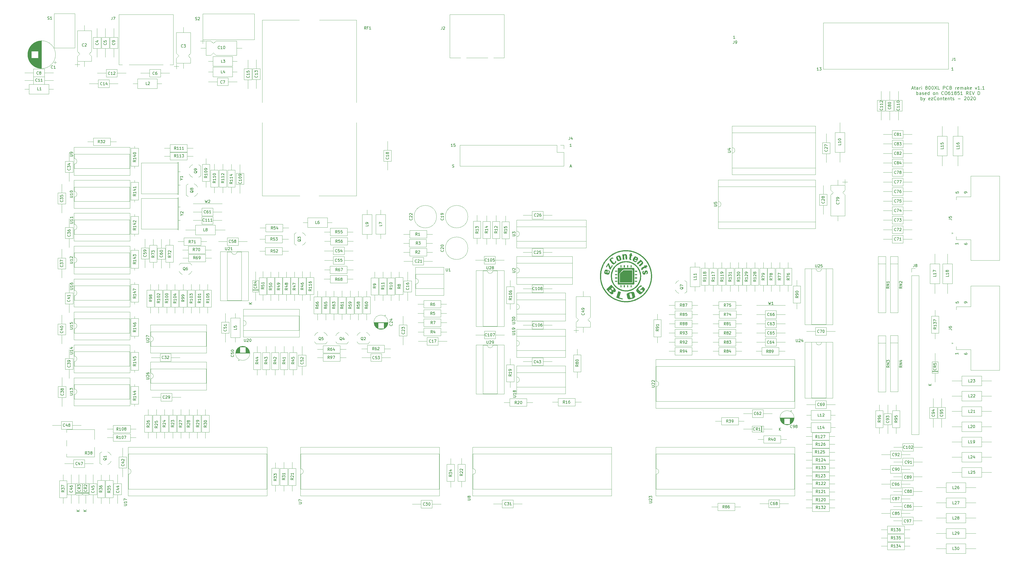
<source format=gto>
G04 #@! TF.GenerationSoftware,KiCad,Pcbnew,(5.1.9-0-10_14)*
G04 #@! TF.CreationDate,2021-03-15T15:37:22+01:00*
G04 #@! TF.ProjectId,Atari800XL,41746172-6938-4303-9058-4c2e6b696361,rev?*
G04 #@! TF.SameCoordinates,Original*
G04 #@! TF.FileFunction,Legend,Top*
G04 #@! TF.FilePolarity,Positive*
%FSLAX46Y46*%
G04 Gerber Fmt 4.6, Leading zero omitted, Abs format (unit mm)*
G04 Created by KiCad (PCBNEW (5.1.9-0-10_14)) date 2021-03-15 15:37:22*
%MOMM*%
%LPD*%
G01*
G04 APERTURE LIST*
%ADD10C,0.150000*%
%ADD11C,0.010000*%
%ADD12C,0.120000*%
G04 APERTURE END LIST*
D10*
X359257142Y-59350000D02*
X359828571Y-59350000D01*
X359142857Y-59692857D02*
X359542857Y-58492857D01*
X359942857Y-59692857D01*
X360171428Y-58892857D02*
X360628571Y-58892857D01*
X360342857Y-58492857D02*
X360342857Y-59521428D01*
X360400000Y-59635714D01*
X360514285Y-59692857D01*
X360628571Y-59692857D01*
X361542857Y-59692857D02*
X361542857Y-59064285D01*
X361485714Y-58950000D01*
X361371428Y-58892857D01*
X361142857Y-58892857D01*
X361028571Y-58950000D01*
X361542857Y-59635714D02*
X361428571Y-59692857D01*
X361142857Y-59692857D01*
X361028571Y-59635714D01*
X360971428Y-59521428D01*
X360971428Y-59407142D01*
X361028571Y-59292857D01*
X361142857Y-59235714D01*
X361428571Y-59235714D01*
X361542857Y-59178571D01*
X362114285Y-59692857D02*
X362114285Y-58892857D01*
X362114285Y-59121428D02*
X362171428Y-59007142D01*
X362228571Y-58950000D01*
X362342857Y-58892857D01*
X362457142Y-58892857D01*
X362857142Y-59692857D02*
X362857142Y-58892857D01*
X362857142Y-58492857D02*
X362800000Y-58550000D01*
X362857142Y-58607142D01*
X362914285Y-58550000D01*
X362857142Y-58492857D01*
X362857142Y-58607142D01*
X364514285Y-59007142D02*
X364400000Y-58950000D01*
X364342857Y-58892857D01*
X364285714Y-58778571D01*
X364285714Y-58721428D01*
X364342857Y-58607142D01*
X364400000Y-58550000D01*
X364514285Y-58492857D01*
X364742857Y-58492857D01*
X364857142Y-58550000D01*
X364914285Y-58607142D01*
X364971428Y-58721428D01*
X364971428Y-58778571D01*
X364914285Y-58892857D01*
X364857142Y-58950000D01*
X364742857Y-59007142D01*
X364514285Y-59007142D01*
X364400000Y-59064285D01*
X364342857Y-59121428D01*
X364285714Y-59235714D01*
X364285714Y-59464285D01*
X364342857Y-59578571D01*
X364400000Y-59635714D01*
X364514285Y-59692857D01*
X364742857Y-59692857D01*
X364857142Y-59635714D01*
X364914285Y-59578571D01*
X364971428Y-59464285D01*
X364971428Y-59235714D01*
X364914285Y-59121428D01*
X364857142Y-59064285D01*
X364742857Y-59007142D01*
X365714285Y-58492857D02*
X365828571Y-58492857D01*
X365942857Y-58550000D01*
X366000000Y-58607142D01*
X366057142Y-58721428D01*
X366114285Y-58950000D01*
X366114285Y-59235714D01*
X366057142Y-59464285D01*
X366000000Y-59578571D01*
X365942857Y-59635714D01*
X365828571Y-59692857D01*
X365714285Y-59692857D01*
X365600000Y-59635714D01*
X365542857Y-59578571D01*
X365485714Y-59464285D01*
X365428571Y-59235714D01*
X365428571Y-58950000D01*
X365485714Y-58721428D01*
X365542857Y-58607142D01*
X365600000Y-58550000D01*
X365714285Y-58492857D01*
X366857142Y-58492857D02*
X366971428Y-58492857D01*
X367085714Y-58550000D01*
X367142857Y-58607142D01*
X367200000Y-58721428D01*
X367257142Y-58950000D01*
X367257142Y-59235714D01*
X367200000Y-59464285D01*
X367142857Y-59578571D01*
X367085714Y-59635714D01*
X366971428Y-59692857D01*
X366857142Y-59692857D01*
X366742857Y-59635714D01*
X366685714Y-59578571D01*
X366628571Y-59464285D01*
X366571428Y-59235714D01*
X366571428Y-58950000D01*
X366628571Y-58721428D01*
X366685714Y-58607142D01*
X366742857Y-58550000D01*
X366857142Y-58492857D01*
X367657142Y-58492857D02*
X368457142Y-59692857D01*
X368457142Y-58492857D02*
X367657142Y-59692857D01*
X369485714Y-59692857D02*
X368914285Y-59692857D01*
X368914285Y-58492857D01*
X370800000Y-59692857D02*
X370800000Y-58492857D01*
X371257142Y-58492857D01*
X371371428Y-58550000D01*
X371428571Y-58607142D01*
X371485714Y-58721428D01*
X371485714Y-58892857D01*
X371428571Y-59007142D01*
X371371428Y-59064285D01*
X371257142Y-59121428D01*
X370800000Y-59121428D01*
X372685714Y-59578571D02*
X372628571Y-59635714D01*
X372457142Y-59692857D01*
X372342857Y-59692857D01*
X372171428Y-59635714D01*
X372057142Y-59521428D01*
X372000000Y-59407142D01*
X371942857Y-59178571D01*
X371942857Y-59007142D01*
X372000000Y-58778571D01*
X372057142Y-58664285D01*
X372171428Y-58550000D01*
X372342857Y-58492857D01*
X372457142Y-58492857D01*
X372628571Y-58550000D01*
X372685714Y-58607142D01*
X373600000Y-59064285D02*
X373771428Y-59121428D01*
X373828571Y-59178571D01*
X373885714Y-59292857D01*
X373885714Y-59464285D01*
X373828571Y-59578571D01*
X373771428Y-59635714D01*
X373657142Y-59692857D01*
X373200000Y-59692857D01*
X373200000Y-58492857D01*
X373600000Y-58492857D01*
X373714285Y-58550000D01*
X373771428Y-58607142D01*
X373828571Y-58721428D01*
X373828571Y-58835714D01*
X373771428Y-58950000D01*
X373714285Y-59007142D01*
X373600000Y-59064285D01*
X373200000Y-59064285D01*
X375314285Y-59692857D02*
X375314285Y-58892857D01*
X375314285Y-59121428D02*
X375371428Y-59007142D01*
X375428571Y-58950000D01*
X375542857Y-58892857D01*
X375657142Y-58892857D01*
X376514285Y-59635714D02*
X376400000Y-59692857D01*
X376171428Y-59692857D01*
X376057142Y-59635714D01*
X376000000Y-59521428D01*
X376000000Y-59064285D01*
X376057142Y-58950000D01*
X376171428Y-58892857D01*
X376400000Y-58892857D01*
X376514285Y-58950000D01*
X376571428Y-59064285D01*
X376571428Y-59178571D01*
X376000000Y-59292857D01*
X377085714Y-59692857D02*
X377085714Y-58892857D01*
X377085714Y-59007142D02*
X377142857Y-58950000D01*
X377257142Y-58892857D01*
X377428571Y-58892857D01*
X377542857Y-58950000D01*
X377600000Y-59064285D01*
X377600000Y-59692857D01*
X377600000Y-59064285D02*
X377657142Y-58950000D01*
X377771428Y-58892857D01*
X377942857Y-58892857D01*
X378057142Y-58950000D01*
X378114285Y-59064285D01*
X378114285Y-59692857D01*
X379200000Y-59692857D02*
X379200000Y-59064285D01*
X379142857Y-58950000D01*
X379028571Y-58892857D01*
X378800000Y-58892857D01*
X378685714Y-58950000D01*
X379200000Y-59635714D02*
X379085714Y-59692857D01*
X378800000Y-59692857D01*
X378685714Y-59635714D01*
X378628571Y-59521428D01*
X378628571Y-59407142D01*
X378685714Y-59292857D01*
X378800000Y-59235714D01*
X379085714Y-59235714D01*
X379200000Y-59178571D01*
X379771428Y-59692857D02*
X379771428Y-58492857D01*
X379885714Y-59235714D02*
X380228571Y-59692857D01*
X380228571Y-58892857D02*
X379771428Y-59350000D01*
X381200000Y-59635714D02*
X381085714Y-59692857D01*
X380857142Y-59692857D01*
X380742857Y-59635714D01*
X380685714Y-59521428D01*
X380685714Y-59064285D01*
X380742857Y-58950000D01*
X380857142Y-58892857D01*
X381085714Y-58892857D01*
X381200000Y-58950000D01*
X381257142Y-59064285D01*
X381257142Y-59178571D01*
X380685714Y-59292857D01*
X382571428Y-58892857D02*
X382857142Y-59692857D01*
X383142857Y-58892857D01*
X384228571Y-59692857D02*
X383542857Y-59692857D01*
X383885714Y-59692857D02*
X383885714Y-58492857D01*
X383771428Y-58664285D01*
X383657142Y-58778571D01*
X383542857Y-58835714D01*
X384742857Y-59578571D02*
X384800000Y-59635714D01*
X384742857Y-59692857D01*
X384685714Y-59635714D01*
X384742857Y-59578571D01*
X384742857Y-59692857D01*
X385942857Y-59692857D02*
X385257142Y-59692857D01*
X385600000Y-59692857D02*
X385600000Y-58492857D01*
X385485714Y-58664285D01*
X385371428Y-58778571D01*
X385257142Y-58835714D01*
X361000000Y-61642857D02*
X361000000Y-60442857D01*
X361000000Y-60900000D02*
X361114285Y-60842857D01*
X361342857Y-60842857D01*
X361457142Y-60900000D01*
X361514285Y-60957142D01*
X361571428Y-61071428D01*
X361571428Y-61414285D01*
X361514285Y-61528571D01*
X361457142Y-61585714D01*
X361342857Y-61642857D01*
X361114285Y-61642857D01*
X361000000Y-61585714D01*
X362600000Y-61642857D02*
X362600000Y-61014285D01*
X362542857Y-60900000D01*
X362428571Y-60842857D01*
X362200000Y-60842857D01*
X362085714Y-60900000D01*
X362600000Y-61585714D02*
X362485714Y-61642857D01*
X362200000Y-61642857D01*
X362085714Y-61585714D01*
X362028571Y-61471428D01*
X362028571Y-61357142D01*
X362085714Y-61242857D01*
X362200000Y-61185714D01*
X362485714Y-61185714D01*
X362600000Y-61128571D01*
X363114285Y-61585714D02*
X363228571Y-61642857D01*
X363457142Y-61642857D01*
X363571428Y-61585714D01*
X363628571Y-61471428D01*
X363628571Y-61414285D01*
X363571428Y-61300000D01*
X363457142Y-61242857D01*
X363285714Y-61242857D01*
X363171428Y-61185714D01*
X363114285Y-61071428D01*
X363114285Y-61014285D01*
X363171428Y-60900000D01*
X363285714Y-60842857D01*
X363457142Y-60842857D01*
X363571428Y-60900000D01*
X364600000Y-61585714D02*
X364485714Y-61642857D01*
X364257142Y-61642857D01*
X364142857Y-61585714D01*
X364085714Y-61471428D01*
X364085714Y-61014285D01*
X364142857Y-60900000D01*
X364257142Y-60842857D01*
X364485714Y-60842857D01*
X364600000Y-60900000D01*
X364657142Y-61014285D01*
X364657142Y-61128571D01*
X364085714Y-61242857D01*
X365685714Y-61642857D02*
X365685714Y-60442857D01*
X365685714Y-61585714D02*
X365571428Y-61642857D01*
X365342857Y-61642857D01*
X365228571Y-61585714D01*
X365171428Y-61528571D01*
X365114285Y-61414285D01*
X365114285Y-61071428D01*
X365171428Y-60957142D01*
X365228571Y-60900000D01*
X365342857Y-60842857D01*
X365571428Y-60842857D01*
X365685714Y-60900000D01*
X367342857Y-61642857D02*
X367228571Y-61585714D01*
X367171428Y-61528571D01*
X367114285Y-61414285D01*
X367114285Y-61071428D01*
X367171428Y-60957142D01*
X367228571Y-60900000D01*
X367342857Y-60842857D01*
X367514285Y-60842857D01*
X367628571Y-60900000D01*
X367685714Y-60957142D01*
X367742857Y-61071428D01*
X367742857Y-61414285D01*
X367685714Y-61528571D01*
X367628571Y-61585714D01*
X367514285Y-61642857D01*
X367342857Y-61642857D01*
X368257142Y-60842857D02*
X368257142Y-61642857D01*
X368257142Y-60957142D02*
X368314285Y-60900000D01*
X368428571Y-60842857D01*
X368600000Y-60842857D01*
X368714285Y-60900000D01*
X368771428Y-61014285D01*
X368771428Y-61642857D01*
X370942857Y-61528571D02*
X370885714Y-61585714D01*
X370714285Y-61642857D01*
X370600000Y-61642857D01*
X370428571Y-61585714D01*
X370314285Y-61471428D01*
X370257142Y-61357142D01*
X370200000Y-61128571D01*
X370200000Y-60957142D01*
X370257142Y-60728571D01*
X370314285Y-60614285D01*
X370428571Y-60500000D01*
X370600000Y-60442857D01*
X370714285Y-60442857D01*
X370885714Y-60500000D01*
X370942857Y-60557142D01*
X371685714Y-60442857D02*
X371914285Y-60442857D01*
X372028571Y-60500000D01*
X372142857Y-60614285D01*
X372200000Y-60842857D01*
X372200000Y-61242857D01*
X372142857Y-61471428D01*
X372028571Y-61585714D01*
X371914285Y-61642857D01*
X371685714Y-61642857D01*
X371571428Y-61585714D01*
X371457142Y-61471428D01*
X371400000Y-61242857D01*
X371400000Y-60842857D01*
X371457142Y-60614285D01*
X371571428Y-60500000D01*
X371685714Y-60442857D01*
X373228571Y-60442857D02*
X373000000Y-60442857D01*
X372885714Y-60500000D01*
X372828571Y-60557142D01*
X372714285Y-60728571D01*
X372657142Y-60957142D01*
X372657142Y-61414285D01*
X372714285Y-61528571D01*
X372771428Y-61585714D01*
X372885714Y-61642857D01*
X373114285Y-61642857D01*
X373228571Y-61585714D01*
X373285714Y-61528571D01*
X373342857Y-61414285D01*
X373342857Y-61128571D01*
X373285714Y-61014285D01*
X373228571Y-60957142D01*
X373114285Y-60900000D01*
X372885714Y-60900000D01*
X372771428Y-60957142D01*
X372714285Y-61014285D01*
X372657142Y-61128571D01*
X374485714Y-61642857D02*
X373800000Y-61642857D01*
X374142857Y-61642857D02*
X374142857Y-60442857D01*
X374028571Y-60614285D01*
X373914285Y-60728571D01*
X373800000Y-60785714D01*
X375171428Y-60957142D02*
X375057142Y-60900000D01*
X375000000Y-60842857D01*
X374942857Y-60728571D01*
X374942857Y-60671428D01*
X375000000Y-60557142D01*
X375057142Y-60500000D01*
X375171428Y-60442857D01*
X375400000Y-60442857D01*
X375514285Y-60500000D01*
X375571428Y-60557142D01*
X375628571Y-60671428D01*
X375628571Y-60728571D01*
X375571428Y-60842857D01*
X375514285Y-60900000D01*
X375400000Y-60957142D01*
X375171428Y-60957142D01*
X375057142Y-61014285D01*
X375000000Y-61071428D01*
X374942857Y-61185714D01*
X374942857Y-61414285D01*
X375000000Y-61528571D01*
X375057142Y-61585714D01*
X375171428Y-61642857D01*
X375400000Y-61642857D01*
X375514285Y-61585714D01*
X375571428Y-61528571D01*
X375628571Y-61414285D01*
X375628571Y-61185714D01*
X375571428Y-61071428D01*
X375514285Y-61014285D01*
X375400000Y-60957142D01*
X376714285Y-60442857D02*
X376142857Y-60442857D01*
X376085714Y-61014285D01*
X376142857Y-60957142D01*
X376257142Y-60900000D01*
X376542857Y-60900000D01*
X376657142Y-60957142D01*
X376714285Y-61014285D01*
X376771428Y-61128571D01*
X376771428Y-61414285D01*
X376714285Y-61528571D01*
X376657142Y-61585714D01*
X376542857Y-61642857D01*
X376257142Y-61642857D01*
X376142857Y-61585714D01*
X376085714Y-61528571D01*
X377914285Y-61642857D02*
X377228571Y-61642857D01*
X377571428Y-61642857D02*
X377571428Y-60442857D01*
X377457142Y-60614285D01*
X377342857Y-60728571D01*
X377228571Y-60785714D01*
X380028571Y-61642857D02*
X379628571Y-61071428D01*
X379342857Y-61642857D02*
X379342857Y-60442857D01*
X379800000Y-60442857D01*
X379914285Y-60500000D01*
X379971428Y-60557142D01*
X380028571Y-60671428D01*
X380028571Y-60842857D01*
X379971428Y-60957142D01*
X379914285Y-61014285D01*
X379800000Y-61071428D01*
X379342857Y-61071428D01*
X380542857Y-61014285D02*
X380942857Y-61014285D01*
X381114285Y-61642857D02*
X380542857Y-61642857D01*
X380542857Y-60442857D01*
X381114285Y-60442857D01*
X381457142Y-60442857D02*
X381857142Y-61642857D01*
X382257142Y-60442857D01*
X383571428Y-61642857D02*
X383571428Y-60442857D01*
X383857142Y-60442857D01*
X384028571Y-60500000D01*
X384142857Y-60614285D01*
X384200000Y-60728571D01*
X384257142Y-60957142D01*
X384257142Y-61128571D01*
X384200000Y-61357142D01*
X384142857Y-61471428D01*
X384028571Y-61585714D01*
X383857142Y-61642857D01*
X383571428Y-61642857D01*
X362571428Y-63592857D02*
X362571428Y-62392857D01*
X362571428Y-62850000D02*
X362685714Y-62792857D01*
X362914285Y-62792857D01*
X363028571Y-62850000D01*
X363085714Y-62907142D01*
X363142857Y-63021428D01*
X363142857Y-63364285D01*
X363085714Y-63478571D01*
X363028571Y-63535714D01*
X362914285Y-63592857D01*
X362685714Y-63592857D01*
X362571428Y-63535714D01*
X363542857Y-62792857D02*
X363828571Y-63592857D01*
X364114285Y-62792857D02*
X363828571Y-63592857D01*
X363714285Y-63878571D01*
X363657142Y-63935714D01*
X363542857Y-63992857D01*
X365942857Y-63535714D02*
X365828571Y-63592857D01*
X365600000Y-63592857D01*
X365485714Y-63535714D01*
X365428571Y-63421428D01*
X365428571Y-62964285D01*
X365485714Y-62850000D01*
X365600000Y-62792857D01*
X365828571Y-62792857D01*
X365942857Y-62850000D01*
X366000000Y-62964285D01*
X366000000Y-63078571D01*
X365428571Y-63192857D01*
X366400000Y-62792857D02*
X367028571Y-62792857D01*
X366400000Y-63592857D01*
X367028571Y-63592857D01*
X368171428Y-63478571D02*
X368114285Y-63535714D01*
X367942857Y-63592857D01*
X367828571Y-63592857D01*
X367657142Y-63535714D01*
X367542857Y-63421428D01*
X367485714Y-63307142D01*
X367428571Y-63078571D01*
X367428571Y-62907142D01*
X367485714Y-62678571D01*
X367542857Y-62564285D01*
X367657142Y-62450000D01*
X367828571Y-62392857D01*
X367942857Y-62392857D01*
X368114285Y-62450000D01*
X368171428Y-62507142D01*
X368857142Y-63592857D02*
X368742857Y-63535714D01*
X368685714Y-63478571D01*
X368628571Y-63364285D01*
X368628571Y-63021428D01*
X368685714Y-62907142D01*
X368742857Y-62850000D01*
X368857142Y-62792857D01*
X369028571Y-62792857D01*
X369142857Y-62850000D01*
X369200000Y-62907142D01*
X369257142Y-63021428D01*
X369257142Y-63364285D01*
X369200000Y-63478571D01*
X369142857Y-63535714D01*
X369028571Y-63592857D01*
X368857142Y-63592857D01*
X369771428Y-62792857D02*
X369771428Y-63592857D01*
X369771428Y-62907142D02*
X369828571Y-62850000D01*
X369942857Y-62792857D01*
X370114285Y-62792857D01*
X370228571Y-62850000D01*
X370285714Y-62964285D01*
X370285714Y-63592857D01*
X370685714Y-62792857D02*
X371142857Y-62792857D01*
X370857142Y-62392857D02*
X370857142Y-63421428D01*
X370914285Y-63535714D01*
X371028571Y-63592857D01*
X371142857Y-63592857D01*
X372000000Y-63535714D02*
X371885714Y-63592857D01*
X371657142Y-63592857D01*
X371542857Y-63535714D01*
X371485714Y-63421428D01*
X371485714Y-62964285D01*
X371542857Y-62850000D01*
X371657142Y-62792857D01*
X371885714Y-62792857D01*
X372000000Y-62850000D01*
X372057142Y-62964285D01*
X372057142Y-63078571D01*
X371485714Y-63192857D01*
X372571428Y-62792857D02*
X372571428Y-63592857D01*
X372571428Y-62907142D02*
X372628571Y-62850000D01*
X372742857Y-62792857D01*
X372914285Y-62792857D01*
X373028571Y-62850000D01*
X373085714Y-62964285D01*
X373085714Y-63592857D01*
X373485714Y-62792857D02*
X373942857Y-62792857D01*
X373657142Y-62392857D02*
X373657142Y-63421428D01*
X373714285Y-63535714D01*
X373828571Y-63592857D01*
X373942857Y-63592857D01*
X374285714Y-63535714D02*
X374400000Y-63592857D01*
X374628571Y-63592857D01*
X374742857Y-63535714D01*
X374800000Y-63421428D01*
X374800000Y-63364285D01*
X374742857Y-63250000D01*
X374628571Y-63192857D01*
X374457142Y-63192857D01*
X374342857Y-63135714D01*
X374285714Y-63021428D01*
X374285714Y-62964285D01*
X374342857Y-62850000D01*
X374457142Y-62792857D01*
X374628571Y-62792857D01*
X374742857Y-62850000D01*
X376228571Y-63135714D02*
X377142857Y-63135714D01*
X378571428Y-62507142D02*
X378628571Y-62450000D01*
X378742857Y-62392857D01*
X379028571Y-62392857D01*
X379142857Y-62450000D01*
X379200000Y-62507142D01*
X379257142Y-62621428D01*
X379257142Y-62735714D01*
X379200000Y-62907142D01*
X378514285Y-63592857D01*
X379257142Y-63592857D01*
X380000000Y-62392857D02*
X380114285Y-62392857D01*
X380228571Y-62450000D01*
X380285714Y-62507142D01*
X380342857Y-62621428D01*
X380400000Y-62850000D01*
X380400000Y-63135714D01*
X380342857Y-63364285D01*
X380285714Y-63478571D01*
X380228571Y-63535714D01*
X380114285Y-63592857D01*
X380000000Y-63592857D01*
X379885714Y-63535714D01*
X379828571Y-63478571D01*
X379771428Y-63364285D01*
X379714285Y-63135714D01*
X379714285Y-62850000D01*
X379771428Y-62621428D01*
X379828571Y-62507142D01*
X379885714Y-62450000D01*
X380000000Y-62392857D01*
X380857142Y-62507142D02*
X380914285Y-62450000D01*
X381028571Y-62392857D01*
X381314285Y-62392857D01*
X381428571Y-62450000D01*
X381485714Y-62507142D01*
X381542857Y-62621428D01*
X381542857Y-62735714D01*
X381485714Y-62907142D01*
X380800000Y-63592857D01*
X381542857Y-63592857D01*
X382285714Y-62392857D02*
X382400000Y-62392857D01*
X382514285Y-62450000D01*
X382571428Y-62507142D01*
X382628571Y-62621428D01*
X382685714Y-62850000D01*
X382685714Y-63135714D01*
X382628571Y-63364285D01*
X382571428Y-63478571D01*
X382514285Y-63535714D01*
X382400000Y-63592857D01*
X382285714Y-63592857D01*
X382171428Y-63535714D01*
X382114285Y-63478571D01*
X382057142Y-63364285D01*
X382000000Y-63135714D01*
X382000000Y-62850000D01*
X382057142Y-62621428D01*
X382114285Y-62507142D01*
X382171428Y-62450000D01*
X382285714Y-62392857D01*
D11*
G36*
X254450759Y-118776074D02*
G01*
X254941098Y-118801449D01*
X255152500Y-118820103D01*
X255638158Y-118880973D01*
X256118248Y-118966441D01*
X256591968Y-119076157D01*
X257058517Y-119209770D01*
X257517095Y-119366929D01*
X257966900Y-119547285D01*
X258407133Y-119750486D01*
X258836991Y-119976183D01*
X259255675Y-120224025D01*
X259662384Y-120493662D01*
X260056317Y-120784742D01*
X260436673Y-121096917D01*
X260518250Y-121168214D01*
X260581777Y-121225904D01*
X260658859Y-121298370D01*
X260745696Y-121381839D01*
X260838494Y-121472537D01*
X260933454Y-121566690D01*
X261026781Y-121660523D01*
X261114678Y-121750263D01*
X261193347Y-121832136D01*
X261258993Y-121902367D01*
X261279179Y-121924600D01*
X261600386Y-122300762D01*
X261900320Y-122690391D01*
X262178670Y-123092800D01*
X262435121Y-123507307D01*
X262669362Y-123933226D01*
X262881079Y-124369874D01*
X263069960Y-124816566D01*
X263235692Y-125272618D01*
X263377961Y-125737346D01*
X263496455Y-126210066D01*
X263590862Y-126690092D01*
X263653876Y-127118900D01*
X263669275Y-127245808D01*
X263682061Y-127358609D01*
X263692470Y-127461607D01*
X263700738Y-127559103D01*
X263707100Y-127655400D01*
X263711792Y-127754802D01*
X263715050Y-127861612D01*
X263717109Y-127980131D01*
X263718206Y-128114662D01*
X263718576Y-128269510D01*
X263718583Y-128300000D01*
X263718320Y-128458978D01*
X263717372Y-128596863D01*
X263715504Y-128717958D01*
X263712480Y-128826565D01*
X263708064Y-128926987D01*
X263702022Y-129023527D01*
X263694116Y-129120488D01*
X263684111Y-129222173D01*
X263671772Y-129332884D01*
X263656863Y-129456924D01*
X263653876Y-129481100D01*
X263581054Y-129966039D01*
X263483739Y-130444894D01*
X263362291Y-130916833D01*
X263217070Y-131381023D01*
X263048434Y-131836632D01*
X262856742Y-132282826D01*
X262642353Y-132718773D01*
X262405627Y-133143640D01*
X262146923Y-133556594D01*
X261866599Y-133956804D01*
X261565016Y-134343435D01*
X261547885Y-134364210D01*
X261433934Y-134498191D01*
X261305863Y-134642125D01*
X261168056Y-134791462D01*
X261024897Y-134941650D01*
X260880771Y-135088138D01*
X260740062Y-135226374D01*
X260607154Y-135351807D01*
X260524600Y-135426466D01*
X260148001Y-135743278D01*
X259757526Y-136039153D01*
X259353992Y-136313733D01*
X258938218Y-136566660D01*
X258511021Y-136797575D01*
X258073221Y-137006120D01*
X257625634Y-137191936D01*
X257169079Y-137354666D01*
X256704374Y-137493950D01*
X256232337Y-137609430D01*
X255753786Y-137700749D01*
X255269539Y-137767547D01*
X255152500Y-137779896D01*
X255062932Y-137788237D01*
X254960031Y-137796949D01*
X254855829Y-137805061D01*
X254762357Y-137811599D01*
X254752666Y-137812217D01*
X254672735Y-137816067D01*
X254572371Y-137819048D01*
X254456527Y-137821164D01*
X254330153Y-137822417D01*
X254198203Y-137822814D01*
X254065628Y-137822356D01*
X253937380Y-137821048D01*
X253818412Y-137818895D01*
X253713675Y-137815899D01*
X253628122Y-137812064D01*
X253615800Y-137811327D01*
X253124446Y-137767949D01*
X252638233Y-137699881D01*
X252157933Y-137607406D01*
X251684313Y-137490808D01*
X251218146Y-137350373D01*
X250760200Y-137186385D01*
X250311246Y-136999128D01*
X249872055Y-136788886D01*
X249443396Y-136555943D01*
X249026039Y-136300585D01*
X248620755Y-136023096D01*
X248468122Y-135910437D01*
X248116802Y-135631574D01*
X247773775Y-135331192D01*
X247442444Y-135012697D01*
X247126218Y-134679496D01*
X246828501Y-134334993D01*
X246589028Y-134031168D01*
X246302886Y-133630492D01*
X246038812Y-133217538D01*
X245797102Y-132793036D01*
X245578053Y-132357717D01*
X245381959Y-131912311D01*
X245209116Y-131457548D01*
X245059821Y-130994157D01*
X244934368Y-130522869D01*
X244833053Y-130044415D01*
X244756173Y-129559524D01*
X244746123Y-129481100D01*
X244730724Y-129354191D01*
X244717938Y-129241390D01*
X244707529Y-129138392D01*
X244699261Y-129040896D01*
X244692899Y-128944599D01*
X244688207Y-128845197D01*
X244684949Y-128738387D01*
X244682890Y-128619868D01*
X244682078Y-128520216D01*
X244999223Y-128520216D01*
X245022595Y-128997534D01*
X245070705Y-129475374D01*
X245126889Y-129855750D01*
X245218216Y-130320881D01*
X245334055Y-130780622D01*
X245473889Y-131233899D01*
X245637199Y-131679641D01*
X245823468Y-132116777D01*
X246032178Y-132544233D01*
X246262811Y-132960939D01*
X246514850Y-133365822D01*
X246787776Y-133757811D01*
X247081072Y-134135833D01*
X247341602Y-134440450D01*
X247390110Y-134493252D01*
X247453283Y-134559807D01*
X247527387Y-134636356D01*
X247608685Y-134719145D01*
X247693440Y-134804417D01*
X247777918Y-134888415D01*
X247858382Y-134967383D01*
X247931095Y-135037566D01*
X247992323Y-135095207D01*
X247998546Y-135100942D01*
X248354514Y-135410918D01*
X248726712Y-135701827D01*
X249113957Y-135973094D01*
X249515067Y-136224145D01*
X249928858Y-136454405D01*
X250354148Y-136663297D01*
X250789754Y-136850249D01*
X251234492Y-137014683D01*
X251687181Y-137156026D01*
X252146636Y-137273703D01*
X252611675Y-137367138D01*
X252687053Y-137379887D01*
X253051591Y-137432089D01*
X253434327Y-137471508D01*
X253837176Y-137498338D01*
X253869800Y-137499921D01*
X253926685Y-137501547D01*
X254004320Y-137502230D01*
X254098073Y-137502058D01*
X254203315Y-137501116D01*
X254315414Y-137499489D01*
X254429740Y-137497263D01*
X254541664Y-137494525D01*
X254646554Y-137491360D01*
X254739780Y-137487853D01*
X254816712Y-137484092D01*
X254854050Y-137481680D01*
X255339553Y-137433331D01*
X255818758Y-137360638D01*
X256290994Y-137263855D01*
X256755592Y-137143241D01*
X257211880Y-136999050D01*
X257659189Y-136831542D01*
X258096847Y-136640970D01*
X258524186Y-136427594D01*
X258940533Y-136191668D01*
X259345219Y-135933450D01*
X259737574Y-135653197D01*
X259845150Y-135570799D01*
X259997225Y-135448706D01*
X260158781Y-135312027D01*
X260325278Y-135164987D01*
X260492180Y-135011808D01*
X260654949Y-134856717D01*
X260809047Y-134703936D01*
X260949937Y-134557689D01*
X261045712Y-134453150D01*
X261362670Y-134079418D01*
X261657859Y-133693131D01*
X261931012Y-133294840D01*
X262181867Y-132885092D01*
X262410159Y-132464437D01*
X262615623Y-132033424D01*
X262797996Y-131592603D01*
X262957013Y-131142522D01*
X263092410Y-130683730D01*
X263203923Y-130216777D01*
X263280523Y-129809070D01*
X263320067Y-129548674D01*
X263350971Y-129297532D01*
X263373792Y-129048587D01*
X263389084Y-128794785D01*
X263397405Y-128529069D01*
X263399416Y-128300000D01*
X263396341Y-128019444D01*
X263386744Y-127756522D01*
X263370070Y-127504179D01*
X263345764Y-127255360D01*
X263313268Y-127003008D01*
X263280523Y-126790929D01*
X263189783Y-126317545D01*
X263074918Y-125851791D01*
X262936196Y-125394230D01*
X262773888Y-124945422D01*
X262588264Y-124505928D01*
X262379593Y-124076309D01*
X262148147Y-123657127D01*
X261894194Y-123248942D01*
X261618005Y-122852316D01*
X261319851Y-122467810D01*
X261045712Y-122146850D01*
X260979509Y-122074822D01*
X260898223Y-121989843D01*
X260805574Y-121895535D01*
X260705277Y-121795516D01*
X260601051Y-121693406D01*
X260496612Y-121592827D01*
X260395680Y-121497397D01*
X260301971Y-121410736D01*
X260219203Y-121336466D01*
X260168940Y-121293090D01*
X259794435Y-120991794D01*
X259413379Y-120714391D01*
X259023976Y-120459821D01*
X258624432Y-120227027D01*
X258212952Y-120014949D01*
X257787742Y-119822529D01*
X257438500Y-119682798D01*
X256990330Y-119526864D01*
X256534323Y-119394794D01*
X256071640Y-119286702D01*
X255603446Y-119202702D01*
X255130903Y-119142907D01*
X254655175Y-119107430D01*
X254177424Y-119096384D01*
X253698814Y-119109882D01*
X253220508Y-119148038D01*
X252743668Y-119210965D01*
X252687053Y-119220112D01*
X252217900Y-119310207D01*
X251754836Y-119424721D01*
X251298811Y-119563198D01*
X250850776Y-119725181D01*
X250411680Y-119910215D01*
X249982474Y-120117843D01*
X249564107Y-120347609D01*
X249157529Y-120599058D01*
X248763690Y-120871733D01*
X248383540Y-121165178D01*
X248059550Y-121441602D01*
X247946617Y-121545548D01*
X247822574Y-121665023D01*
X247691833Y-121795453D01*
X247558807Y-121932260D01*
X247427906Y-122070871D01*
X247303545Y-122206709D01*
X247190134Y-122335199D01*
X247132124Y-122403346D01*
X246834927Y-122777582D01*
X246559033Y-123165111D01*
X246304686Y-123565020D01*
X246072133Y-123976397D01*
X245861618Y-124398330D01*
X245673387Y-124829906D01*
X245507686Y-125270214D01*
X245364760Y-125718340D01*
X245244854Y-126173374D01*
X245148214Y-126634402D01*
X245075086Y-127100512D01*
X245025714Y-127570793D01*
X245000345Y-128044332D01*
X244999223Y-128520216D01*
X244682078Y-128520216D01*
X244681793Y-128485337D01*
X244681423Y-128330489D01*
X244681416Y-128300000D01*
X244681679Y-128141021D01*
X244682627Y-128003136D01*
X244684495Y-127882041D01*
X244687519Y-127773434D01*
X244691935Y-127673012D01*
X244697977Y-127576472D01*
X244705883Y-127479511D01*
X244715888Y-127377826D01*
X244728227Y-127267115D01*
X244743136Y-127143075D01*
X244746123Y-127118900D01*
X244818778Y-126635246D01*
X244915937Y-126157313D01*
X245037202Y-125686021D01*
X245182178Y-125222288D01*
X245350469Y-124767033D01*
X245541678Y-124321177D01*
X245755408Y-123885639D01*
X245991263Y-123461336D01*
X246248848Y-123049190D01*
X246527765Y-122650119D01*
X246827618Y-122265042D01*
X246851512Y-122236060D01*
X247013103Y-122047175D01*
X247190325Y-121851390D01*
X247377119Y-121655026D01*
X247567427Y-121464405D01*
X247755191Y-121285846D01*
X247811900Y-121233963D01*
X248183762Y-120914042D01*
X248569313Y-120615237D01*
X248967724Y-120337820D01*
X249378170Y-120082063D01*
X249799822Y-119848238D01*
X250231854Y-119636617D01*
X250673439Y-119447471D01*
X251123749Y-119281073D01*
X251581958Y-119137695D01*
X252047238Y-119017609D01*
X252518762Y-118921087D01*
X252995703Y-118848400D01*
X253477234Y-118799821D01*
X253962529Y-118775621D01*
X254450759Y-118776074D01*
G37*
X254450759Y-118776074D02*
X254941098Y-118801449D01*
X255152500Y-118820103D01*
X255638158Y-118880973D01*
X256118248Y-118966441D01*
X256591968Y-119076157D01*
X257058517Y-119209770D01*
X257517095Y-119366929D01*
X257966900Y-119547285D01*
X258407133Y-119750486D01*
X258836991Y-119976183D01*
X259255675Y-120224025D01*
X259662384Y-120493662D01*
X260056317Y-120784742D01*
X260436673Y-121096917D01*
X260518250Y-121168214D01*
X260581777Y-121225904D01*
X260658859Y-121298370D01*
X260745696Y-121381839D01*
X260838494Y-121472537D01*
X260933454Y-121566690D01*
X261026781Y-121660523D01*
X261114678Y-121750263D01*
X261193347Y-121832136D01*
X261258993Y-121902367D01*
X261279179Y-121924600D01*
X261600386Y-122300762D01*
X261900320Y-122690391D01*
X262178670Y-123092800D01*
X262435121Y-123507307D01*
X262669362Y-123933226D01*
X262881079Y-124369874D01*
X263069960Y-124816566D01*
X263235692Y-125272618D01*
X263377961Y-125737346D01*
X263496455Y-126210066D01*
X263590862Y-126690092D01*
X263653876Y-127118900D01*
X263669275Y-127245808D01*
X263682061Y-127358609D01*
X263692470Y-127461607D01*
X263700738Y-127559103D01*
X263707100Y-127655400D01*
X263711792Y-127754802D01*
X263715050Y-127861612D01*
X263717109Y-127980131D01*
X263718206Y-128114662D01*
X263718576Y-128269510D01*
X263718583Y-128300000D01*
X263718320Y-128458978D01*
X263717372Y-128596863D01*
X263715504Y-128717958D01*
X263712480Y-128826565D01*
X263708064Y-128926987D01*
X263702022Y-129023527D01*
X263694116Y-129120488D01*
X263684111Y-129222173D01*
X263671772Y-129332884D01*
X263656863Y-129456924D01*
X263653876Y-129481100D01*
X263581054Y-129966039D01*
X263483739Y-130444894D01*
X263362291Y-130916833D01*
X263217070Y-131381023D01*
X263048434Y-131836632D01*
X262856742Y-132282826D01*
X262642353Y-132718773D01*
X262405627Y-133143640D01*
X262146923Y-133556594D01*
X261866599Y-133956804D01*
X261565016Y-134343435D01*
X261547885Y-134364210D01*
X261433934Y-134498191D01*
X261305863Y-134642125D01*
X261168056Y-134791462D01*
X261024897Y-134941650D01*
X260880771Y-135088138D01*
X260740062Y-135226374D01*
X260607154Y-135351807D01*
X260524600Y-135426466D01*
X260148001Y-135743278D01*
X259757526Y-136039153D01*
X259353992Y-136313733D01*
X258938218Y-136566660D01*
X258511021Y-136797575D01*
X258073221Y-137006120D01*
X257625634Y-137191936D01*
X257169079Y-137354666D01*
X256704374Y-137493950D01*
X256232337Y-137609430D01*
X255753786Y-137700749D01*
X255269539Y-137767547D01*
X255152500Y-137779896D01*
X255062932Y-137788237D01*
X254960031Y-137796949D01*
X254855829Y-137805061D01*
X254762357Y-137811599D01*
X254752666Y-137812217D01*
X254672735Y-137816067D01*
X254572371Y-137819048D01*
X254456527Y-137821164D01*
X254330153Y-137822417D01*
X254198203Y-137822814D01*
X254065628Y-137822356D01*
X253937380Y-137821048D01*
X253818412Y-137818895D01*
X253713675Y-137815899D01*
X253628122Y-137812064D01*
X253615800Y-137811327D01*
X253124446Y-137767949D01*
X252638233Y-137699881D01*
X252157933Y-137607406D01*
X251684313Y-137490808D01*
X251218146Y-137350373D01*
X250760200Y-137186385D01*
X250311246Y-136999128D01*
X249872055Y-136788886D01*
X249443396Y-136555943D01*
X249026039Y-136300585D01*
X248620755Y-136023096D01*
X248468122Y-135910437D01*
X248116802Y-135631574D01*
X247773775Y-135331192D01*
X247442444Y-135012697D01*
X247126218Y-134679496D01*
X246828501Y-134334993D01*
X246589028Y-134031168D01*
X246302886Y-133630492D01*
X246038812Y-133217538D01*
X245797102Y-132793036D01*
X245578053Y-132357717D01*
X245381959Y-131912311D01*
X245209116Y-131457548D01*
X245059821Y-130994157D01*
X244934368Y-130522869D01*
X244833053Y-130044415D01*
X244756173Y-129559524D01*
X244746123Y-129481100D01*
X244730724Y-129354191D01*
X244717938Y-129241390D01*
X244707529Y-129138392D01*
X244699261Y-129040896D01*
X244692899Y-128944599D01*
X244688207Y-128845197D01*
X244684949Y-128738387D01*
X244682890Y-128619868D01*
X244682078Y-128520216D01*
X244999223Y-128520216D01*
X245022595Y-128997534D01*
X245070705Y-129475374D01*
X245126889Y-129855750D01*
X245218216Y-130320881D01*
X245334055Y-130780622D01*
X245473889Y-131233899D01*
X245637199Y-131679641D01*
X245823468Y-132116777D01*
X246032178Y-132544233D01*
X246262811Y-132960939D01*
X246514850Y-133365822D01*
X246787776Y-133757811D01*
X247081072Y-134135833D01*
X247341602Y-134440450D01*
X247390110Y-134493252D01*
X247453283Y-134559807D01*
X247527387Y-134636356D01*
X247608685Y-134719145D01*
X247693440Y-134804417D01*
X247777918Y-134888415D01*
X247858382Y-134967383D01*
X247931095Y-135037566D01*
X247992323Y-135095207D01*
X247998546Y-135100942D01*
X248354514Y-135410918D01*
X248726712Y-135701827D01*
X249113957Y-135973094D01*
X249515067Y-136224145D01*
X249928858Y-136454405D01*
X250354148Y-136663297D01*
X250789754Y-136850249D01*
X251234492Y-137014683D01*
X251687181Y-137156026D01*
X252146636Y-137273703D01*
X252611675Y-137367138D01*
X252687053Y-137379887D01*
X253051591Y-137432089D01*
X253434327Y-137471508D01*
X253837176Y-137498338D01*
X253869800Y-137499921D01*
X253926685Y-137501547D01*
X254004320Y-137502230D01*
X254098073Y-137502058D01*
X254203315Y-137501116D01*
X254315414Y-137499489D01*
X254429740Y-137497263D01*
X254541664Y-137494525D01*
X254646554Y-137491360D01*
X254739780Y-137487853D01*
X254816712Y-137484092D01*
X254854050Y-137481680D01*
X255339553Y-137433331D01*
X255818758Y-137360638D01*
X256290994Y-137263855D01*
X256755592Y-137143241D01*
X257211880Y-136999050D01*
X257659189Y-136831542D01*
X258096847Y-136640970D01*
X258524186Y-136427594D01*
X258940533Y-136191668D01*
X259345219Y-135933450D01*
X259737574Y-135653197D01*
X259845150Y-135570799D01*
X259997225Y-135448706D01*
X260158781Y-135312027D01*
X260325278Y-135164987D01*
X260492180Y-135011808D01*
X260654949Y-134856717D01*
X260809047Y-134703936D01*
X260949937Y-134557689D01*
X261045712Y-134453150D01*
X261362670Y-134079418D01*
X261657859Y-133693131D01*
X261931012Y-133294840D01*
X262181867Y-132885092D01*
X262410159Y-132464437D01*
X262615623Y-132033424D01*
X262797996Y-131592603D01*
X262957013Y-131142522D01*
X263092410Y-130683730D01*
X263203923Y-130216777D01*
X263280523Y-129809070D01*
X263320067Y-129548674D01*
X263350971Y-129297532D01*
X263373792Y-129048587D01*
X263389084Y-128794785D01*
X263397405Y-128529069D01*
X263399416Y-128300000D01*
X263396341Y-128019444D01*
X263386744Y-127756522D01*
X263370070Y-127504179D01*
X263345764Y-127255360D01*
X263313268Y-127003008D01*
X263280523Y-126790929D01*
X263189783Y-126317545D01*
X263074918Y-125851791D01*
X262936196Y-125394230D01*
X262773888Y-124945422D01*
X262588264Y-124505928D01*
X262379593Y-124076309D01*
X262148147Y-123657127D01*
X261894194Y-123248942D01*
X261618005Y-122852316D01*
X261319851Y-122467810D01*
X261045712Y-122146850D01*
X260979509Y-122074822D01*
X260898223Y-121989843D01*
X260805574Y-121895535D01*
X260705277Y-121795516D01*
X260601051Y-121693406D01*
X260496612Y-121592827D01*
X260395680Y-121497397D01*
X260301971Y-121410736D01*
X260219203Y-121336466D01*
X260168940Y-121293090D01*
X259794435Y-120991794D01*
X259413379Y-120714391D01*
X259023976Y-120459821D01*
X258624432Y-120227027D01*
X258212952Y-120014949D01*
X257787742Y-119822529D01*
X257438500Y-119682798D01*
X256990330Y-119526864D01*
X256534323Y-119394794D01*
X256071640Y-119286702D01*
X255603446Y-119202702D01*
X255130903Y-119142907D01*
X254655175Y-119107430D01*
X254177424Y-119096384D01*
X253698814Y-119109882D01*
X253220508Y-119148038D01*
X252743668Y-119210965D01*
X252687053Y-119220112D01*
X252217900Y-119310207D01*
X251754836Y-119424721D01*
X251298811Y-119563198D01*
X250850776Y-119725181D01*
X250411680Y-119910215D01*
X249982474Y-120117843D01*
X249564107Y-120347609D01*
X249157529Y-120599058D01*
X248763690Y-120871733D01*
X248383540Y-121165178D01*
X248059550Y-121441602D01*
X247946617Y-121545548D01*
X247822574Y-121665023D01*
X247691833Y-121795453D01*
X247558807Y-121932260D01*
X247427906Y-122070871D01*
X247303545Y-122206709D01*
X247190134Y-122335199D01*
X247132124Y-122403346D01*
X246834927Y-122777582D01*
X246559033Y-123165111D01*
X246304686Y-123565020D01*
X246072133Y-123976397D01*
X245861618Y-124398330D01*
X245673387Y-124829906D01*
X245507686Y-125270214D01*
X245364760Y-125718340D01*
X245244854Y-126173374D01*
X245148214Y-126634402D01*
X245075086Y-127100512D01*
X245025714Y-127570793D01*
X245000345Y-128044332D01*
X244999223Y-128520216D01*
X244682078Y-128520216D01*
X244681793Y-128485337D01*
X244681423Y-128330489D01*
X244681416Y-128300000D01*
X244681679Y-128141021D01*
X244682627Y-128003136D01*
X244684495Y-127882041D01*
X244687519Y-127773434D01*
X244691935Y-127673012D01*
X244697977Y-127576472D01*
X244705883Y-127479511D01*
X244715888Y-127377826D01*
X244728227Y-127267115D01*
X244743136Y-127143075D01*
X244746123Y-127118900D01*
X244818778Y-126635246D01*
X244915937Y-126157313D01*
X245037202Y-125686021D01*
X245182178Y-125222288D01*
X245350469Y-124767033D01*
X245541678Y-124321177D01*
X245755408Y-123885639D01*
X245991263Y-123461336D01*
X246248848Y-123049190D01*
X246527765Y-122650119D01*
X246827618Y-122265042D01*
X246851512Y-122236060D01*
X247013103Y-122047175D01*
X247190325Y-121851390D01*
X247377119Y-121655026D01*
X247567427Y-121464405D01*
X247755191Y-121285846D01*
X247811900Y-121233963D01*
X248183762Y-120914042D01*
X248569313Y-120615237D01*
X248967724Y-120337820D01*
X249378170Y-120082063D01*
X249799822Y-119848238D01*
X250231854Y-119636617D01*
X250673439Y-119447471D01*
X251123749Y-119281073D01*
X251581958Y-119137695D01*
X252047238Y-119017609D01*
X252518762Y-118921087D01*
X252995703Y-118848400D01*
X253477234Y-118799821D01*
X253962529Y-118775621D01*
X254450759Y-118776074D01*
G36*
X251367439Y-133873587D02*
G01*
X251402050Y-133881276D01*
X251454175Y-133894566D01*
X251520523Y-133912484D01*
X251597803Y-133934060D01*
X251682723Y-133958321D01*
X251771994Y-133984297D01*
X251862324Y-134011016D01*
X251950421Y-134037506D01*
X252032996Y-134062796D01*
X252106757Y-134085913D01*
X252168413Y-134105887D01*
X252214673Y-134121747D01*
X252242247Y-134132519D01*
X252248681Y-134136703D01*
X252244902Y-134150411D01*
X252234508Y-134186666D01*
X252218030Y-134243639D01*
X252196002Y-134319504D01*
X252168955Y-134412434D01*
X252137422Y-134520601D01*
X252101936Y-134642177D01*
X252063029Y-134775336D01*
X252021234Y-134918251D01*
X251977083Y-135069094D01*
X251953257Y-135150443D01*
X251908194Y-135304451D01*
X251865320Y-135451314D01*
X251825159Y-135589225D01*
X251788231Y-135716378D01*
X251755058Y-135830966D01*
X251726162Y-135931182D01*
X251702064Y-136015218D01*
X251683286Y-136081269D01*
X251670349Y-136127528D01*
X251663774Y-136152187D01*
X251663049Y-136155883D01*
X251675514Y-136159977D01*
X251710129Y-136170528D01*
X251764661Y-136186873D01*
X251836878Y-136208351D01*
X251924546Y-136234301D01*
X252025433Y-136264060D01*
X252137307Y-136296969D01*
X252257934Y-136332365D01*
X252326773Y-136352527D01*
X252451310Y-136389032D01*
X252568368Y-136423444D01*
X252675703Y-136455098D01*
X252771077Y-136483328D01*
X252852248Y-136507469D01*
X252916977Y-136526855D01*
X252963021Y-136540820D01*
X252988141Y-136548699D01*
X252992221Y-136550193D01*
X252991020Y-136563404D01*
X252983789Y-136595676D01*
X252971798Y-136641739D01*
X252960554Y-136681780D01*
X252941012Y-136744815D01*
X252925139Y-136785092D01*
X252911952Y-136804824D01*
X252904682Y-136807710D01*
X252889929Y-136804002D01*
X252852574Y-136793608D01*
X252794375Y-136777037D01*
X252717088Y-136754800D01*
X252622470Y-136727408D01*
X252512279Y-136695372D01*
X252388271Y-136659203D01*
X252252203Y-136619412D01*
X252105832Y-136576509D01*
X251950915Y-136531005D01*
X251789210Y-136483411D01*
X251787000Y-136482760D01*
X251625591Y-136435174D01*
X251471238Y-136389610D01*
X251325669Y-136346581D01*
X251190609Y-136306599D01*
X251067784Y-136270177D01*
X250958921Y-136237828D01*
X250865747Y-136210066D01*
X250789986Y-136187403D01*
X250733367Y-136170353D01*
X250697615Y-136159427D01*
X250684456Y-136155140D01*
X250684429Y-136155121D01*
X250687229Y-136142587D01*
X250696641Y-136107761D01*
X250712062Y-136052705D01*
X250732887Y-135979480D01*
X250758511Y-135890147D01*
X250788331Y-135786767D01*
X250821742Y-135671402D01*
X250858140Y-135546113D01*
X250896921Y-135412962D01*
X250937479Y-135274009D01*
X250979212Y-135131316D01*
X251021514Y-134986945D01*
X251063781Y-134842956D01*
X251105409Y-134701411D01*
X251145794Y-134564372D01*
X251184331Y-134433899D01*
X251220417Y-134312054D01*
X251253445Y-134200899D01*
X251282814Y-134102494D01*
X251307917Y-134018900D01*
X251328151Y-133952180D01*
X251342911Y-133904395D01*
X251351594Y-133877605D01*
X251353632Y-133872470D01*
X251367439Y-133873587D01*
G37*
X251367439Y-133873587D02*
X251402050Y-133881276D01*
X251454175Y-133894566D01*
X251520523Y-133912484D01*
X251597803Y-133934060D01*
X251682723Y-133958321D01*
X251771994Y-133984297D01*
X251862324Y-134011016D01*
X251950421Y-134037506D01*
X252032996Y-134062796D01*
X252106757Y-134085913D01*
X252168413Y-134105887D01*
X252214673Y-134121747D01*
X252242247Y-134132519D01*
X252248681Y-134136703D01*
X252244902Y-134150411D01*
X252234508Y-134186666D01*
X252218030Y-134243639D01*
X252196002Y-134319504D01*
X252168955Y-134412434D01*
X252137422Y-134520601D01*
X252101936Y-134642177D01*
X252063029Y-134775336D01*
X252021234Y-134918251D01*
X251977083Y-135069094D01*
X251953257Y-135150443D01*
X251908194Y-135304451D01*
X251865320Y-135451314D01*
X251825159Y-135589225D01*
X251788231Y-135716378D01*
X251755058Y-135830966D01*
X251726162Y-135931182D01*
X251702064Y-136015218D01*
X251683286Y-136081269D01*
X251670349Y-136127528D01*
X251663774Y-136152187D01*
X251663049Y-136155883D01*
X251675514Y-136159977D01*
X251710129Y-136170528D01*
X251764661Y-136186873D01*
X251836878Y-136208351D01*
X251924546Y-136234301D01*
X252025433Y-136264060D01*
X252137307Y-136296969D01*
X252257934Y-136332365D01*
X252326773Y-136352527D01*
X252451310Y-136389032D01*
X252568368Y-136423444D01*
X252675703Y-136455098D01*
X252771077Y-136483328D01*
X252852248Y-136507469D01*
X252916977Y-136526855D01*
X252963021Y-136540820D01*
X252988141Y-136548699D01*
X252992221Y-136550193D01*
X252991020Y-136563404D01*
X252983789Y-136595676D01*
X252971798Y-136641739D01*
X252960554Y-136681780D01*
X252941012Y-136744815D01*
X252925139Y-136785092D01*
X252911952Y-136804824D01*
X252904682Y-136807710D01*
X252889929Y-136804002D01*
X252852574Y-136793608D01*
X252794375Y-136777037D01*
X252717088Y-136754800D01*
X252622470Y-136727408D01*
X252512279Y-136695372D01*
X252388271Y-136659203D01*
X252252203Y-136619412D01*
X252105832Y-136576509D01*
X251950915Y-136531005D01*
X251789210Y-136483411D01*
X251787000Y-136482760D01*
X251625591Y-136435174D01*
X251471238Y-136389610D01*
X251325669Y-136346581D01*
X251190609Y-136306599D01*
X251067784Y-136270177D01*
X250958921Y-136237828D01*
X250865747Y-136210066D01*
X250789986Y-136187403D01*
X250733367Y-136170353D01*
X250697615Y-136159427D01*
X250684456Y-136155140D01*
X250684429Y-136155121D01*
X250687229Y-136142587D01*
X250696641Y-136107761D01*
X250712062Y-136052705D01*
X250732887Y-135979480D01*
X250758511Y-135890147D01*
X250788331Y-135786767D01*
X250821742Y-135671402D01*
X250858140Y-135546113D01*
X250896921Y-135412962D01*
X250937479Y-135274009D01*
X250979212Y-135131316D01*
X251021514Y-134986945D01*
X251063781Y-134842956D01*
X251105409Y-134701411D01*
X251145794Y-134564372D01*
X251184331Y-134433899D01*
X251220417Y-134312054D01*
X251253445Y-134200899D01*
X251282814Y-134102494D01*
X251307917Y-134018900D01*
X251328151Y-133952180D01*
X251342911Y-133904395D01*
X251351594Y-133877605D01*
X251353632Y-133872470D01*
X251367439Y-133873587D01*
G36*
X256717020Y-134108512D02*
G01*
X256835591Y-134134283D01*
X256941587Y-134171462D01*
X257031981Y-134219017D01*
X257103749Y-134275914D01*
X257148858Y-134332500D01*
X257158569Y-134352266D01*
X257170572Y-134383940D01*
X257185313Y-134429118D01*
X257203242Y-134489399D01*
X257224804Y-134566381D01*
X257250448Y-134661661D01*
X257280621Y-134776837D01*
X257315770Y-134913508D01*
X257356344Y-135073272D01*
X257356894Y-135075450D01*
X257396035Y-135230466D01*
X257429262Y-135362972D01*
X257456881Y-135475082D01*
X257479201Y-135568911D01*
X257496527Y-135646576D01*
X257509166Y-135710191D01*
X257517426Y-135761871D01*
X257521612Y-135803732D01*
X257522032Y-135837890D01*
X257518993Y-135866459D01*
X257512801Y-135891555D01*
X257503763Y-135915294D01*
X257492186Y-135939791D01*
X257484475Y-135955089D01*
X257425508Y-136047615D01*
X257345097Y-136137877D01*
X257247182Y-136222742D01*
X257135704Y-136299077D01*
X257014604Y-136363749D01*
X256922704Y-136401681D01*
X256888252Y-136412813D01*
X256832269Y-136429254D01*
X256757864Y-136450160D01*
X256668150Y-136474686D01*
X256566236Y-136501988D01*
X256455235Y-136531222D01*
X256338257Y-136561543D01*
X256261375Y-136581208D01*
X255704950Y-136722777D01*
X255501750Y-136727670D01*
X255418217Y-136729138D01*
X255354068Y-136728694D01*
X255303329Y-136725949D01*
X255260028Y-136720511D01*
X255218195Y-136711989D01*
X255202282Y-136708076D01*
X255076836Y-136668266D01*
X254974347Y-136618383D01*
X254894330Y-136558136D01*
X254836301Y-136487231D01*
X254836218Y-136487097D01*
X254828507Y-136467466D01*
X254815320Y-136425558D01*
X254797309Y-136363750D01*
X254775121Y-136284417D01*
X254749407Y-136189933D01*
X254720816Y-136082673D01*
X254689997Y-135965013D01*
X254657600Y-135839327D01*
X254637779Y-135761460D01*
X254598258Y-135605243D01*
X254564701Y-135471533D01*
X254536793Y-135358228D01*
X254514217Y-135263224D01*
X254496657Y-135184418D01*
X254483798Y-135119705D01*
X254475322Y-135066984D01*
X254470915Y-135024149D01*
X254470259Y-134989098D01*
X254473039Y-134959727D01*
X254478939Y-134933934D01*
X254487642Y-134909613D01*
X254498833Y-134884663D01*
X254504309Y-134873263D01*
X254525683Y-134838818D01*
X255381100Y-134838818D01*
X255384154Y-134856194D01*
X255392844Y-134895349D01*
X255406462Y-134953464D01*
X255424300Y-135027723D01*
X255445649Y-135115308D01*
X255469803Y-135213404D01*
X255496053Y-135319192D01*
X255523690Y-135429856D01*
X255552007Y-135542578D01*
X255580296Y-135654542D01*
X255607848Y-135762930D01*
X255633956Y-135864926D01*
X255657912Y-135957712D01*
X255679007Y-136038472D01*
X255696534Y-136104387D01*
X255709785Y-136152642D01*
X255718050Y-136180420D01*
X255718951Y-136183018D01*
X255747856Y-136232565D01*
X255796035Y-136272036D01*
X255865989Y-136303370D01*
X255880517Y-136308118D01*
X255936539Y-136319271D01*
X256008016Y-136324470D01*
X256085714Y-136323742D01*
X256160402Y-136317113D01*
X256213456Y-136307159D01*
X256307676Y-136276195D01*
X256397462Y-136233726D01*
X256475476Y-136183709D01*
X256527434Y-136137809D01*
X256548483Y-136115682D01*
X256566247Y-136096270D01*
X256580518Y-136077481D01*
X256591084Y-136057222D01*
X256597734Y-136033401D01*
X256600258Y-136003924D01*
X256598446Y-135966700D01*
X256592087Y-135919636D01*
X256580970Y-135860639D01*
X256564885Y-135787617D01*
X256543621Y-135698477D01*
X256516967Y-135591127D01*
X256484713Y-135463473D01*
X256446648Y-135313424D01*
X256443031Y-135299148D01*
X256403319Y-135143057D01*
X256369092Y-135010088D01*
X256339905Y-134898664D01*
X256315315Y-134807208D01*
X256294877Y-134734143D01*
X256278148Y-134677891D01*
X256264685Y-134636877D01*
X256254043Y-134609523D01*
X256245778Y-134594253D01*
X256244042Y-134592149D01*
X256188531Y-134550363D01*
X256115288Y-134521336D01*
X256028618Y-134505191D01*
X255932821Y-134502050D01*
X255832200Y-134512037D01*
X255731058Y-134535273D01*
X255633697Y-134571881D01*
X255627870Y-134574600D01*
X255556844Y-134614868D01*
X255493085Y-134663654D01*
X255440339Y-134716946D01*
X255402353Y-134770733D01*
X255382872Y-134821003D01*
X255381100Y-134838818D01*
X254525683Y-134838818D01*
X254548367Y-134802265D01*
X254612032Y-134727275D01*
X254690806Y-134652308D01*
X254780189Y-134581377D01*
X254875683Y-134518497D01*
X254942950Y-134481822D01*
X254979485Y-134464320D01*
X255017149Y-134447858D01*
X255058340Y-134431732D01*
X255105455Y-134415235D01*
X255160893Y-134397662D01*
X255227051Y-134378308D01*
X255306328Y-134356466D01*
X255401120Y-134331431D01*
X255513827Y-134302498D01*
X255646845Y-134268960D01*
X255774800Y-134237020D01*
X255909491Y-134203644D01*
X256022362Y-134176056D01*
X256116180Y-134153681D01*
X256193715Y-134135940D01*
X256257735Y-134122255D01*
X256311009Y-134112051D01*
X256356304Y-134104749D01*
X256396390Y-134099772D01*
X256434034Y-134096543D01*
X256454250Y-134095327D01*
X256588897Y-134095182D01*
X256717020Y-134108512D01*
G37*
X256717020Y-134108512D02*
X256835591Y-134134283D01*
X256941587Y-134171462D01*
X257031981Y-134219017D01*
X257103749Y-134275914D01*
X257148858Y-134332500D01*
X257158569Y-134352266D01*
X257170572Y-134383940D01*
X257185313Y-134429118D01*
X257203242Y-134489399D01*
X257224804Y-134566381D01*
X257250448Y-134661661D01*
X257280621Y-134776837D01*
X257315770Y-134913508D01*
X257356344Y-135073272D01*
X257356894Y-135075450D01*
X257396035Y-135230466D01*
X257429262Y-135362972D01*
X257456881Y-135475082D01*
X257479201Y-135568911D01*
X257496527Y-135646576D01*
X257509166Y-135710191D01*
X257517426Y-135761871D01*
X257521612Y-135803732D01*
X257522032Y-135837890D01*
X257518993Y-135866459D01*
X257512801Y-135891555D01*
X257503763Y-135915294D01*
X257492186Y-135939791D01*
X257484475Y-135955089D01*
X257425508Y-136047615D01*
X257345097Y-136137877D01*
X257247182Y-136222742D01*
X257135704Y-136299077D01*
X257014604Y-136363749D01*
X256922704Y-136401681D01*
X256888252Y-136412813D01*
X256832269Y-136429254D01*
X256757864Y-136450160D01*
X256668150Y-136474686D01*
X256566236Y-136501988D01*
X256455235Y-136531222D01*
X256338257Y-136561543D01*
X256261375Y-136581208D01*
X255704950Y-136722777D01*
X255501750Y-136727670D01*
X255418217Y-136729138D01*
X255354068Y-136728694D01*
X255303329Y-136725949D01*
X255260028Y-136720511D01*
X255218195Y-136711989D01*
X255202282Y-136708076D01*
X255076836Y-136668266D01*
X254974347Y-136618383D01*
X254894330Y-136558136D01*
X254836301Y-136487231D01*
X254836218Y-136487097D01*
X254828507Y-136467466D01*
X254815320Y-136425558D01*
X254797309Y-136363750D01*
X254775121Y-136284417D01*
X254749407Y-136189933D01*
X254720816Y-136082673D01*
X254689997Y-135965013D01*
X254657600Y-135839327D01*
X254637779Y-135761460D01*
X254598258Y-135605243D01*
X254564701Y-135471533D01*
X254536793Y-135358228D01*
X254514217Y-135263224D01*
X254496657Y-135184418D01*
X254483798Y-135119705D01*
X254475322Y-135066984D01*
X254470915Y-135024149D01*
X254470259Y-134989098D01*
X254473039Y-134959727D01*
X254478939Y-134933934D01*
X254487642Y-134909613D01*
X254498833Y-134884663D01*
X254504309Y-134873263D01*
X254525683Y-134838818D01*
X255381100Y-134838818D01*
X255384154Y-134856194D01*
X255392844Y-134895349D01*
X255406462Y-134953464D01*
X255424300Y-135027723D01*
X255445649Y-135115308D01*
X255469803Y-135213404D01*
X255496053Y-135319192D01*
X255523690Y-135429856D01*
X255552007Y-135542578D01*
X255580296Y-135654542D01*
X255607848Y-135762930D01*
X255633956Y-135864926D01*
X255657912Y-135957712D01*
X255679007Y-136038472D01*
X255696534Y-136104387D01*
X255709785Y-136152642D01*
X255718050Y-136180420D01*
X255718951Y-136183018D01*
X255747856Y-136232565D01*
X255796035Y-136272036D01*
X255865989Y-136303370D01*
X255880517Y-136308118D01*
X255936539Y-136319271D01*
X256008016Y-136324470D01*
X256085714Y-136323742D01*
X256160402Y-136317113D01*
X256213456Y-136307159D01*
X256307676Y-136276195D01*
X256397462Y-136233726D01*
X256475476Y-136183709D01*
X256527434Y-136137809D01*
X256548483Y-136115682D01*
X256566247Y-136096270D01*
X256580518Y-136077481D01*
X256591084Y-136057222D01*
X256597734Y-136033401D01*
X256600258Y-136003924D01*
X256598446Y-135966700D01*
X256592087Y-135919636D01*
X256580970Y-135860639D01*
X256564885Y-135787617D01*
X256543621Y-135698477D01*
X256516967Y-135591127D01*
X256484713Y-135463473D01*
X256446648Y-135313424D01*
X256443031Y-135299148D01*
X256403319Y-135143057D01*
X256369092Y-135010088D01*
X256339905Y-134898664D01*
X256315315Y-134807208D01*
X256294877Y-134734143D01*
X256278148Y-134677891D01*
X256264685Y-134636877D01*
X256254043Y-134609523D01*
X256245778Y-134594253D01*
X256244042Y-134592149D01*
X256188531Y-134550363D01*
X256115288Y-134521336D01*
X256028618Y-134505191D01*
X255932821Y-134502050D01*
X255832200Y-134512037D01*
X255731058Y-134535273D01*
X255633697Y-134571881D01*
X255627870Y-134574600D01*
X255556844Y-134614868D01*
X255493085Y-134663654D01*
X255440339Y-134716946D01*
X255402353Y-134770733D01*
X255382872Y-134821003D01*
X255381100Y-134838818D01*
X254525683Y-134838818D01*
X254548367Y-134802265D01*
X254612032Y-134727275D01*
X254690806Y-134652308D01*
X254780189Y-134581377D01*
X254875683Y-134518497D01*
X254942950Y-134481822D01*
X254979485Y-134464320D01*
X255017149Y-134447858D01*
X255058340Y-134431732D01*
X255105455Y-134415235D01*
X255160893Y-134397662D01*
X255227051Y-134378308D01*
X255306328Y-134356466D01*
X255401120Y-134331431D01*
X255513827Y-134302498D01*
X255646845Y-134268960D01*
X255774800Y-134237020D01*
X255909491Y-134203644D01*
X256022362Y-134176056D01*
X256116180Y-134153681D01*
X256193715Y-134135940D01*
X256257735Y-134122255D01*
X256311009Y-134112051D01*
X256356304Y-134104749D01*
X256396390Y-134099772D01*
X256434034Y-134096543D01*
X256454250Y-134095327D01*
X256588897Y-134095182D01*
X256717020Y-134108512D01*
G36*
X248785704Y-131499076D02*
G01*
X248811265Y-131524610D01*
X248851130Y-131565555D01*
X248903800Y-131620321D01*
X248967775Y-131687315D01*
X249041556Y-131764946D01*
X249123643Y-131851623D01*
X249212537Y-131945754D01*
X249306737Y-132045748D01*
X249404745Y-132150013D01*
X249505060Y-132256958D01*
X249606184Y-132364992D01*
X249706617Y-132472523D01*
X249804859Y-132577959D01*
X249899410Y-132679710D01*
X249988771Y-132776183D01*
X250056840Y-132849929D01*
X250176977Y-132995289D01*
X250272438Y-133144099D01*
X250343839Y-133297505D01*
X250391800Y-133456655D01*
X250396889Y-133480493D01*
X250411616Y-133588720D01*
X250407529Y-133682657D01*
X250383212Y-133766518D01*
X250337251Y-133844517D01*
X250268229Y-133920869D01*
X250240526Y-133946094D01*
X250160191Y-134010569D01*
X250087521Y-134054669D01*
X250017410Y-134079975D01*
X249944752Y-134088067D01*
X249864440Y-134080527D01*
X249829024Y-134073487D01*
X249716214Y-134038386D01*
X249597484Y-133981693D01*
X249471604Y-133902736D01*
X249349301Y-133810562D01*
X249311274Y-133780736D01*
X249291257Y-133767424D01*
X249288379Y-133770146D01*
X249296054Y-133781283D01*
X249332533Y-133830929D01*
X249372821Y-133889965D01*
X249412877Y-133952011D01*
X249448654Y-134010688D01*
X249476110Y-134059617D01*
X249487891Y-134083897D01*
X249526391Y-134195846D01*
X249547663Y-134308955D01*
X249551297Y-134417888D01*
X249536881Y-134517309D01*
X249524423Y-134557448D01*
X249501891Y-134605923D01*
X249468954Y-134654380D01*
X249420964Y-134709427D01*
X249407762Y-134723245D01*
X249328145Y-134796251D01*
X249250678Y-134846337D01*
X249170792Y-134875079D01*
X249083918Y-134884054D01*
X248985486Y-134874835D01*
X248973950Y-134872813D01*
X248836300Y-134835811D01*
X248696535Y-134775071D01*
X248557177Y-134691826D01*
X248465377Y-134624144D01*
X248446603Y-134606937D01*
X248412879Y-134573580D01*
X248365795Y-134525763D01*
X248306939Y-134465173D01*
X248237902Y-134393499D01*
X248160272Y-134312428D01*
X248075638Y-134223649D01*
X247985590Y-134128850D01*
X247891715Y-134029719D01*
X247795605Y-133927945D01*
X247698847Y-133825215D01*
X247603031Y-133723218D01*
X247509746Y-133623642D01*
X247498284Y-133611369D01*
X247875143Y-133611369D01*
X248005446Y-133751877D01*
X248090743Y-133843121D01*
X248162037Y-133917299D01*
X248221981Y-133976524D01*
X248273227Y-134022906D01*
X248318428Y-134058556D01*
X248360237Y-134085587D01*
X248401306Y-134106108D01*
X248444289Y-134122232D01*
X248486328Y-134134602D01*
X248535318Y-134146901D01*
X248569060Y-134151877D01*
X248596561Y-134149744D01*
X248626828Y-134140716D01*
X248633989Y-134138108D01*
X248660862Y-134122610D01*
X248700403Y-134092997D01*
X248747817Y-134053599D01*
X248798312Y-134008746D01*
X248847094Y-133962770D01*
X248889368Y-133920000D01*
X248920342Y-133884767D01*
X248931131Y-133869671D01*
X248949415Y-133819191D01*
X248953802Y-133756722D01*
X248944345Y-133691505D01*
X248929862Y-133649919D01*
X248909970Y-133609943D01*
X248885695Y-133569479D01*
X248854651Y-133525480D01*
X248814451Y-133474900D01*
X248762706Y-133414691D01*
X248697031Y-133341807D01*
X248640275Y-133280307D01*
X248585666Y-133221497D01*
X248537221Y-133169260D01*
X248497491Y-133126357D01*
X248469030Y-133095543D01*
X248454392Y-133079579D01*
X248452997Y-133077997D01*
X248443441Y-133085437D01*
X248417614Y-133108198D01*
X248377765Y-133144225D01*
X248326150Y-133191462D01*
X248265019Y-133247852D01*
X248196625Y-133311340D01*
X248162761Y-133342907D01*
X247875143Y-133611369D01*
X247498284Y-133611369D01*
X247420581Y-133528176D01*
X247337126Y-133438506D01*
X247260968Y-133356322D01*
X247193699Y-133283312D01*
X247136905Y-133221164D01*
X247092178Y-133171565D01*
X247061105Y-133136205D01*
X247045276Y-133116772D01*
X247043550Y-133113682D01*
X247052583Y-133103984D01*
X247078633Y-133078451D01*
X247120130Y-133038557D01*
X247175499Y-132985774D01*
X247243170Y-132921576D01*
X247278682Y-132887992D01*
X248650341Y-132887992D01*
X248767695Y-133015375D01*
X248857032Y-133111305D01*
X248932619Y-133189747D01*
X248996981Y-133252716D01*
X249052642Y-133302225D01*
X249102124Y-133340289D01*
X249147953Y-133368923D01*
X249192650Y-133390142D01*
X249238740Y-133405960D01*
X249266050Y-133413197D01*
X249309883Y-133423562D01*
X249338235Y-133428295D01*
X249360315Y-133427725D01*
X249385334Y-133422176D01*
X249400639Y-133417966D01*
X249434104Y-133401449D01*
X249481229Y-133366429D01*
X249542812Y-133312282D01*
X249575452Y-133281512D01*
X249627982Y-133230767D01*
X249664791Y-133192604D01*
X249688468Y-133161997D01*
X249701600Y-133133922D01*
X249706774Y-133103354D01*
X249706578Y-133065268D01*
X249704589Y-133030750D01*
X249692380Y-132963797D01*
X249665624Y-132888802D01*
X249627980Y-132815430D01*
X249615773Y-132796171D01*
X249596788Y-132771030D01*
X249565477Y-132733300D01*
X249524817Y-132686238D01*
X249477785Y-132633102D01*
X249427357Y-132577147D01*
X249376511Y-132521632D01*
X249328223Y-132469812D01*
X249285470Y-132424945D01*
X249251229Y-132390287D01*
X249228476Y-132369096D01*
X249220762Y-132364000D01*
X249209292Y-132372357D01*
X249181697Y-132396012D01*
X249140334Y-132432836D01*
X249087558Y-132480704D01*
X249025727Y-132537489D01*
X248957196Y-132601062D01*
X248930489Y-132625996D01*
X248650341Y-132887992D01*
X247278682Y-132887992D01*
X247321568Y-132847435D01*
X247409124Y-132764825D01*
X247504263Y-132675219D01*
X247605414Y-132580090D01*
X247711004Y-132480911D01*
X247819462Y-132379155D01*
X247929214Y-132276296D01*
X248038689Y-132173807D01*
X248146314Y-132073160D01*
X248250517Y-131975829D01*
X248349725Y-131883288D01*
X248442367Y-131797008D01*
X248526869Y-131718464D01*
X248601661Y-131649128D01*
X248665168Y-131590474D01*
X248715820Y-131543974D01*
X248752044Y-131511103D01*
X248772267Y-131493332D01*
X248775947Y-131490545D01*
X248785704Y-131499076D01*
G37*
X248785704Y-131499076D02*
X248811265Y-131524610D01*
X248851130Y-131565555D01*
X248903800Y-131620321D01*
X248967775Y-131687315D01*
X249041556Y-131764946D01*
X249123643Y-131851623D01*
X249212537Y-131945754D01*
X249306737Y-132045748D01*
X249404745Y-132150013D01*
X249505060Y-132256958D01*
X249606184Y-132364992D01*
X249706617Y-132472523D01*
X249804859Y-132577959D01*
X249899410Y-132679710D01*
X249988771Y-132776183D01*
X250056840Y-132849929D01*
X250176977Y-132995289D01*
X250272438Y-133144099D01*
X250343839Y-133297505D01*
X250391800Y-133456655D01*
X250396889Y-133480493D01*
X250411616Y-133588720D01*
X250407529Y-133682657D01*
X250383212Y-133766518D01*
X250337251Y-133844517D01*
X250268229Y-133920869D01*
X250240526Y-133946094D01*
X250160191Y-134010569D01*
X250087521Y-134054669D01*
X250017410Y-134079975D01*
X249944752Y-134088067D01*
X249864440Y-134080527D01*
X249829024Y-134073487D01*
X249716214Y-134038386D01*
X249597484Y-133981693D01*
X249471604Y-133902736D01*
X249349301Y-133810562D01*
X249311274Y-133780736D01*
X249291257Y-133767424D01*
X249288379Y-133770146D01*
X249296054Y-133781283D01*
X249332533Y-133830929D01*
X249372821Y-133889965D01*
X249412877Y-133952011D01*
X249448654Y-134010688D01*
X249476110Y-134059617D01*
X249487891Y-134083897D01*
X249526391Y-134195846D01*
X249547663Y-134308955D01*
X249551297Y-134417888D01*
X249536881Y-134517309D01*
X249524423Y-134557448D01*
X249501891Y-134605923D01*
X249468954Y-134654380D01*
X249420964Y-134709427D01*
X249407762Y-134723245D01*
X249328145Y-134796251D01*
X249250678Y-134846337D01*
X249170792Y-134875079D01*
X249083918Y-134884054D01*
X248985486Y-134874835D01*
X248973950Y-134872813D01*
X248836300Y-134835811D01*
X248696535Y-134775071D01*
X248557177Y-134691826D01*
X248465377Y-134624144D01*
X248446603Y-134606937D01*
X248412879Y-134573580D01*
X248365795Y-134525763D01*
X248306939Y-134465173D01*
X248237902Y-134393499D01*
X248160272Y-134312428D01*
X248075638Y-134223649D01*
X247985590Y-134128850D01*
X247891715Y-134029719D01*
X247795605Y-133927945D01*
X247698847Y-133825215D01*
X247603031Y-133723218D01*
X247509746Y-133623642D01*
X247498284Y-133611369D01*
X247875143Y-133611369D01*
X248005446Y-133751877D01*
X248090743Y-133843121D01*
X248162037Y-133917299D01*
X248221981Y-133976524D01*
X248273227Y-134022906D01*
X248318428Y-134058556D01*
X248360237Y-134085587D01*
X248401306Y-134106108D01*
X248444289Y-134122232D01*
X248486328Y-134134602D01*
X248535318Y-134146901D01*
X248569060Y-134151877D01*
X248596561Y-134149744D01*
X248626828Y-134140716D01*
X248633989Y-134138108D01*
X248660862Y-134122610D01*
X248700403Y-134092997D01*
X248747817Y-134053599D01*
X248798312Y-134008746D01*
X248847094Y-133962770D01*
X248889368Y-133920000D01*
X248920342Y-133884767D01*
X248931131Y-133869671D01*
X248949415Y-133819191D01*
X248953802Y-133756722D01*
X248944345Y-133691505D01*
X248929862Y-133649919D01*
X248909970Y-133609943D01*
X248885695Y-133569479D01*
X248854651Y-133525480D01*
X248814451Y-133474900D01*
X248762706Y-133414691D01*
X248697031Y-133341807D01*
X248640275Y-133280307D01*
X248585666Y-133221497D01*
X248537221Y-133169260D01*
X248497491Y-133126357D01*
X248469030Y-133095543D01*
X248454392Y-133079579D01*
X248452997Y-133077997D01*
X248443441Y-133085437D01*
X248417614Y-133108198D01*
X248377765Y-133144225D01*
X248326150Y-133191462D01*
X248265019Y-133247852D01*
X248196625Y-133311340D01*
X248162761Y-133342907D01*
X247875143Y-133611369D01*
X247498284Y-133611369D01*
X247420581Y-133528176D01*
X247337126Y-133438506D01*
X247260968Y-133356322D01*
X247193699Y-133283312D01*
X247136905Y-133221164D01*
X247092178Y-133171565D01*
X247061105Y-133136205D01*
X247045276Y-133116772D01*
X247043550Y-133113682D01*
X247052583Y-133103984D01*
X247078633Y-133078451D01*
X247120130Y-133038557D01*
X247175499Y-132985774D01*
X247243170Y-132921576D01*
X247278682Y-132887992D01*
X248650341Y-132887992D01*
X248767695Y-133015375D01*
X248857032Y-133111305D01*
X248932619Y-133189747D01*
X248996981Y-133252716D01*
X249052642Y-133302225D01*
X249102124Y-133340289D01*
X249147953Y-133368923D01*
X249192650Y-133390142D01*
X249238740Y-133405960D01*
X249266050Y-133413197D01*
X249309883Y-133423562D01*
X249338235Y-133428295D01*
X249360315Y-133427725D01*
X249385334Y-133422176D01*
X249400639Y-133417966D01*
X249434104Y-133401449D01*
X249481229Y-133366429D01*
X249542812Y-133312282D01*
X249575452Y-133281512D01*
X249627982Y-133230767D01*
X249664791Y-133192604D01*
X249688468Y-133161997D01*
X249701600Y-133133922D01*
X249706774Y-133103354D01*
X249706578Y-133065268D01*
X249704589Y-133030750D01*
X249692380Y-132963797D01*
X249665624Y-132888802D01*
X249627980Y-132815430D01*
X249615773Y-132796171D01*
X249596788Y-132771030D01*
X249565477Y-132733300D01*
X249524817Y-132686238D01*
X249477785Y-132633102D01*
X249427357Y-132577147D01*
X249376511Y-132521632D01*
X249328223Y-132469812D01*
X249285470Y-132424945D01*
X249251229Y-132390287D01*
X249228476Y-132369096D01*
X249220762Y-132364000D01*
X249209292Y-132372357D01*
X249181697Y-132396012D01*
X249140334Y-132432836D01*
X249087558Y-132480704D01*
X249025727Y-132537489D01*
X248957196Y-132601062D01*
X248930489Y-132625996D01*
X248650341Y-132887992D01*
X247278682Y-132887992D01*
X247321568Y-132847435D01*
X247409124Y-132764825D01*
X247504263Y-132675219D01*
X247605414Y-132580090D01*
X247711004Y-132480911D01*
X247819462Y-132379155D01*
X247929214Y-132276296D01*
X248038689Y-132173807D01*
X248146314Y-132073160D01*
X248250517Y-131975829D01*
X248349725Y-131883288D01*
X248442367Y-131797008D01*
X248526869Y-131718464D01*
X248601661Y-131649128D01*
X248665168Y-131590474D01*
X248715820Y-131543974D01*
X248752044Y-131511103D01*
X248772267Y-131493332D01*
X248775947Y-131490545D01*
X248785704Y-131499076D01*
G36*
X259793814Y-131750832D02*
G01*
X259838443Y-131761820D01*
X259880551Y-131776970D01*
X259924499Y-131796919D01*
X259963938Y-131818230D01*
X259992518Y-131837463D01*
X260003890Y-131851177D01*
X260003900Y-131851445D01*
X259996540Y-131864379D01*
X259974005Y-131892072D01*
X259935607Y-131935293D01*
X259880662Y-131994811D01*
X259808483Y-132071397D01*
X259799269Y-132081099D01*
X259687942Y-132198248D01*
X259643128Y-132179524D01*
X259603345Y-132168454D01*
X259553567Y-132161734D01*
X259530086Y-132160800D01*
X259463614Y-132168230D01*
X259397109Y-132191665D01*
X259327599Y-132232818D01*
X259252113Y-132293404D01*
X259179486Y-132363032D01*
X259059055Y-132487405D01*
X258957817Y-132596042D01*
X258875385Y-132689391D01*
X258811376Y-132767901D01*
X258765404Y-132832019D01*
X258741269Y-132873424D01*
X258707703Y-132955284D01*
X258689296Y-133033924D01*
X258687028Y-133103702D01*
X258694657Y-133141587D01*
X258703264Y-133156931D01*
X258722317Y-133180946D01*
X258752939Y-133214754D01*
X258796250Y-133259480D01*
X258853372Y-133316247D01*
X258925426Y-133386179D01*
X259013533Y-133470399D01*
X259118814Y-133570032D01*
X259174080Y-133622064D01*
X259290402Y-133731470D01*
X259389696Y-133824822D01*
X259473512Y-133903388D01*
X259543400Y-133968436D01*
X259600909Y-134021235D01*
X259647587Y-134063053D01*
X259684985Y-134095159D01*
X259714651Y-134118821D01*
X259738135Y-134135307D01*
X259756987Y-134145885D01*
X259772754Y-134151825D01*
X259786987Y-134154394D01*
X259801236Y-134154862D01*
X259817048Y-134154495D01*
X259824307Y-134154398D01*
X259911530Y-134142192D01*
X260001589Y-134108070D01*
X260090969Y-134054713D01*
X260176157Y-133984796D01*
X260253637Y-133900999D01*
X260319895Y-133806001D01*
X260347389Y-133755796D01*
X260373193Y-133686560D01*
X260385098Y-133614381D01*
X260382524Y-133547102D01*
X260366602Y-133495755D01*
X260352130Y-133476650D01*
X260322090Y-133443382D01*
X260279516Y-133399084D01*
X260227439Y-133346892D01*
X260168893Y-133289937D01*
X260149427Y-133271350D01*
X259950550Y-133082329D01*
X259898517Y-133139089D01*
X259830028Y-133213216D01*
X259768191Y-133279008D01*
X259715002Y-133334416D01*
X259672461Y-133377391D01*
X259642564Y-133405887D01*
X259627310Y-133417855D01*
X259626356Y-133418100D01*
X259613241Y-133409569D01*
X259587798Y-133387234D01*
X259554901Y-133355978D01*
X259519424Y-133320685D01*
X259486239Y-133286238D01*
X259460222Y-133257523D01*
X259446245Y-133239421D01*
X259445100Y-133236465D01*
X259453545Y-133225274D01*
X259477588Y-133197800D01*
X259515286Y-133156102D01*
X259564698Y-133102240D01*
X259623883Y-133038273D01*
X259690899Y-132966261D01*
X259763805Y-132888264D01*
X259840659Y-132806341D01*
X259919520Y-132722552D01*
X259998447Y-132638957D01*
X260075498Y-132557615D01*
X260148732Y-132480587D01*
X260216207Y-132409931D01*
X260275982Y-132347708D01*
X260326115Y-132295977D01*
X260364665Y-132256797D01*
X260389691Y-132232230D01*
X260399149Y-132224300D01*
X260410775Y-132232711D01*
X260438584Y-132256596D01*
X260480348Y-132293929D01*
X260533841Y-132342683D01*
X260596835Y-132400833D01*
X260667102Y-132466353D01*
X260720851Y-132516863D01*
X260815236Y-132606203D01*
X260892592Y-132680720D01*
X260954597Y-132742771D01*
X261002934Y-132794711D01*
X261039283Y-132838895D01*
X261065323Y-132877678D01*
X261082736Y-132913418D01*
X261093201Y-132948468D01*
X261098400Y-132985184D01*
X261100013Y-133025923D01*
X261100002Y-133048319D01*
X261089956Y-133142760D01*
X261062338Y-133249200D01*
X261018937Y-133363200D01*
X260961545Y-133480321D01*
X260891953Y-133596123D01*
X260860602Y-133641780D01*
X260836905Y-133671786D01*
X260797778Y-133717532D01*
X260745520Y-133776570D01*
X260682431Y-133846451D01*
X260610813Y-133924728D01*
X260532964Y-134008953D01*
X260451186Y-134096679D01*
X260367778Y-134185457D01*
X260285041Y-134272839D01*
X260205275Y-134356378D01*
X260130780Y-134433627D01*
X260063856Y-134502136D01*
X260006804Y-134559459D01*
X259961924Y-134603148D01*
X259931516Y-134630755D01*
X259930313Y-134631755D01*
X259819460Y-134713319D01*
X259698900Y-134784648D01*
X259578471Y-134840027D01*
X259559400Y-134847197D01*
X259495397Y-134867248D01*
X259431212Y-134879612D01*
X259355523Y-134886327D01*
X259337150Y-134887209D01*
X259276244Y-134889139D01*
X259233354Y-134888121D01*
X259201173Y-134883222D01*
X259172397Y-134873511D01*
X259150456Y-134863395D01*
X259126181Y-134847188D01*
X259086034Y-134815220D01*
X259032148Y-134769499D01*
X258966657Y-134712036D01*
X258891696Y-134644838D01*
X258809398Y-134569917D01*
X258721897Y-134489279D01*
X258631326Y-134404936D01*
X258539821Y-134318895D01*
X258449514Y-134233167D01*
X258362539Y-134149760D01*
X258281031Y-134070684D01*
X258207123Y-133997948D01*
X258142949Y-133933561D01*
X258090643Y-133879532D01*
X258052339Y-133837871D01*
X258030171Y-133810587D01*
X258027041Y-133805607D01*
X257998098Y-133728682D01*
X257985515Y-133636294D01*
X257989501Y-133532581D01*
X258008188Y-133429880D01*
X258037715Y-133336620D01*
X258080800Y-133234364D01*
X258133002Y-133132040D01*
X258189885Y-133038577D01*
X258230406Y-132982835D01*
X258257952Y-132950123D01*
X258300693Y-132901743D01*
X258356187Y-132840302D01*
X258421988Y-132768407D01*
X258495652Y-132688663D01*
X258574735Y-132603679D01*
X258656792Y-132516060D01*
X258739378Y-132428414D01*
X258820050Y-132343347D01*
X258896363Y-132263466D01*
X258965873Y-132191377D01*
X259026134Y-132129688D01*
X259074703Y-132081005D01*
X259091138Y-132064957D01*
X259219299Y-131951198D01*
X259342611Y-131862176D01*
X259461395Y-131797759D01*
X259575975Y-131757817D01*
X259686673Y-131742218D01*
X259793814Y-131750832D01*
G37*
X259793814Y-131750832D02*
X259838443Y-131761820D01*
X259880551Y-131776970D01*
X259924499Y-131796919D01*
X259963938Y-131818230D01*
X259992518Y-131837463D01*
X260003890Y-131851177D01*
X260003900Y-131851445D01*
X259996540Y-131864379D01*
X259974005Y-131892072D01*
X259935607Y-131935293D01*
X259880662Y-131994811D01*
X259808483Y-132071397D01*
X259799269Y-132081099D01*
X259687942Y-132198248D01*
X259643128Y-132179524D01*
X259603345Y-132168454D01*
X259553567Y-132161734D01*
X259530086Y-132160800D01*
X259463614Y-132168230D01*
X259397109Y-132191665D01*
X259327599Y-132232818D01*
X259252113Y-132293404D01*
X259179486Y-132363032D01*
X259059055Y-132487405D01*
X258957817Y-132596042D01*
X258875385Y-132689391D01*
X258811376Y-132767901D01*
X258765404Y-132832019D01*
X258741269Y-132873424D01*
X258707703Y-132955284D01*
X258689296Y-133033924D01*
X258687028Y-133103702D01*
X258694657Y-133141587D01*
X258703264Y-133156931D01*
X258722317Y-133180946D01*
X258752939Y-133214754D01*
X258796250Y-133259480D01*
X258853372Y-133316247D01*
X258925426Y-133386179D01*
X259013533Y-133470399D01*
X259118814Y-133570032D01*
X259174080Y-133622064D01*
X259290402Y-133731470D01*
X259389696Y-133824822D01*
X259473512Y-133903388D01*
X259543400Y-133968436D01*
X259600909Y-134021235D01*
X259647587Y-134063053D01*
X259684985Y-134095159D01*
X259714651Y-134118821D01*
X259738135Y-134135307D01*
X259756987Y-134145885D01*
X259772754Y-134151825D01*
X259786987Y-134154394D01*
X259801236Y-134154862D01*
X259817048Y-134154495D01*
X259824307Y-134154398D01*
X259911530Y-134142192D01*
X260001589Y-134108070D01*
X260090969Y-134054713D01*
X260176157Y-133984796D01*
X260253637Y-133900999D01*
X260319895Y-133806001D01*
X260347389Y-133755796D01*
X260373193Y-133686560D01*
X260385098Y-133614381D01*
X260382524Y-133547102D01*
X260366602Y-133495755D01*
X260352130Y-133476650D01*
X260322090Y-133443382D01*
X260279516Y-133399084D01*
X260227439Y-133346892D01*
X260168893Y-133289937D01*
X260149427Y-133271350D01*
X259950550Y-133082329D01*
X259898517Y-133139089D01*
X259830028Y-133213216D01*
X259768191Y-133279008D01*
X259715002Y-133334416D01*
X259672461Y-133377391D01*
X259642564Y-133405887D01*
X259627310Y-133417855D01*
X259626356Y-133418100D01*
X259613241Y-133409569D01*
X259587798Y-133387234D01*
X259554901Y-133355978D01*
X259519424Y-133320685D01*
X259486239Y-133286238D01*
X259460222Y-133257523D01*
X259446245Y-133239421D01*
X259445100Y-133236465D01*
X259453545Y-133225274D01*
X259477588Y-133197800D01*
X259515286Y-133156102D01*
X259564698Y-133102240D01*
X259623883Y-133038273D01*
X259690899Y-132966261D01*
X259763805Y-132888264D01*
X259840659Y-132806341D01*
X259919520Y-132722552D01*
X259998447Y-132638957D01*
X260075498Y-132557615D01*
X260148732Y-132480587D01*
X260216207Y-132409931D01*
X260275982Y-132347708D01*
X260326115Y-132295977D01*
X260364665Y-132256797D01*
X260389691Y-132232230D01*
X260399149Y-132224300D01*
X260410775Y-132232711D01*
X260438584Y-132256596D01*
X260480348Y-132293929D01*
X260533841Y-132342683D01*
X260596835Y-132400833D01*
X260667102Y-132466353D01*
X260720851Y-132516863D01*
X260815236Y-132606203D01*
X260892592Y-132680720D01*
X260954597Y-132742771D01*
X261002934Y-132794711D01*
X261039283Y-132838895D01*
X261065323Y-132877678D01*
X261082736Y-132913418D01*
X261093201Y-132948468D01*
X261098400Y-132985184D01*
X261100013Y-133025923D01*
X261100002Y-133048319D01*
X261089956Y-133142760D01*
X261062338Y-133249200D01*
X261018937Y-133363200D01*
X260961545Y-133480321D01*
X260891953Y-133596123D01*
X260860602Y-133641780D01*
X260836905Y-133671786D01*
X260797778Y-133717532D01*
X260745520Y-133776570D01*
X260682431Y-133846451D01*
X260610813Y-133924728D01*
X260532964Y-134008953D01*
X260451186Y-134096679D01*
X260367778Y-134185457D01*
X260285041Y-134272839D01*
X260205275Y-134356378D01*
X260130780Y-134433627D01*
X260063856Y-134502136D01*
X260006804Y-134559459D01*
X259961924Y-134603148D01*
X259931516Y-134630755D01*
X259930313Y-134631755D01*
X259819460Y-134713319D01*
X259698900Y-134784648D01*
X259578471Y-134840027D01*
X259559400Y-134847197D01*
X259495397Y-134867248D01*
X259431212Y-134879612D01*
X259355523Y-134886327D01*
X259337150Y-134887209D01*
X259276244Y-134889139D01*
X259233354Y-134888121D01*
X259201173Y-134883222D01*
X259172397Y-134873511D01*
X259150456Y-134863395D01*
X259126181Y-134847188D01*
X259086034Y-134815220D01*
X259032148Y-134769499D01*
X258966657Y-134712036D01*
X258891696Y-134644838D01*
X258809398Y-134569917D01*
X258721897Y-134489279D01*
X258631326Y-134404936D01*
X258539821Y-134318895D01*
X258449514Y-134233167D01*
X258362539Y-134149760D01*
X258281031Y-134070684D01*
X258207123Y-133997948D01*
X258142949Y-133933561D01*
X258090643Y-133879532D01*
X258052339Y-133837871D01*
X258030171Y-133810587D01*
X258027041Y-133805607D01*
X257998098Y-133728682D01*
X257985515Y-133636294D01*
X257989501Y-133532581D01*
X258008188Y-133429880D01*
X258037715Y-133336620D01*
X258080800Y-133234364D01*
X258133002Y-133132040D01*
X258189885Y-133038577D01*
X258230406Y-132982835D01*
X258257952Y-132950123D01*
X258300693Y-132901743D01*
X258356187Y-132840302D01*
X258421988Y-132768407D01*
X258495652Y-132688663D01*
X258574735Y-132603679D01*
X258656792Y-132516060D01*
X258739378Y-132428414D01*
X258820050Y-132343347D01*
X258896363Y-132263466D01*
X258965873Y-132191377D01*
X259026134Y-132129688D01*
X259074703Y-132081005D01*
X259091138Y-132064957D01*
X259219299Y-131951198D01*
X259342611Y-131862176D01*
X259461395Y-131797759D01*
X259575975Y-131757817D01*
X259686673Y-131742218D01*
X259793814Y-131750832D01*
G36*
X254349920Y-122808138D02*
G01*
X254479563Y-122810126D01*
X254594031Y-122813933D01*
X254698426Y-122819963D01*
X254797850Y-122828621D01*
X254897407Y-122840311D01*
X255002198Y-122855436D01*
X255117325Y-122874401D01*
X255177900Y-122885012D01*
X255539815Y-122962144D01*
X255894526Y-123063364D01*
X256240967Y-123188115D01*
X256578072Y-123335837D01*
X256904775Y-123505973D01*
X257220011Y-123697964D01*
X257522714Y-123911251D01*
X257811817Y-124145275D01*
X258086254Y-124399480D01*
X258106136Y-124419263D01*
X258364767Y-124695407D01*
X258601828Y-124984816D01*
X258817074Y-125286952D01*
X259010258Y-125601278D01*
X259181134Y-125927257D01*
X259329455Y-126264352D01*
X259454977Y-126612026D01*
X259557452Y-126969741D01*
X259636635Y-127336961D01*
X259692279Y-127713149D01*
X259712859Y-127924920D01*
X259718287Y-128019587D01*
X259721446Y-128133541D01*
X259722447Y-128260911D01*
X259721402Y-128395827D01*
X259718423Y-128532418D01*
X259713623Y-128664814D01*
X259707112Y-128787142D01*
X259699004Y-128893534D01*
X259693368Y-128947700D01*
X259636694Y-129320381D01*
X259556320Y-129685264D01*
X259452821Y-130041416D01*
X259326773Y-130387904D01*
X259178753Y-130723798D01*
X259009335Y-131048163D01*
X258819096Y-131360067D01*
X258608611Y-131658579D01*
X258378457Y-131942766D01*
X258129209Y-132211695D01*
X257861444Y-132464435D01*
X257575737Y-132700052D01*
X257272663Y-132917615D01*
X257219788Y-132952521D01*
X256898650Y-133147447D01*
X256569519Y-133318506D01*
X256231749Y-133465931D01*
X255884691Y-133589958D01*
X255527697Y-133690820D01*
X255160119Y-133768751D01*
X254822300Y-133819166D01*
X254767911Y-133824243D01*
X254693396Y-133829038D01*
X254603119Y-133833454D01*
X254501445Y-133837390D01*
X254392739Y-133840748D01*
X254281364Y-133843429D01*
X254171686Y-133845333D01*
X254068070Y-133846363D01*
X253974879Y-133846419D01*
X253896479Y-133845402D01*
X253837234Y-133843213D01*
X253819000Y-133841911D01*
X253472865Y-133803262D01*
X253144573Y-133749797D01*
X252830709Y-133680594D01*
X252527856Y-133594735D01*
X252232596Y-133491299D01*
X251941513Y-133369366D01*
X251779644Y-133292950D01*
X251662298Y-133234496D01*
X251561047Y-133181858D01*
X251468616Y-133130903D01*
X251377728Y-133077501D01*
X251281108Y-133017518D01*
X251180211Y-132952521D01*
X250872662Y-132737215D01*
X250583304Y-132504202D01*
X250311958Y-132253303D01*
X250058445Y-131984339D01*
X249822587Y-131697132D01*
X249604204Y-131391504D01*
X249583831Y-131360700D01*
X249515744Y-131255894D01*
X249458459Y-131164677D01*
X249407937Y-131080026D01*
X249360136Y-130994918D01*
X249311014Y-130902332D01*
X249256530Y-130795244D01*
X249243975Y-130770150D01*
X249090230Y-130434005D01*
X248960626Y-130090009D01*
X248855199Y-129738308D01*
X248773980Y-129379050D01*
X248717006Y-129012380D01*
X248684309Y-128638446D01*
X248677948Y-128400614D01*
X248996909Y-128400614D01*
X249014719Y-128756671D01*
X249056876Y-129110761D01*
X249123251Y-129461588D01*
X249213715Y-129807859D01*
X249328137Y-130148279D01*
X249466389Y-130481551D01*
X249537299Y-130630784D01*
X249697065Y-130930963D01*
X249870666Y-131212374D01*
X250060896Y-131478909D01*
X250270546Y-131734457D01*
X250502411Y-131982910D01*
X250522403Y-132002996D01*
X250786687Y-132249709D01*
X251065330Y-132476122D01*
X251357157Y-132681788D01*
X251660991Y-132866256D01*
X251975657Y-133029077D01*
X252299979Y-133169802D01*
X252632780Y-133287982D01*
X252972885Y-133383168D01*
X253319119Y-133454910D01*
X253670304Y-133502759D01*
X254025265Y-133526265D01*
X254382826Y-133524981D01*
X254492100Y-133519593D01*
X254848256Y-133487324D01*
X255192299Y-133433652D01*
X255526803Y-133357898D01*
X255854342Y-133259381D01*
X256177491Y-133137422D01*
X256498824Y-132991340D01*
X256506316Y-132987640D01*
X256824535Y-132816253D01*
X257128248Y-132624503D01*
X257416647Y-132413373D01*
X257688927Y-132183846D01*
X257944282Y-131936907D01*
X258181904Y-131673538D01*
X258400988Y-131394722D01*
X258600728Y-131101442D01*
X258780317Y-130794683D01*
X258938950Y-130475426D01*
X259075819Y-130144656D01*
X259190119Y-129803355D01*
X259228250Y-129668181D01*
X259309131Y-129317206D01*
X259365144Y-128963019D01*
X259396421Y-128606913D01*
X259403090Y-128250185D01*
X259385280Y-127894128D01*
X259343123Y-127540038D01*
X259276748Y-127189211D01*
X259186284Y-126842940D01*
X259071862Y-126502520D01*
X258933610Y-126169248D01*
X258862700Y-126020015D01*
X258690507Y-125700171D01*
X258498057Y-125395171D01*
X258286232Y-125105776D01*
X258055913Y-124832749D01*
X257807981Y-124576850D01*
X257543318Y-124338841D01*
X257262805Y-124119483D01*
X256967325Y-123919539D01*
X256657757Y-123739769D01*
X256334985Y-123580934D01*
X255999889Y-123443798D01*
X255800200Y-123374489D01*
X255455470Y-123275758D01*
X255105265Y-123201437D01*
X254751129Y-123151528D01*
X254394608Y-123126029D01*
X254037245Y-123124940D01*
X253680586Y-123148263D01*
X253326175Y-123195996D01*
X252975557Y-123268139D01*
X252630277Y-123364694D01*
X252599800Y-123374489D01*
X252256713Y-123499214D01*
X251924428Y-123646866D01*
X251603584Y-123817092D01*
X251294822Y-124009541D01*
X250998784Y-124223859D01*
X250873984Y-124323953D01*
X250610898Y-124557808D01*
X250363978Y-124810443D01*
X250134265Y-125080231D01*
X249922802Y-125365546D01*
X249730628Y-125664763D01*
X249558785Y-125976255D01*
X249408313Y-126298397D01*
X249280254Y-126629563D01*
X249175649Y-126968126D01*
X249171749Y-126982618D01*
X249090868Y-127333593D01*
X249034855Y-127687780D01*
X249003578Y-128043886D01*
X248996909Y-128400614D01*
X248677948Y-128400614D01*
X248675631Y-128314030D01*
X248677294Y-128152683D01*
X248682562Y-128006666D01*
X248692108Y-127866077D01*
X248706606Y-127721015D01*
X248726730Y-127561579D01*
X248726991Y-127559665D01*
X248789228Y-127196616D01*
X248875543Y-126840280D01*
X248985245Y-126491746D01*
X249117643Y-126152101D01*
X249272045Y-125822434D01*
X249447760Y-125503831D01*
X249644097Y-125197383D01*
X249860365Y-124904175D01*
X250095873Y-124625296D01*
X250349928Y-124361835D01*
X250621841Y-124114879D01*
X250910920Y-123885516D01*
X251180211Y-123698278D01*
X251497820Y-123505212D01*
X251822496Y-123335835D01*
X252155395Y-123189730D01*
X252497677Y-123066479D01*
X252850499Y-122965666D01*
X253215019Y-122886872D01*
X253590400Y-122829924D01*
X253654733Y-122822965D01*
X253722613Y-122817498D01*
X253797892Y-122813382D01*
X253884422Y-122810476D01*
X253986055Y-122808638D01*
X254106644Y-122807727D01*
X254200000Y-122807565D01*
X254349920Y-122808138D01*
G37*
X254349920Y-122808138D02*
X254479563Y-122810126D01*
X254594031Y-122813933D01*
X254698426Y-122819963D01*
X254797850Y-122828621D01*
X254897407Y-122840311D01*
X255002198Y-122855436D01*
X255117325Y-122874401D01*
X255177900Y-122885012D01*
X255539815Y-122962144D01*
X255894526Y-123063364D01*
X256240967Y-123188115D01*
X256578072Y-123335837D01*
X256904775Y-123505973D01*
X257220011Y-123697964D01*
X257522714Y-123911251D01*
X257811817Y-124145275D01*
X258086254Y-124399480D01*
X258106136Y-124419263D01*
X258364767Y-124695407D01*
X258601828Y-124984816D01*
X258817074Y-125286952D01*
X259010258Y-125601278D01*
X259181134Y-125927257D01*
X259329455Y-126264352D01*
X259454977Y-126612026D01*
X259557452Y-126969741D01*
X259636635Y-127336961D01*
X259692279Y-127713149D01*
X259712859Y-127924920D01*
X259718287Y-128019587D01*
X259721446Y-128133541D01*
X259722447Y-128260911D01*
X259721402Y-128395827D01*
X259718423Y-128532418D01*
X259713623Y-128664814D01*
X259707112Y-128787142D01*
X259699004Y-128893534D01*
X259693368Y-128947700D01*
X259636694Y-129320381D01*
X259556320Y-129685264D01*
X259452821Y-130041416D01*
X259326773Y-130387904D01*
X259178753Y-130723798D01*
X259009335Y-131048163D01*
X258819096Y-131360067D01*
X258608611Y-131658579D01*
X258378457Y-131942766D01*
X258129209Y-132211695D01*
X257861444Y-132464435D01*
X257575737Y-132700052D01*
X257272663Y-132917615D01*
X257219788Y-132952521D01*
X256898650Y-133147447D01*
X256569519Y-133318506D01*
X256231749Y-133465931D01*
X255884691Y-133589958D01*
X255527697Y-133690820D01*
X255160119Y-133768751D01*
X254822300Y-133819166D01*
X254767911Y-133824243D01*
X254693396Y-133829038D01*
X254603119Y-133833454D01*
X254501445Y-133837390D01*
X254392739Y-133840748D01*
X254281364Y-133843429D01*
X254171686Y-133845333D01*
X254068070Y-133846363D01*
X253974879Y-133846419D01*
X253896479Y-133845402D01*
X253837234Y-133843213D01*
X253819000Y-133841911D01*
X253472865Y-133803262D01*
X253144573Y-133749797D01*
X252830709Y-133680594D01*
X252527856Y-133594735D01*
X252232596Y-133491299D01*
X251941513Y-133369366D01*
X251779644Y-133292950D01*
X251662298Y-133234496D01*
X251561047Y-133181858D01*
X251468616Y-133130903D01*
X251377728Y-133077501D01*
X251281108Y-133017518D01*
X251180211Y-132952521D01*
X250872662Y-132737215D01*
X250583304Y-132504202D01*
X250311958Y-132253303D01*
X250058445Y-131984339D01*
X249822587Y-131697132D01*
X249604204Y-131391504D01*
X249583831Y-131360700D01*
X249515744Y-131255894D01*
X249458459Y-131164677D01*
X249407937Y-131080026D01*
X249360136Y-130994918D01*
X249311014Y-130902332D01*
X249256530Y-130795244D01*
X249243975Y-130770150D01*
X249090230Y-130434005D01*
X248960626Y-130090009D01*
X248855199Y-129738308D01*
X248773980Y-129379050D01*
X248717006Y-129012380D01*
X248684309Y-128638446D01*
X248677948Y-128400614D01*
X248996909Y-128400614D01*
X249014719Y-128756671D01*
X249056876Y-129110761D01*
X249123251Y-129461588D01*
X249213715Y-129807859D01*
X249328137Y-130148279D01*
X249466389Y-130481551D01*
X249537299Y-130630784D01*
X249697065Y-130930963D01*
X249870666Y-131212374D01*
X250060896Y-131478909D01*
X250270546Y-131734457D01*
X250502411Y-131982910D01*
X250522403Y-132002996D01*
X250786687Y-132249709D01*
X251065330Y-132476122D01*
X251357157Y-132681788D01*
X251660991Y-132866256D01*
X251975657Y-133029077D01*
X252299979Y-133169802D01*
X252632780Y-133287982D01*
X252972885Y-133383168D01*
X253319119Y-133454910D01*
X253670304Y-133502759D01*
X254025265Y-133526265D01*
X254382826Y-133524981D01*
X254492100Y-133519593D01*
X254848256Y-133487324D01*
X255192299Y-133433652D01*
X255526803Y-133357898D01*
X255854342Y-133259381D01*
X256177491Y-133137422D01*
X256498824Y-132991340D01*
X256506316Y-132987640D01*
X256824535Y-132816253D01*
X257128248Y-132624503D01*
X257416647Y-132413373D01*
X257688927Y-132183846D01*
X257944282Y-131936907D01*
X258181904Y-131673538D01*
X258400988Y-131394722D01*
X258600728Y-131101442D01*
X258780317Y-130794683D01*
X258938950Y-130475426D01*
X259075819Y-130144656D01*
X259190119Y-129803355D01*
X259228250Y-129668181D01*
X259309131Y-129317206D01*
X259365144Y-128963019D01*
X259396421Y-128606913D01*
X259403090Y-128250185D01*
X259385280Y-127894128D01*
X259343123Y-127540038D01*
X259276748Y-127189211D01*
X259186284Y-126842940D01*
X259071862Y-126502520D01*
X258933610Y-126169248D01*
X258862700Y-126020015D01*
X258690507Y-125700171D01*
X258498057Y-125395171D01*
X258286232Y-125105776D01*
X258055913Y-124832749D01*
X257807981Y-124576850D01*
X257543318Y-124338841D01*
X257262805Y-124119483D01*
X256967325Y-123919539D01*
X256657757Y-123739769D01*
X256334985Y-123580934D01*
X255999889Y-123443798D01*
X255800200Y-123374489D01*
X255455470Y-123275758D01*
X255105265Y-123201437D01*
X254751129Y-123151528D01*
X254394608Y-123126029D01*
X254037245Y-123124940D01*
X253680586Y-123148263D01*
X253326175Y-123195996D01*
X252975557Y-123268139D01*
X252630277Y-123364694D01*
X252599800Y-123374489D01*
X252256713Y-123499214D01*
X251924428Y-123646866D01*
X251603584Y-123817092D01*
X251294822Y-124009541D01*
X250998784Y-124223859D01*
X250873984Y-124323953D01*
X250610898Y-124557808D01*
X250363978Y-124810443D01*
X250134265Y-125080231D01*
X249922802Y-125365546D01*
X249730628Y-125664763D01*
X249558785Y-125976255D01*
X249408313Y-126298397D01*
X249280254Y-126629563D01*
X249175649Y-126968126D01*
X249171749Y-126982618D01*
X249090868Y-127333593D01*
X249034855Y-127687780D01*
X249003578Y-128043886D01*
X248996909Y-128400614D01*
X248677948Y-128400614D01*
X248675631Y-128314030D01*
X248677294Y-128152683D01*
X248682562Y-128006666D01*
X248692108Y-127866077D01*
X248706606Y-127721015D01*
X248726730Y-127561579D01*
X248726991Y-127559665D01*
X248789228Y-127196616D01*
X248875543Y-126840280D01*
X248985245Y-126491746D01*
X249117643Y-126152101D01*
X249272045Y-125822434D01*
X249447760Y-125503831D01*
X249644097Y-125197383D01*
X249860365Y-124904175D01*
X250095873Y-124625296D01*
X250349928Y-124361835D01*
X250621841Y-124114879D01*
X250910920Y-123885516D01*
X251180211Y-123698278D01*
X251497820Y-123505212D01*
X251822496Y-123335835D01*
X252155395Y-123189730D01*
X252497677Y-123066479D01*
X252850499Y-122965666D01*
X253215019Y-122886872D01*
X253590400Y-122829924D01*
X253654733Y-122822965D01*
X253722613Y-122817498D01*
X253797892Y-122813382D01*
X253884422Y-122810476D01*
X253986055Y-122808638D01*
X254106644Y-122807727D01*
X254200000Y-122807565D01*
X254349920Y-122808138D01*
G36*
X261724687Y-126213349D02*
G01*
X261830029Y-126255998D01*
X261927048Y-126321865D01*
X261953381Y-126345353D01*
X261995334Y-126388258D01*
X262029088Y-126431624D01*
X262056686Y-126480022D01*
X262080171Y-126538024D01*
X262101587Y-126610201D01*
X262122977Y-126701126D01*
X262132433Y-126745946D01*
X262147188Y-126821960D01*
X262159773Y-126895234D01*
X262169248Y-126959623D01*
X262174676Y-127008980D01*
X262175600Y-127028489D01*
X262163721Y-127137419D01*
X262128974Y-127236516D01*
X262072694Y-127323595D01*
X261996216Y-127396471D01*
X261922707Y-127442405D01*
X261889397Y-127457692D01*
X261847885Y-127474370D01*
X261804976Y-127490032D01*
X261767479Y-127502270D01*
X261742200Y-127508679D01*
X261735552Y-127508585D01*
X261731926Y-127495909D01*
X261724599Y-127464803D01*
X261714961Y-127421722D01*
X261704404Y-127373120D01*
X261694320Y-127325453D01*
X261686100Y-127285174D01*
X261681138Y-127258738D01*
X261680300Y-127252342D01*
X261690722Y-127245430D01*
X261717851Y-127230904D01*
X261750255Y-127214654D01*
X261820048Y-127169645D01*
X261866966Y-127113902D01*
X261891160Y-127047045D01*
X261892786Y-126968696D01*
X261878249Y-126898554D01*
X261848563Y-126827807D01*
X261807379Y-126773200D01*
X261758175Y-126736114D01*
X261704427Y-126717931D01*
X261649613Y-126720032D01*
X261597211Y-126743799D01*
X261564103Y-126773750D01*
X261541329Y-126802842D01*
X261519319Y-126838456D01*
X261496622Y-126883878D01*
X261471785Y-126942395D01*
X261443354Y-127017291D01*
X261409879Y-127111853D01*
X261393393Y-127159905D01*
X261353494Y-127273231D01*
X261317886Y-127364832D01*
X261284768Y-127437642D01*
X261252340Y-127494592D01*
X261218800Y-127538618D01*
X261182349Y-127572652D01*
X261141186Y-127599629D01*
X261115486Y-127612708D01*
X260997659Y-127655951D01*
X260881111Y-127674648D01*
X260767278Y-127668637D01*
X260717441Y-127657861D01*
X260623715Y-127621545D01*
X260535532Y-127566608D01*
X260458545Y-127497678D01*
X260398407Y-127419384D01*
X260376754Y-127378896D01*
X260361462Y-127337528D01*
X260343745Y-127276913D01*
X260324934Y-127202927D01*
X260306358Y-127121443D01*
X260289348Y-127038337D01*
X260275233Y-126959483D01*
X260265344Y-126890755D01*
X260264421Y-126882718D01*
X260263952Y-126776871D01*
X260285146Y-126676205D01*
X260326373Y-126584811D01*
X260386003Y-126506782D01*
X260429350Y-126468524D01*
X260463033Y-126447100D01*
X260507873Y-126423955D01*
X260558145Y-126401369D01*
X260608122Y-126381622D01*
X260652079Y-126366995D01*
X260684289Y-126359767D01*
X260698411Y-126361378D01*
X260703819Y-126376046D01*
X260712447Y-126408943D01*
X260722832Y-126453332D01*
X260733509Y-126502479D01*
X260743015Y-126549646D01*
X260749885Y-126588100D01*
X260752651Y-126610900D01*
X260741998Y-126626967D01*
X260714069Y-126645216D01*
X260698125Y-126652554D01*
X260627211Y-126692943D01*
X260577963Y-126746349D01*
X260550871Y-126811763D01*
X260546424Y-126888178D01*
X260556257Y-126944630D01*
X260584476Y-127027951D01*
X260620753Y-127088057D01*
X260665756Y-127126034D01*
X260668701Y-127127609D01*
X260722149Y-127144927D01*
X260779757Y-127147184D01*
X260831489Y-127134637D01*
X260851957Y-127122935D01*
X260883673Y-127088472D01*
X260919312Y-127029910D01*
X260958436Y-126948174D01*
X261000610Y-126844190D01*
X261045396Y-126718881D01*
X261051593Y-126700455D01*
X261091747Y-126585273D01*
X261128693Y-126491945D01*
X261164540Y-126417490D01*
X261201400Y-126358925D01*
X261241383Y-126313270D01*
X261286600Y-126277542D01*
X261339162Y-126248758D01*
X261384598Y-126229962D01*
X261499382Y-126199806D01*
X261613608Y-126194444D01*
X261724687Y-126213349D01*
G37*
X261724687Y-126213349D02*
X261830029Y-126255998D01*
X261927048Y-126321865D01*
X261953381Y-126345353D01*
X261995334Y-126388258D01*
X262029088Y-126431624D01*
X262056686Y-126480022D01*
X262080171Y-126538024D01*
X262101587Y-126610201D01*
X262122977Y-126701126D01*
X262132433Y-126745946D01*
X262147188Y-126821960D01*
X262159773Y-126895234D01*
X262169248Y-126959623D01*
X262174676Y-127008980D01*
X262175600Y-127028489D01*
X262163721Y-127137419D01*
X262128974Y-127236516D01*
X262072694Y-127323595D01*
X261996216Y-127396471D01*
X261922707Y-127442405D01*
X261889397Y-127457692D01*
X261847885Y-127474370D01*
X261804976Y-127490032D01*
X261767479Y-127502270D01*
X261742200Y-127508679D01*
X261735552Y-127508585D01*
X261731926Y-127495909D01*
X261724599Y-127464803D01*
X261714961Y-127421722D01*
X261704404Y-127373120D01*
X261694320Y-127325453D01*
X261686100Y-127285174D01*
X261681138Y-127258738D01*
X261680300Y-127252342D01*
X261690722Y-127245430D01*
X261717851Y-127230904D01*
X261750255Y-127214654D01*
X261820048Y-127169645D01*
X261866966Y-127113902D01*
X261891160Y-127047045D01*
X261892786Y-126968696D01*
X261878249Y-126898554D01*
X261848563Y-126827807D01*
X261807379Y-126773200D01*
X261758175Y-126736114D01*
X261704427Y-126717931D01*
X261649613Y-126720032D01*
X261597211Y-126743799D01*
X261564103Y-126773750D01*
X261541329Y-126802842D01*
X261519319Y-126838456D01*
X261496622Y-126883878D01*
X261471785Y-126942395D01*
X261443354Y-127017291D01*
X261409879Y-127111853D01*
X261393393Y-127159905D01*
X261353494Y-127273231D01*
X261317886Y-127364832D01*
X261284768Y-127437642D01*
X261252340Y-127494592D01*
X261218800Y-127538618D01*
X261182349Y-127572652D01*
X261141186Y-127599629D01*
X261115486Y-127612708D01*
X260997659Y-127655951D01*
X260881111Y-127674648D01*
X260767278Y-127668637D01*
X260717441Y-127657861D01*
X260623715Y-127621545D01*
X260535532Y-127566608D01*
X260458545Y-127497678D01*
X260398407Y-127419384D01*
X260376754Y-127378896D01*
X260361462Y-127337528D01*
X260343745Y-127276913D01*
X260324934Y-127202927D01*
X260306358Y-127121443D01*
X260289348Y-127038337D01*
X260275233Y-126959483D01*
X260265344Y-126890755D01*
X260264421Y-126882718D01*
X260263952Y-126776871D01*
X260285146Y-126676205D01*
X260326373Y-126584811D01*
X260386003Y-126506782D01*
X260429350Y-126468524D01*
X260463033Y-126447100D01*
X260507873Y-126423955D01*
X260558145Y-126401369D01*
X260608122Y-126381622D01*
X260652079Y-126366995D01*
X260684289Y-126359767D01*
X260698411Y-126361378D01*
X260703819Y-126376046D01*
X260712447Y-126408943D01*
X260722832Y-126453332D01*
X260733509Y-126502479D01*
X260743015Y-126549646D01*
X260749885Y-126588100D01*
X260752651Y-126610900D01*
X260741998Y-126626967D01*
X260714069Y-126645216D01*
X260698125Y-126652554D01*
X260627211Y-126692943D01*
X260577963Y-126746349D01*
X260550871Y-126811763D01*
X260546424Y-126888178D01*
X260556257Y-126944630D01*
X260584476Y-127027951D01*
X260620753Y-127088057D01*
X260665756Y-127126034D01*
X260668701Y-127127609D01*
X260722149Y-127144927D01*
X260779757Y-127147184D01*
X260831489Y-127134637D01*
X260851957Y-127122935D01*
X260883673Y-127088472D01*
X260919312Y-127029910D01*
X260958436Y-126948174D01*
X261000610Y-126844190D01*
X261045396Y-126718881D01*
X261051593Y-126700455D01*
X261091747Y-126585273D01*
X261128693Y-126491945D01*
X261164540Y-126417490D01*
X261201400Y-126358925D01*
X261241383Y-126313270D01*
X261286600Y-126277542D01*
X261339162Y-126248758D01*
X261384598Y-126229962D01*
X261499382Y-126199806D01*
X261613608Y-126194444D01*
X261724687Y-126213349D01*
G36*
X246955977Y-125919593D02*
G01*
X247037969Y-125931906D01*
X247137734Y-125951195D01*
X247221350Y-125969129D01*
X247301205Y-125986781D01*
X247373392Y-126002866D01*
X247433963Y-126016495D01*
X247478969Y-126026778D01*
X247504462Y-126032824D01*
X247507997Y-126033760D01*
X247512373Y-126038044D01*
X247514322Y-126049091D01*
X247513461Y-126069043D01*
X247509410Y-126100043D01*
X247501787Y-126144234D01*
X247490209Y-126203759D01*
X247474296Y-126280760D01*
X247453667Y-126377381D01*
X247427938Y-126495764D01*
X247416056Y-126550041D01*
X247384300Y-126696607D01*
X247358581Y-126819046D01*
X247338916Y-126917263D01*
X247325326Y-126991160D01*
X247317826Y-127040642D01*
X247316437Y-127065611D01*
X247317638Y-127068741D01*
X247334903Y-127074533D01*
X247371481Y-127083903D01*
X247421767Y-127095491D01*
X247472321Y-127106320D01*
X247537048Y-127119117D01*
X247583462Y-127126315D01*
X247617923Y-127128354D01*
X247646788Y-127125677D01*
X247671212Y-127120148D01*
X247740407Y-127091635D01*
X247797443Y-127048445D01*
X247833046Y-127000768D01*
X247845124Y-126969462D01*
X247859837Y-126919331D01*
X247875801Y-126856632D01*
X247891631Y-126787620D01*
X247905943Y-126718551D01*
X247917354Y-126655680D01*
X247924480Y-126605264D01*
X247926180Y-126579826D01*
X247914293Y-126512863D01*
X247881621Y-126453089D01*
X247832572Y-126405906D01*
X247771549Y-126376719D01*
X247757925Y-126373442D01*
X247739753Y-126368291D01*
X247728762Y-126358811D01*
X247724733Y-126340802D01*
X247727453Y-126310066D01*
X247736704Y-126262401D01*
X247749332Y-126206351D01*
X247775664Y-126091984D01*
X247827213Y-126110172D01*
X247914726Y-126150104D01*
X247998679Y-126205024D01*
X248073482Y-126270154D01*
X248133544Y-126340720D01*
X248169268Y-126402390D01*
X248186208Y-126446651D01*
X248197334Y-126492268D01*
X248202476Y-126542713D01*
X248201464Y-126601461D01*
X248194130Y-126671985D01*
X248180305Y-126757759D01*
X248159818Y-126862255D01*
X248143016Y-126941100D01*
X248117870Y-127055308D01*
X248096774Y-127147667D01*
X248078851Y-127221245D01*
X248063221Y-127279109D01*
X248049008Y-127324328D01*
X248035332Y-127359969D01*
X248021315Y-127389101D01*
X248008499Y-127411000D01*
X247961957Y-127469946D01*
X247899074Y-127529151D01*
X247827905Y-127581799D01*
X247764512Y-127617438D01*
X247724150Y-127635126D01*
X247685538Y-127648591D01*
X247645870Y-127657642D01*
X247602342Y-127662087D01*
X247552148Y-127661734D01*
X247492482Y-127656391D01*
X247420540Y-127645866D01*
X247333515Y-127629967D01*
X247228602Y-127608503D01*
X247102996Y-127581281D01*
X247043550Y-127568118D01*
X246913987Y-127538763D01*
X246800182Y-127511848D01*
X246704004Y-127487856D01*
X246627327Y-127467267D01*
X246572021Y-127450562D01*
X246541900Y-127439168D01*
X246456261Y-127385759D01*
X246381695Y-127313872D01*
X246320694Y-127228132D01*
X246275750Y-127133162D01*
X246249355Y-127033586D01*
X246243999Y-126934029D01*
X246248423Y-126894534D01*
X246260761Y-126825980D01*
X246276903Y-126745530D01*
X246284535Y-126710008D01*
X246580576Y-126710008D01*
X246591079Y-126780236D01*
X246617177Y-126841415D01*
X246621310Y-126847669D01*
X246651437Y-126884735D01*
X246686910Y-126913491D01*
X246733002Y-126936735D01*
X246794986Y-126957263D01*
X246858093Y-126973268D01*
X246916532Y-126987560D01*
X246960335Y-126997484D01*
X246992327Y-127000412D01*
X247015333Y-126993715D01*
X247032176Y-126974766D01*
X247045682Y-126940935D01*
X247058673Y-126889596D01*
X247073975Y-126818120D01*
X247086196Y-126761004D01*
X247102043Y-126685705D01*
X247115008Y-126618997D01*
X247124419Y-126564791D01*
X247129603Y-126526999D01*
X247129889Y-126509532D01*
X247129519Y-126508947D01*
X247108743Y-126499762D01*
X247069043Y-126488902D01*
X247016741Y-126477489D01*
X246958158Y-126466647D01*
X246899615Y-126457498D01*
X246847434Y-126451165D01*
X246807937Y-126448771D01*
X246794530Y-126449453D01*
X246732542Y-126468803D01*
X246672546Y-126506756D01*
X246623051Y-126557363D01*
X246608180Y-126579678D01*
X246586124Y-126640049D01*
X246580576Y-126710008D01*
X246284535Y-126710008D01*
X246295790Y-126657626D01*
X246316363Y-126566713D01*
X246337561Y-126477233D01*
X246358326Y-126393632D01*
X246377598Y-126320351D01*
X246394317Y-126261837D01*
X246407424Y-126222531D01*
X246410327Y-126215516D01*
X246454300Y-126142532D01*
X246517353Y-126071876D01*
X246593407Y-126009363D01*
X246676383Y-125960805D01*
X246676974Y-125960528D01*
X246728229Y-125938879D01*
X246777881Y-125923899D01*
X246829807Y-125915651D01*
X246887881Y-125914195D01*
X246955977Y-125919593D01*
G37*
X246955977Y-125919593D02*
X247037969Y-125931906D01*
X247137734Y-125951195D01*
X247221350Y-125969129D01*
X247301205Y-125986781D01*
X247373392Y-126002866D01*
X247433963Y-126016495D01*
X247478969Y-126026778D01*
X247504462Y-126032824D01*
X247507997Y-126033760D01*
X247512373Y-126038044D01*
X247514322Y-126049091D01*
X247513461Y-126069043D01*
X247509410Y-126100043D01*
X247501787Y-126144234D01*
X247490209Y-126203759D01*
X247474296Y-126280760D01*
X247453667Y-126377381D01*
X247427938Y-126495764D01*
X247416056Y-126550041D01*
X247384300Y-126696607D01*
X247358581Y-126819046D01*
X247338916Y-126917263D01*
X247325326Y-126991160D01*
X247317826Y-127040642D01*
X247316437Y-127065611D01*
X247317638Y-127068741D01*
X247334903Y-127074533D01*
X247371481Y-127083903D01*
X247421767Y-127095491D01*
X247472321Y-127106320D01*
X247537048Y-127119117D01*
X247583462Y-127126315D01*
X247617923Y-127128354D01*
X247646788Y-127125677D01*
X247671212Y-127120148D01*
X247740407Y-127091635D01*
X247797443Y-127048445D01*
X247833046Y-127000768D01*
X247845124Y-126969462D01*
X247859837Y-126919331D01*
X247875801Y-126856632D01*
X247891631Y-126787620D01*
X247905943Y-126718551D01*
X247917354Y-126655680D01*
X247924480Y-126605264D01*
X247926180Y-126579826D01*
X247914293Y-126512863D01*
X247881621Y-126453089D01*
X247832572Y-126405906D01*
X247771549Y-126376719D01*
X247757925Y-126373442D01*
X247739753Y-126368291D01*
X247728762Y-126358811D01*
X247724733Y-126340802D01*
X247727453Y-126310066D01*
X247736704Y-126262401D01*
X247749332Y-126206351D01*
X247775664Y-126091984D01*
X247827213Y-126110172D01*
X247914726Y-126150104D01*
X247998679Y-126205024D01*
X248073482Y-126270154D01*
X248133544Y-126340720D01*
X248169268Y-126402390D01*
X248186208Y-126446651D01*
X248197334Y-126492268D01*
X248202476Y-126542713D01*
X248201464Y-126601461D01*
X248194130Y-126671985D01*
X248180305Y-126757759D01*
X248159818Y-126862255D01*
X248143016Y-126941100D01*
X248117870Y-127055308D01*
X248096774Y-127147667D01*
X248078851Y-127221245D01*
X248063221Y-127279109D01*
X248049008Y-127324328D01*
X248035332Y-127359969D01*
X248021315Y-127389101D01*
X248008499Y-127411000D01*
X247961957Y-127469946D01*
X247899074Y-127529151D01*
X247827905Y-127581799D01*
X247764512Y-127617438D01*
X247724150Y-127635126D01*
X247685538Y-127648591D01*
X247645870Y-127657642D01*
X247602342Y-127662087D01*
X247552148Y-127661734D01*
X247492482Y-127656391D01*
X247420540Y-127645866D01*
X247333515Y-127629967D01*
X247228602Y-127608503D01*
X247102996Y-127581281D01*
X247043550Y-127568118D01*
X246913987Y-127538763D01*
X246800182Y-127511848D01*
X246704004Y-127487856D01*
X246627327Y-127467267D01*
X246572021Y-127450562D01*
X246541900Y-127439168D01*
X246456261Y-127385759D01*
X246381695Y-127313872D01*
X246320694Y-127228132D01*
X246275750Y-127133162D01*
X246249355Y-127033586D01*
X246243999Y-126934029D01*
X246248423Y-126894534D01*
X246260761Y-126825980D01*
X246276903Y-126745530D01*
X246284535Y-126710008D01*
X246580576Y-126710008D01*
X246591079Y-126780236D01*
X246617177Y-126841415D01*
X246621310Y-126847669D01*
X246651437Y-126884735D01*
X246686910Y-126913491D01*
X246733002Y-126936735D01*
X246794986Y-126957263D01*
X246858093Y-126973268D01*
X246916532Y-126987560D01*
X246960335Y-126997484D01*
X246992327Y-127000412D01*
X247015333Y-126993715D01*
X247032176Y-126974766D01*
X247045682Y-126940935D01*
X247058673Y-126889596D01*
X247073975Y-126818120D01*
X247086196Y-126761004D01*
X247102043Y-126685705D01*
X247115008Y-126618997D01*
X247124419Y-126564791D01*
X247129603Y-126526999D01*
X247129889Y-126509532D01*
X247129519Y-126508947D01*
X247108743Y-126499762D01*
X247069043Y-126488902D01*
X247016741Y-126477489D01*
X246958158Y-126466647D01*
X246899615Y-126457498D01*
X246847434Y-126451165D01*
X246807937Y-126448771D01*
X246794530Y-126449453D01*
X246732542Y-126468803D01*
X246672546Y-126506756D01*
X246623051Y-126557363D01*
X246608180Y-126579678D01*
X246586124Y-126640049D01*
X246580576Y-126710008D01*
X246284535Y-126710008D01*
X246295790Y-126657626D01*
X246316363Y-126566713D01*
X246337561Y-126477233D01*
X246358326Y-126393632D01*
X246377598Y-126320351D01*
X246394317Y-126261837D01*
X246407424Y-126222531D01*
X246410327Y-126215516D01*
X246454300Y-126142532D01*
X246517353Y-126071876D01*
X246593407Y-126009363D01*
X246676383Y-125960805D01*
X246676974Y-125960528D01*
X246728229Y-125938879D01*
X246777881Y-125923899D01*
X246829807Y-125915651D01*
X246887881Y-125914195D01*
X246955977Y-125919593D01*
G36*
X261808774Y-124284870D02*
G01*
X261824958Y-124314440D01*
X261848026Y-124358692D01*
X261875939Y-124413511D01*
X261906660Y-124474782D01*
X261938150Y-124538390D01*
X261968371Y-124600218D01*
X261995285Y-124656153D01*
X262016855Y-124702077D01*
X262031040Y-124733876D01*
X262035822Y-124747219D01*
X262025003Y-124755504D01*
X261994746Y-124773146D01*
X261948421Y-124798322D01*
X261889399Y-124829212D01*
X261821048Y-124863996D01*
X261802059Y-124873506D01*
X261568218Y-124990224D01*
X261624259Y-125101808D01*
X261648083Y-125150280D01*
X261666764Y-125190259D01*
X261677832Y-125216351D01*
X261679791Y-125223171D01*
X261669037Y-125231419D01*
X261640965Y-125247393D01*
X261601329Y-125268193D01*
X261555882Y-125290920D01*
X261510376Y-125312673D01*
X261470565Y-125330552D01*
X261450806Y-125338595D01*
X261441029Y-125329717D01*
X261423159Y-125302547D01*
X261400052Y-125261712D01*
X261382611Y-125228115D01*
X261325093Y-125113590D01*
X261207421Y-125168334D01*
X261166886Y-125187605D01*
X261107466Y-125216419D01*
X261032968Y-125252904D01*
X260947197Y-125295185D01*
X260853958Y-125341389D01*
X260757058Y-125389643D01*
X260707464Y-125414434D01*
X260588439Y-125474541D01*
X260491238Y-125524828D01*
X260414572Y-125566011D01*
X260357153Y-125598804D01*
X260317694Y-125623924D01*
X260294906Y-125642087D01*
X260291873Y-125645373D01*
X260253701Y-125709905D01*
X260236984Y-125785410D01*
X260242254Y-125868463D01*
X260251533Y-125906050D01*
X260252051Y-125918920D01*
X260242968Y-125931994D01*
X260220695Y-125947974D01*
X260181642Y-125969560D01*
X260137281Y-125991996D01*
X260015371Y-126052543D01*
X259938713Y-125893964D01*
X259889384Y-125782353D01*
X259857291Y-125684742D01*
X259842148Y-125596749D01*
X259843667Y-125513987D01*
X259861559Y-125432072D01*
X259895537Y-125346620D01*
X259901911Y-125333413D01*
X259920833Y-125296864D01*
X259940608Y-125264239D01*
X259963322Y-125234133D01*
X259991061Y-125205145D01*
X260025908Y-125175868D01*
X260069950Y-125144901D01*
X260125272Y-125110838D01*
X260193957Y-125072277D01*
X260278093Y-125027813D01*
X260379763Y-124976043D01*
X260501053Y-124915564D01*
X260581994Y-124875556D01*
X261082998Y-124628392D01*
X261026049Y-124514999D01*
X261002021Y-124466549D01*
X260983004Y-124427044D01*
X260971448Y-124401644D01*
X260969100Y-124395131D01*
X260979611Y-124387183D01*
X261007273Y-124371316D01*
X261046279Y-124350477D01*
X261090823Y-124327614D01*
X261135097Y-124305675D01*
X261173295Y-124287608D01*
X261199609Y-124276359D01*
X261207533Y-124274100D01*
X261217120Y-124284780D01*
X261234680Y-124313568D01*
X261257378Y-124355584D01*
X261273900Y-124388400D01*
X261297786Y-124436397D01*
X261317417Y-124474466D01*
X261330254Y-124497765D01*
X261333796Y-124502700D01*
X261345794Y-124497282D01*
X261377025Y-124482165D01*
X261424023Y-124459054D01*
X261483326Y-124429654D01*
X261551468Y-124395670D01*
X261566000Y-124388400D01*
X261635750Y-124353654D01*
X261697616Y-124323161D01*
X261748071Y-124298633D01*
X261783587Y-124281780D01*
X261800639Y-124274315D01*
X261801512Y-124274100D01*
X261808774Y-124284870D01*
G37*
X261808774Y-124284870D02*
X261824958Y-124314440D01*
X261848026Y-124358692D01*
X261875939Y-124413511D01*
X261906660Y-124474782D01*
X261938150Y-124538390D01*
X261968371Y-124600218D01*
X261995285Y-124656153D01*
X262016855Y-124702077D01*
X262031040Y-124733876D01*
X262035822Y-124747219D01*
X262025003Y-124755504D01*
X261994746Y-124773146D01*
X261948421Y-124798322D01*
X261889399Y-124829212D01*
X261821048Y-124863996D01*
X261802059Y-124873506D01*
X261568218Y-124990224D01*
X261624259Y-125101808D01*
X261648083Y-125150280D01*
X261666764Y-125190259D01*
X261677832Y-125216351D01*
X261679791Y-125223171D01*
X261669037Y-125231419D01*
X261640965Y-125247393D01*
X261601329Y-125268193D01*
X261555882Y-125290920D01*
X261510376Y-125312673D01*
X261470565Y-125330552D01*
X261450806Y-125338595D01*
X261441029Y-125329717D01*
X261423159Y-125302547D01*
X261400052Y-125261712D01*
X261382611Y-125228115D01*
X261325093Y-125113590D01*
X261207421Y-125168334D01*
X261166886Y-125187605D01*
X261107466Y-125216419D01*
X261032968Y-125252904D01*
X260947197Y-125295185D01*
X260853958Y-125341389D01*
X260757058Y-125389643D01*
X260707464Y-125414434D01*
X260588439Y-125474541D01*
X260491238Y-125524828D01*
X260414572Y-125566011D01*
X260357153Y-125598804D01*
X260317694Y-125623924D01*
X260294906Y-125642087D01*
X260291873Y-125645373D01*
X260253701Y-125709905D01*
X260236984Y-125785410D01*
X260242254Y-125868463D01*
X260251533Y-125906050D01*
X260252051Y-125918920D01*
X260242968Y-125931994D01*
X260220695Y-125947974D01*
X260181642Y-125969560D01*
X260137281Y-125991996D01*
X260015371Y-126052543D01*
X259938713Y-125893964D01*
X259889384Y-125782353D01*
X259857291Y-125684742D01*
X259842148Y-125596749D01*
X259843667Y-125513987D01*
X259861559Y-125432072D01*
X259895537Y-125346620D01*
X259901911Y-125333413D01*
X259920833Y-125296864D01*
X259940608Y-125264239D01*
X259963322Y-125234133D01*
X259991061Y-125205145D01*
X260025908Y-125175868D01*
X260069950Y-125144901D01*
X260125272Y-125110838D01*
X260193957Y-125072277D01*
X260278093Y-125027813D01*
X260379763Y-124976043D01*
X260501053Y-124915564D01*
X260581994Y-124875556D01*
X261082998Y-124628392D01*
X261026049Y-124514999D01*
X261002021Y-124466549D01*
X260983004Y-124427044D01*
X260971448Y-124401644D01*
X260969100Y-124395131D01*
X260979611Y-124387183D01*
X261007273Y-124371316D01*
X261046279Y-124350477D01*
X261090823Y-124327614D01*
X261135097Y-124305675D01*
X261173295Y-124287608D01*
X261199609Y-124276359D01*
X261207533Y-124274100D01*
X261217120Y-124284780D01*
X261234680Y-124313568D01*
X261257378Y-124355584D01*
X261273900Y-124388400D01*
X261297786Y-124436397D01*
X261317417Y-124474466D01*
X261330254Y-124497765D01*
X261333796Y-124502700D01*
X261345794Y-124497282D01*
X261377025Y-124482165D01*
X261424023Y-124459054D01*
X261483326Y-124429654D01*
X261551468Y-124395670D01*
X261566000Y-124388400D01*
X261635750Y-124353654D01*
X261697616Y-124323161D01*
X261748071Y-124298633D01*
X261783587Y-124281780D01*
X261800639Y-124274315D01*
X261801512Y-124274100D01*
X261808774Y-124284870D01*
G36*
X247705476Y-123506126D02*
G01*
X247738130Y-123523376D01*
X247781294Y-123548420D01*
X247810565Y-123566317D01*
X247917181Y-123632750D01*
X248204890Y-124410191D01*
X248254523Y-124544130D01*
X248301657Y-124670980D01*
X248345542Y-124788742D01*
X248385425Y-124895417D01*
X248420557Y-124989005D01*
X248450185Y-125067510D01*
X248473560Y-125128931D01*
X248489930Y-125171269D01*
X248498545Y-125192527D01*
X248499623Y-125194656D01*
X248507419Y-125185663D01*
X248526749Y-125157056D01*
X248556214Y-125111082D01*
X248594414Y-125049989D01*
X248639950Y-124976023D01*
X248691421Y-124891432D01*
X248747429Y-124798462D01*
X248772049Y-124757322D01*
X248829671Y-124661177D01*
X248883400Y-124572163D01*
X248931821Y-124492578D01*
X248973521Y-124424716D01*
X249007086Y-124370873D01*
X249031101Y-124333344D01*
X249044152Y-124314426D01*
X249046006Y-124312582D01*
X249063653Y-124318697D01*
X249095105Y-124335459D01*
X249134878Y-124359292D01*
X249177490Y-124386624D01*
X249217456Y-124413882D01*
X249249294Y-124437491D01*
X249267519Y-124453878D01*
X249269784Y-124458414D01*
X249262219Y-124473885D01*
X249242967Y-124508373D01*
X249213398Y-124559612D01*
X249174879Y-124625339D01*
X249128779Y-124703289D01*
X249076464Y-124791197D01*
X249019304Y-124886800D01*
X248958665Y-124987834D01*
X248895917Y-125092033D01*
X248832426Y-125197133D01*
X248769561Y-125300871D01*
X248708690Y-125400981D01*
X248651181Y-125495200D01*
X248598402Y-125581262D01*
X248551720Y-125656905D01*
X248512504Y-125719863D01*
X248482122Y-125767872D01*
X248461941Y-125798668D01*
X248453330Y-125809986D01*
X248453250Y-125810002D01*
X248437536Y-125803740D01*
X248405699Y-125786907D01*
X248363125Y-125762437D01*
X248335709Y-125745947D01*
X248289176Y-125716062D01*
X248250747Y-125688683D01*
X248225869Y-125667826D01*
X248219951Y-125660617D01*
X248213740Y-125645269D01*
X248199503Y-125608156D01*
X248178011Y-125551344D01*
X248150037Y-125476897D01*
X248116352Y-125386879D01*
X248077729Y-125283353D01*
X248034939Y-125168384D01*
X247988755Y-125044036D01*
X247939948Y-124912373D01*
X247925640Y-124873729D01*
X247866305Y-124713779D01*
X247815021Y-124576361D01*
X247771245Y-124460104D01*
X247734431Y-124363640D01*
X247704033Y-124285598D01*
X247679505Y-124224610D01*
X247660303Y-124179306D01*
X247645881Y-124148316D01*
X247635694Y-124130272D01*
X247629196Y-124123803D01*
X247627207Y-124124429D01*
X247617536Y-124138646D01*
X247596364Y-124172236D01*
X247565187Y-124222747D01*
X247525499Y-124287731D01*
X247478795Y-124364735D01*
X247426572Y-124451309D01*
X247370324Y-124545002D01*
X247355735Y-124569375D01*
X247299086Y-124663676D01*
X247246334Y-124750750D01*
X247198922Y-124828270D01*
X247158294Y-124893907D01*
X247125892Y-124945336D01*
X247103160Y-124980228D01*
X247091542Y-124996256D01*
X247090476Y-124997047D01*
X247073011Y-124989683D01*
X247041823Y-124971900D01*
X247002354Y-124947313D01*
X246960046Y-124919539D01*
X246920342Y-124892194D01*
X246888685Y-124868894D01*
X246870516Y-124853254D01*
X246868202Y-124849369D01*
X246875585Y-124833968D01*
X246894735Y-124799572D01*
X246924278Y-124748443D01*
X246962839Y-124682840D01*
X247009044Y-124605026D01*
X247061517Y-124517261D01*
X247118885Y-124421806D01*
X247179772Y-124320924D01*
X247242804Y-124216875D01*
X247306606Y-124111920D01*
X247369804Y-124008320D01*
X247431022Y-123908337D01*
X247488887Y-123814232D01*
X247542023Y-123728265D01*
X247589056Y-123652699D01*
X247628610Y-123589794D01*
X247659313Y-123541812D01*
X247679788Y-123511014D01*
X247688661Y-123499660D01*
X247688759Y-123499642D01*
X247705476Y-123506126D01*
G37*
X247705476Y-123506126D02*
X247738130Y-123523376D01*
X247781294Y-123548420D01*
X247810565Y-123566317D01*
X247917181Y-123632750D01*
X248204890Y-124410191D01*
X248254523Y-124544130D01*
X248301657Y-124670980D01*
X248345542Y-124788742D01*
X248385425Y-124895417D01*
X248420557Y-124989005D01*
X248450185Y-125067510D01*
X248473560Y-125128931D01*
X248489930Y-125171269D01*
X248498545Y-125192527D01*
X248499623Y-125194656D01*
X248507419Y-125185663D01*
X248526749Y-125157056D01*
X248556214Y-125111082D01*
X248594414Y-125049989D01*
X248639950Y-124976023D01*
X248691421Y-124891432D01*
X248747429Y-124798462D01*
X248772049Y-124757322D01*
X248829671Y-124661177D01*
X248883400Y-124572163D01*
X248931821Y-124492578D01*
X248973521Y-124424716D01*
X249007086Y-124370873D01*
X249031101Y-124333344D01*
X249044152Y-124314426D01*
X249046006Y-124312582D01*
X249063653Y-124318697D01*
X249095105Y-124335459D01*
X249134878Y-124359292D01*
X249177490Y-124386624D01*
X249217456Y-124413882D01*
X249249294Y-124437491D01*
X249267519Y-124453878D01*
X249269784Y-124458414D01*
X249262219Y-124473885D01*
X249242967Y-124508373D01*
X249213398Y-124559612D01*
X249174879Y-124625339D01*
X249128779Y-124703289D01*
X249076464Y-124791197D01*
X249019304Y-124886800D01*
X248958665Y-124987834D01*
X248895917Y-125092033D01*
X248832426Y-125197133D01*
X248769561Y-125300871D01*
X248708690Y-125400981D01*
X248651181Y-125495200D01*
X248598402Y-125581262D01*
X248551720Y-125656905D01*
X248512504Y-125719863D01*
X248482122Y-125767872D01*
X248461941Y-125798668D01*
X248453330Y-125809986D01*
X248453250Y-125810002D01*
X248437536Y-125803740D01*
X248405699Y-125786907D01*
X248363125Y-125762437D01*
X248335709Y-125745947D01*
X248289176Y-125716062D01*
X248250747Y-125688683D01*
X248225869Y-125667826D01*
X248219951Y-125660617D01*
X248213740Y-125645269D01*
X248199503Y-125608156D01*
X248178011Y-125551344D01*
X248150037Y-125476897D01*
X248116352Y-125386879D01*
X248077729Y-125283353D01*
X248034939Y-125168384D01*
X247988755Y-125044036D01*
X247939948Y-124912373D01*
X247925640Y-124873729D01*
X247866305Y-124713779D01*
X247815021Y-124576361D01*
X247771245Y-124460104D01*
X247734431Y-124363640D01*
X247704033Y-124285598D01*
X247679505Y-124224610D01*
X247660303Y-124179306D01*
X247645881Y-124148316D01*
X247635694Y-124130272D01*
X247629196Y-124123803D01*
X247627207Y-124124429D01*
X247617536Y-124138646D01*
X247596364Y-124172236D01*
X247565187Y-124222747D01*
X247525499Y-124287731D01*
X247478795Y-124364735D01*
X247426572Y-124451309D01*
X247370324Y-124545002D01*
X247355735Y-124569375D01*
X247299086Y-124663676D01*
X247246334Y-124750750D01*
X247198922Y-124828270D01*
X247158294Y-124893907D01*
X247125892Y-124945336D01*
X247103160Y-124980228D01*
X247091542Y-124996256D01*
X247090476Y-124997047D01*
X247073011Y-124989683D01*
X247041823Y-124971900D01*
X247002354Y-124947313D01*
X246960046Y-124919539D01*
X246920342Y-124892194D01*
X246888685Y-124868894D01*
X246870516Y-124853254D01*
X246868202Y-124849369D01*
X246875585Y-124833968D01*
X246894735Y-124799572D01*
X246924278Y-124748443D01*
X246962839Y-124682840D01*
X247009044Y-124605026D01*
X247061517Y-124517261D01*
X247118885Y-124421806D01*
X247179772Y-124320924D01*
X247242804Y-124216875D01*
X247306606Y-124111920D01*
X247369804Y-124008320D01*
X247431022Y-123908337D01*
X247488887Y-123814232D01*
X247542023Y-123728265D01*
X247589056Y-123652699D01*
X247628610Y-123589794D01*
X247659313Y-123541812D01*
X247679788Y-123511014D01*
X247688661Y-123499660D01*
X247688759Y-123499642D01*
X247705476Y-123506126D01*
G36*
X259633765Y-122292508D02*
G01*
X259658411Y-122317636D01*
X259693635Y-122354615D01*
X259736290Y-122400037D01*
X259783225Y-122450490D01*
X259831292Y-122502565D01*
X259877343Y-122552851D01*
X259918228Y-122597940D01*
X259950799Y-122634420D01*
X259971906Y-122658882D01*
X259978500Y-122667792D01*
X259970029Y-122677999D01*
X259947686Y-122700929D01*
X259916075Y-122731878D01*
X259911825Y-122735957D01*
X259845150Y-122799817D01*
X259901898Y-122780415D01*
X259975350Y-122767900D01*
X260048144Y-122780768D01*
X260081463Y-122795255D01*
X260111030Y-122816587D01*
X260151729Y-122854174D01*
X260199808Y-122903689D01*
X260251513Y-122960806D01*
X260303088Y-123021199D01*
X260350781Y-123080543D01*
X260390837Y-123134511D01*
X260419502Y-123178778D01*
X260427518Y-123194023D01*
X260460554Y-123292202D01*
X260473157Y-123397449D01*
X260465897Y-123503980D01*
X260439340Y-123606012D01*
X260394057Y-123697761D01*
X260375411Y-123724387D01*
X260359090Y-123742194D01*
X260326091Y-123775192D01*
X260278492Y-123821442D01*
X260218368Y-123879005D01*
X260147797Y-123945942D01*
X260068855Y-124020315D01*
X259983620Y-124100185D01*
X259894168Y-124183612D01*
X259802575Y-124268659D01*
X259710920Y-124353386D01*
X259621277Y-124435854D01*
X259535726Y-124514124D01*
X259456341Y-124586258D01*
X259385199Y-124650317D01*
X259349596Y-124682065D01*
X259340188Y-124689347D01*
X259330512Y-124691747D01*
X259317952Y-124687113D01*
X259299894Y-124673294D01*
X259273722Y-124648136D01*
X259236821Y-124609489D01*
X259186578Y-124555200D01*
X259159096Y-124525286D01*
X259106697Y-124467988D01*
X259059589Y-124416055D01*
X259020734Y-124372784D01*
X258993093Y-124341475D01*
X258979628Y-124325425D01*
X258979466Y-124325203D01*
X258978316Y-124318625D01*
X258982952Y-124307955D01*
X258994743Y-124291843D01*
X259015058Y-124268941D01*
X259045264Y-124237898D01*
X259086731Y-124197365D01*
X259140826Y-124145993D01*
X259208919Y-124082433D01*
X259292379Y-124005336D01*
X259392572Y-123913351D01*
X259456964Y-123854411D01*
X259552413Y-123766817D01*
X259642914Y-123683203D01*
X259726581Y-123605350D01*
X259801528Y-123535039D01*
X259865867Y-123474053D01*
X259917714Y-123424171D01*
X259955181Y-123387175D01*
X259976383Y-123364847D01*
X259979603Y-123360840D01*
X259997918Y-123327837D01*
X260008574Y-123288247D01*
X260013892Y-123233120D01*
X260014170Y-123227490D01*
X260015332Y-123177123D01*
X260011758Y-123142545D01*
X260001471Y-123114294D01*
X259984624Y-123086131D01*
X259934821Y-123026338D01*
X259876823Y-122988937D01*
X259805841Y-122971148D01*
X259783318Y-122969320D01*
X259718623Y-122970695D01*
X259668271Y-122983477D01*
X259658410Y-122987864D01*
X259640126Y-123000683D01*
X259605166Y-123029068D01*
X259555472Y-123071313D01*
X259492986Y-123125705D01*
X259419652Y-123190537D01*
X259337413Y-123264097D01*
X259248209Y-123344678D01*
X259153984Y-123430569D01*
X259120472Y-123461300D01*
X259026120Y-123547674D01*
X258937109Y-123628617D01*
X258855238Y-123702532D01*
X258782303Y-123767822D01*
X258720102Y-123822890D01*
X258670432Y-123866137D01*
X258635091Y-123895968D01*
X258615876Y-123910785D01*
X258613107Y-123912150D01*
X258601406Y-123903340D01*
X258575796Y-123879175D01*
X258539503Y-123843049D01*
X258495750Y-123798357D01*
X258447764Y-123748495D01*
X258398770Y-123696858D01*
X258351992Y-123646840D01*
X258310655Y-123601838D01*
X258277984Y-123565245D01*
X258257205Y-123540458D01*
X258251300Y-123531260D01*
X258260413Y-123521386D01*
X258286554Y-123496170D01*
X258327919Y-123457252D01*
X258382710Y-123406273D01*
X258449124Y-123344870D01*
X258525359Y-123274685D01*
X258609616Y-123197357D01*
X258700093Y-123114525D01*
X258794989Y-123027829D01*
X258892503Y-122938909D01*
X258990833Y-122849405D01*
X259088179Y-122760956D01*
X259182740Y-122675202D01*
X259272713Y-122593782D01*
X259356299Y-122518337D01*
X259431696Y-122450506D01*
X259497103Y-122391928D01*
X259550719Y-122344244D01*
X259590743Y-122309092D01*
X259615373Y-122288113D01*
X259622846Y-122282642D01*
X259633765Y-122292508D01*
G37*
X259633765Y-122292508D02*
X259658411Y-122317636D01*
X259693635Y-122354615D01*
X259736290Y-122400037D01*
X259783225Y-122450490D01*
X259831292Y-122502565D01*
X259877343Y-122552851D01*
X259918228Y-122597940D01*
X259950799Y-122634420D01*
X259971906Y-122658882D01*
X259978500Y-122667792D01*
X259970029Y-122677999D01*
X259947686Y-122700929D01*
X259916075Y-122731878D01*
X259911825Y-122735957D01*
X259845150Y-122799817D01*
X259901898Y-122780415D01*
X259975350Y-122767900D01*
X260048144Y-122780768D01*
X260081463Y-122795255D01*
X260111030Y-122816587D01*
X260151729Y-122854174D01*
X260199808Y-122903689D01*
X260251513Y-122960806D01*
X260303088Y-123021199D01*
X260350781Y-123080543D01*
X260390837Y-123134511D01*
X260419502Y-123178778D01*
X260427518Y-123194023D01*
X260460554Y-123292202D01*
X260473157Y-123397449D01*
X260465897Y-123503980D01*
X260439340Y-123606012D01*
X260394057Y-123697761D01*
X260375411Y-123724387D01*
X260359090Y-123742194D01*
X260326091Y-123775192D01*
X260278492Y-123821442D01*
X260218368Y-123879005D01*
X260147797Y-123945942D01*
X260068855Y-124020315D01*
X259983620Y-124100185D01*
X259894168Y-124183612D01*
X259802575Y-124268659D01*
X259710920Y-124353386D01*
X259621277Y-124435854D01*
X259535726Y-124514124D01*
X259456341Y-124586258D01*
X259385199Y-124650317D01*
X259349596Y-124682065D01*
X259340188Y-124689347D01*
X259330512Y-124691747D01*
X259317952Y-124687113D01*
X259299894Y-124673294D01*
X259273722Y-124648136D01*
X259236821Y-124609489D01*
X259186578Y-124555200D01*
X259159096Y-124525286D01*
X259106697Y-124467988D01*
X259059589Y-124416055D01*
X259020734Y-124372784D01*
X258993093Y-124341475D01*
X258979628Y-124325425D01*
X258979466Y-124325203D01*
X258978316Y-124318625D01*
X258982952Y-124307955D01*
X258994743Y-124291843D01*
X259015058Y-124268941D01*
X259045264Y-124237898D01*
X259086731Y-124197365D01*
X259140826Y-124145993D01*
X259208919Y-124082433D01*
X259292379Y-124005336D01*
X259392572Y-123913351D01*
X259456964Y-123854411D01*
X259552413Y-123766817D01*
X259642914Y-123683203D01*
X259726581Y-123605350D01*
X259801528Y-123535039D01*
X259865867Y-123474053D01*
X259917714Y-123424171D01*
X259955181Y-123387175D01*
X259976383Y-123364847D01*
X259979603Y-123360840D01*
X259997918Y-123327837D01*
X260008574Y-123288247D01*
X260013892Y-123233120D01*
X260014170Y-123227490D01*
X260015332Y-123177123D01*
X260011758Y-123142545D01*
X260001471Y-123114294D01*
X259984624Y-123086131D01*
X259934821Y-123026338D01*
X259876823Y-122988937D01*
X259805841Y-122971148D01*
X259783318Y-122969320D01*
X259718623Y-122970695D01*
X259668271Y-122983477D01*
X259658410Y-122987864D01*
X259640126Y-123000683D01*
X259605166Y-123029068D01*
X259555472Y-123071313D01*
X259492986Y-123125705D01*
X259419652Y-123190537D01*
X259337413Y-123264097D01*
X259248209Y-123344678D01*
X259153984Y-123430569D01*
X259120472Y-123461300D01*
X259026120Y-123547674D01*
X258937109Y-123628617D01*
X258855238Y-123702532D01*
X258782303Y-123767822D01*
X258720102Y-123822890D01*
X258670432Y-123866137D01*
X258635091Y-123895968D01*
X258615876Y-123910785D01*
X258613107Y-123912150D01*
X258601406Y-123903340D01*
X258575796Y-123879175D01*
X258539503Y-123843049D01*
X258495750Y-123798357D01*
X258447764Y-123748495D01*
X258398770Y-123696858D01*
X258351992Y-123646840D01*
X258310655Y-123601838D01*
X258277984Y-123565245D01*
X258257205Y-123540458D01*
X258251300Y-123531260D01*
X258260413Y-123521386D01*
X258286554Y-123496170D01*
X258327919Y-123457252D01*
X258382710Y-123406273D01*
X258449124Y-123344870D01*
X258525359Y-123274685D01*
X258609616Y-123197357D01*
X258700093Y-123114525D01*
X258794989Y-123027829D01*
X258892503Y-122938909D01*
X258990833Y-122849405D01*
X259088179Y-122760956D01*
X259182740Y-122675202D01*
X259272713Y-122593782D01*
X259356299Y-122518337D01*
X259431696Y-122450506D01*
X259497103Y-122391928D01*
X259550719Y-122344244D01*
X259590743Y-122309092D01*
X259615373Y-122288113D01*
X259622846Y-122282642D01*
X259633765Y-122292508D01*
G36*
X249209917Y-121474649D02*
G01*
X249252165Y-121478646D01*
X249287737Y-121487692D01*
X249325981Y-121503736D01*
X249348790Y-121514874D01*
X249402721Y-121545811D01*
X249458275Y-121583940D01*
X249494650Y-121613408D01*
X249558150Y-121670817D01*
X249494650Y-121728941D01*
X249454711Y-121764663D01*
X249415655Y-121798243D01*
X249391080Y-121818320D01*
X249351010Y-121849575D01*
X249293161Y-121808799D01*
X249227796Y-121775512D01*
X249156632Y-121760745D01*
X249087541Y-121765595D01*
X249056125Y-121775765D01*
X249023076Y-121794821D01*
X248978163Y-121827276D01*
X248926007Y-121869045D01*
X248871230Y-121916042D01*
X248818453Y-121964181D01*
X248772297Y-122009377D01*
X248737384Y-122047546D01*
X248718504Y-122074245D01*
X248700065Y-122132623D01*
X248694497Y-122198830D01*
X248701621Y-122263065D01*
X248721259Y-122315528D01*
X248722965Y-122318300D01*
X248738215Y-122338850D01*
X248767949Y-122375842D01*
X248810277Y-122427082D01*
X248863308Y-122490379D01*
X248925151Y-122563540D01*
X248993915Y-122644373D01*
X249067710Y-122730687D01*
X249144644Y-122820288D01*
X249222827Y-122910986D01*
X249300367Y-123000587D01*
X249375374Y-123086900D01*
X249445957Y-123167733D01*
X249510226Y-123240893D01*
X249566288Y-123304189D01*
X249612253Y-123355427D01*
X249646231Y-123392418D01*
X249666331Y-123412967D01*
X249669680Y-123415829D01*
X249706881Y-123433706D01*
X249761028Y-123443933D01*
X249791522Y-123446353D01*
X249835677Y-123447417D01*
X249873382Y-123443633D01*
X249908963Y-123432821D01*
X249946746Y-123412797D01*
X249991057Y-123381378D01*
X250046222Y-123336382D01*
X250098275Y-123291581D01*
X250172209Y-123223275D01*
X250225167Y-123163715D01*
X250258424Y-123109388D01*
X250273251Y-123056783D01*
X250270921Y-123002390D01*
X250252706Y-122942696D01*
X250237245Y-122908117D01*
X250223182Y-122873313D01*
X250218033Y-122847952D01*
X250220133Y-122840529D01*
X250234082Y-122828578D01*
X250262354Y-122804150D01*
X250300103Y-122771435D01*
X250322963Y-122751589D01*
X250414677Y-122671924D01*
X250465084Y-122749914D01*
X250516849Y-122843383D01*
X250547699Y-122933665D01*
X250559916Y-123027918D01*
X250560327Y-123048550D01*
X250558172Y-123105016D01*
X250549207Y-123150998D01*
X250530339Y-123199989D01*
X250520987Y-123220000D01*
X250502730Y-123255870D01*
X250482980Y-123288878D01*
X250459354Y-123321514D01*
X250429464Y-123356266D01*
X250390925Y-123395624D01*
X250341353Y-123442077D01*
X250278361Y-123498113D01*
X250199564Y-123566222D01*
X250142350Y-123615074D01*
X250053244Y-123690045D01*
X249979550Y-123749659D01*
X249918128Y-123795909D01*
X249865839Y-123830787D01*
X249819545Y-123856287D01*
X249776106Y-123874402D01*
X249732384Y-123887127D01*
X249704712Y-123893002D01*
X249650814Y-123901649D01*
X249605683Y-123903918D01*
X249558567Y-123899500D01*
X249498716Y-123888082D01*
X249493237Y-123886897D01*
X249403066Y-123860258D01*
X249326965Y-123820600D01*
X249255995Y-123763769D01*
X249236541Y-123743692D01*
X249202405Y-123706286D01*
X249155361Y-123653573D01*
X249097180Y-123587576D01*
X249029633Y-123510317D01*
X248954493Y-123423817D01*
X248873532Y-123330100D01*
X248788520Y-123231188D01*
X248751750Y-123188250D01*
X248645593Y-123064086D01*
X248554740Y-122957370D01*
X248478002Y-122866236D01*
X248414186Y-122788818D01*
X248362101Y-122723250D01*
X248320555Y-122667665D01*
X248288358Y-122620199D01*
X248264317Y-122578985D01*
X248247242Y-122542156D01*
X248235941Y-122507848D01*
X248229223Y-122474193D01*
X248225895Y-122439327D01*
X248224768Y-122401382D01*
X248224650Y-122362688D01*
X248225123Y-122299499D01*
X248227443Y-122254329D01*
X248232956Y-122219800D01*
X248243010Y-122188535D01*
X248258954Y-122153158D01*
X248265296Y-122140215D01*
X248283043Y-122107135D01*
X248303912Y-122074900D01*
X248330132Y-122041239D01*
X248363930Y-122003879D01*
X248407535Y-121960549D01*
X248463174Y-121908976D01*
X248533076Y-121846888D01*
X248619467Y-121772014D01*
X248662800Y-121734843D01*
X248751096Y-121660998D01*
X248828801Y-121599533D01*
X248893668Y-121552142D01*
X248943451Y-121520521D01*
X248954603Y-121514614D01*
X248997678Y-121494485D01*
X249033543Y-121482288D01*
X249071565Y-121476080D01*
X249121108Y-121473920D01*
X249151643Y-121473750D01*
X249209917Y-121474649D01*
G37*
X249209917Y-121474649D02*
X249252165Y-121478646D01*
X249287737Y-121487692D01*
X249325981Y-121503736D01*
X249348790Y-121514874D01*
X249402721Y-121545811D01*
X249458275Y-121583940D01*
X249494650Y-121613408D01*
X249558150Y-121670817D01*
X249494650Y-121728941D01*
X249454711Y-121764663D01*
X249415655Y-121798243D01*
X249391080Y-121818320D01*
X249351010Y-121849575D01*
X249293161Y-121808799D01*
X249227796Y-121775512D01*
X249156632Y-121760745D01*
X249087541Y-121765595D01*
X249056125Y-121775765D01*
X249023076Y-121794821D01*
X248978163Y-121827276D01*
X248926007Y-121869045D01*
X248871230Y-121916042D01*
X248818453Y-121964181D01*
X248772297Y-122009377D01*
X248737384Y-122047546D01*
X248718504Y-122074245D01*
X248700065Y-122132623D01*
X248694497Y-122198830D01*
X248701621Y-122263065D01*
X248721259Y-122315528D01*
X248722965Y-122318300D01*
X248738215Y-122338850D01*
X248767949Y-122375842D01*
X248810277Y-122427082D01*
X248863308Y-122490379D01*
X248925151Y-122563540D01*
X248993915Y-122644373D01*
X249067710Y-122730687D01*
X249144644Y-122820288D01*
X249222827Y-122910986D01*
X249300367Y-123000587D01*
X249375374Y-123086900D01*
X249445957Y-123167733D01*
X249510226Y-123240893D01*
X249566288Y-123304189D01*
X249612253Y-123355427D01*
X249646231Y-123392418D01*
X249666331Y-123412967D01*
X249669680Y-123415829D01*
X249706881Y-123433706D01*
X249761028Y-123443933D01*
X249791522Y-123446353D01*
X249835677Y-123447417D01*
X249873382Y-123443633D01*
X249908963Y-123432821D01*
X249946746Y-123412797D01*
X249991057Y-123381378D01*
X250046222Y-123336382D01*
X250098275Y-123291581D01*
X250172209Y-123223275D01*
X250225167Y-123163715D01*
X250258424Y-123109388D01*
X250273251Y-123056783D01*
X250270921Y-123002390D01*
X250252706Y-122942696D01*
X250237245Y-122908117D01*
X250223182Y-122873313D01*
X250218033Y-122847952D01*
X250220133Y-122840529D01*
X250234082Y-122828578D01*
X250262354Y-122804150D01*
X250300103Y-122771435D01*
X250322963Y-122751589D01*
X250414677Y-122671924D01*
X250465084Y-122749914D01*
X250516849Y-122843383D01*
X250547699Y-122933665D01*
X250559916Y-123027918D01*
X250560327Y-123048550D01*
X250558172Y-123105016D01*
X250549207Y-123150998D01*
X250530339Y-123199989D01*
X250520987Y-123220000D01*
X250502730Y-123255870D01*
X250482980Y-123288878D01*
X250459354Y-123321514D01*
X250429464Y-123356266D01*
X250390925Y-123395624D01*
X250341353Y-123442077D01*
X250278361Y-123498113D01*
X250199564Y-123566222D01*
X250142350Y-123615074D01*
X250053244Y-123690045D01*
X249979550Y-123749659D01*
X249918128Y-123795909D01*
X249865839Y-123830787D01*
X249819545Y-123856287D01*
X249776106Y-123874402D01*
X249732384Y-123887127D01*
X249704712Y-123893002D01*
X249650814Y-123901649D01*
X249605683Y-123903918D01*
X249558567Y-123899500D01*
X249498716Y-123888082D01*
X249493237Y-123886897D01*
X249403066Y-123860258D01*
X249326965Y-123820600D01*
X249255995Y-123763769D01*
X249236541Y-123743692D01*
X249202405Y-123706286D01*
X249155361Y-123653573D01*
X249097180Y-123587576D01*
X249029633Y-123510317D01*
X248954493Y-123423817D01*
X248873532Y-123330100D01*
X248788520Y-123231188D01*
X248751750Y-123188250D01*
X248645593Y-123064086D01*
X248554740Y-122957370D01*
X248478002Y-122866236D01*
X248414186Y-122788818D01*
X248362101Y-122723250D01*
X248320555Y-122667665D01*
X248288358Y-122620199D01*
X248264317Y-122578985D01*
X248247242Y-122542156D01*
X248235941Y-122507848D01*
X248229223Y-122474193D01*
X248225895Y-122439327D01*
X248224768Y-122401382D01*
X248224650Y-122362688D01*
X248225123Y-122299499D01*
X248227443Y-122254329D01*
X248232956Y-122219800D01*
X248243010Y-122188535D01*
X248258954Y-122153158D01*
X248265296Y-122140215D01*
X248283043Y-122107135D01*
X248303912Y-122074900D01*
X248330132Y-122041239D01*
X248363930Y-122003879D01*
X248407535Y-121960549D01*
X248463174Y-121908976D01*
X248533076Y-121846888D01*
X248619467Y-121772014D01*
X248662800Y-121734843D01*
X248751096Y-121660998D01*
X248828801Y-121599533D01*
X248893668Y-121552142D01*
X248943451Y-121520521D01*
X248954603Y-121514614D01*
X248997678Y-121494485D01*
X249033543Y-121482288D01*
X249071565Y-121476080D01*
X249121108Y-121473920D01*
X249151643Y-121473750D01*
X249209917Y-121474649D01*
G36*
X257692316Y-121068849D02*
G01*
X257749510Y-121080547D01*
X257790195Y-121094982D01*
X257848129Y-121120762D01*
X257919151Y-121155564D01*
X257999098Y-121197068D01*
X258083810Y-121242953D01*
X258169124Y-121290895D01*
X258250879Y-121338575D01*
X258324914Y-121383671D01*
X258387067Y-121423861D01*
X258433176Y-121456824D01*
X258451191Y-121471961D01*
X258521781Y-121554553D01*
X258573752Y-121650161D01*
X258605914Y-121754085D01*
X258617076Y-121861629D01*
X258606048Y-121968094D01*
X258590736Y-122022655D01*
X258579292Y-122049290D01*
X258558562Y-122091646D01*
X258530582Y-122146030D01*
X258497386Y-122208749D01*
X258461008Y-122276111D01*
X258423484Y-122344421D01*
X258386848Y-122409987D01*
X258353134Y-122469115D01*
X258324378Y-122518113D01*
X258302614Y-122553286D01*
X258289876Y-122570942D01*
X258287924Y-122572300D01*
X258275483Y-122566404D01*
X258243726Y-122549777D01*
X258195552Y-122524006D01*
X258133859Y-122490680D01*
X258061543Y-122451387D01*
X257981502Y-122407714D01*
X257896634Y-122361251D01*
X257809835Y-122313585D01*
X257724004Y-122266304D01*
X257642038Y-122220997D01*
X257566834Y-122179252D01*
X257501290Y-122142656D01*
X257448302Y-122112799D01*
X257417870Y-122095393D01*
X257365491Y-122065099D01*
X257287695Y-122208412D01*
X257247044Y-122288329D01*
X257221256Y-122353187D01*
X257209504Y-122407898D01*
X257210960Y-122457379D01*
X257224797Y-122506542D01*
X257233903Y-122527850D01*
X257249492Y-122557930D01*
X257268113Y-122583876D01*
X257293369Y-122608525D01*
X257328865Y-122634710D01*
X257378203Y-122665269D01*
X257444986Y-122703037D01*
X257482859Y-122723776D01*
X257549372Y-122759471D01*
X257598841Y-122784339D01*
X257636204Y-122800281D01*
X257666398Y-122809195D01*
X257694361Y-122812981D01*
X257716310Y-122813600D01*
X257789668Y-122803296D01*
X257848939Y-122772027D01*
X257895133Y-122719254D01*
X257896095Y-122717709D01*
X257914983Y-122690269D01*
X257929123Y-122675182D01*
X257931660Y-122674161D01*
X257948971Y-122680583D01*
X257981070Y-122697026D01*
X258022070Y-122719991D01*
X258066083Y-122745975D01*
X258107223Y-122771477D01*
X258139603Y-122792998D01*
X258157334Y-122807035D01*
X258158934Y-122809312D01*
X258153068Y-122827341D01*
X258130957Y-122856652D01*
X258096747Y-122893389D01*
X258054588Y-122933692D01*
X258008626Y-122973704D01*
X257963010Y-123009567D01*
X257921888Y-123037422D01*
X257902050Y-123048238D01*
X257810060Y-123079175D01*
X257710233Y-123090606D01*
X257611432Y-123081968D01*
X257564250Y-123069641D01*
X257526029Y-123054144D01*
X257470811Y-123027916D01*
X257402588Y-122993194D01*
X257325353Y-122952221D01*
X257243096Y-122907233D01*
X257159812Y-122860472D01*
X257079492Y-122814177D01*
X257006127Y-122770587D01*
X256943712Y-122731941D01*
X256896237Y-122700480D01*
X256869000Y-122679637D01*
X256798883Y-122599988D01*
X256746837Y-122505234D01*
X256714524Y-122399652D01*
X256703603Y-122287523D01*
X256704585Y-122255879D01*
X256706748Y-122224738D01*
X256710033Y-122196394D01*
X256715571Y-122168333D01*
X256724491Y-122138041D01*
X256737922Y-122103001D01*
X256756994Y-122060701D01*
X256782837Y-122008625D01*
X256816580Y-121944257D01*
X256859353Y-121865085D01*
X256880703Y-121826163D01*
X257508364Y-121826163D01*
X257509504Y-121832205D01*
X257523734Y-121839432D01*
X257556524Y-121857069D01*
X257604259Y-121883140D01*
X257663324Y-121915671D01*
X257730104Y-121952686D01*
X257736200Y-121956076D01*
X257951350Y-122075743D01*
X257975001Y-122036852D01*
X257991534Y-122008163D01*
X258015637Y-121964508D01*
X258043157Y-121913455D01*
X258055126Y-121890886D01*
X258089531Y-121818788D01*
X258107925Y-121759684D01*
X258110774Y-121707240D01*
X258098543Y-121655120D01*
X258076138Y-121605375D01*
X258030949Y-121543093D01*
X257972912Y-121499500D01*
X257906556Y-121474755D01*
X257836411Y-121469023D01*
X257767007Y-121482464D01*
X257702871Y-121515242D01*
X257648534Y-121567518D01*
X257633247Y-121589520D01*
X257595446Y-121652048D01*
X257562121Y-121710771D01*
X257535209Y-121761895D01*
X257516645Y-121801625D01*
X257508364Y-121826163D01*
X256880703Y-121826163D01*
X256912285Y-121768592D01*
X256972239Y-121659983D01*
X257037522Y-121542793D01*
X257092928Y-121445854D01*
X257140188Y-121366824D01*
X257181030Y-121303361D01*
X257217183Y-121253121D01*
X257250375Y-121213764D01*
X257282337Y-121182945D01*
X257314796Y-121158324D01*
X257349481Y-121137556D01*
X257363069Y-121130460D01*
X257474709Y-121085317D01*
X257583762Y-121064870D01*
X257692316Y-121068849D01*
G37*
X257692316Y-121068849D02*
X257749510Y-121080547D01*
X257790195Y-121094982D01*
X257848129Y-121120762D01*
X257919151Y-121155564D01*
X257999098Y-121197068D01*
X258083810Y-121242953D01*
X258169124Y-121290895D01*
X258250879Y-121338575D01*
X258324914Y-121383671D01*
X258387067Y-121423861D01*
X258433176Y-121456824D01*
X258451191Y-121471961D01*
X258521781Y-121554553D01*
X258573752Y-121650161D01*
X258605914Y-121754085D01*
X258617076Y-121861629D01*
X258606048Y-121968094D01*
X258590736Y-122022655D01*
X258579292Y-122049290D01*
X258558562Y-122091646D01*
X258530582Y-122146030D01*
X258497386Y-122208749D01*
X258461008Y-122276111D01*
X258423484Y-122344421D01*
X258386848Y-122409987D01*
X258353134Y-122469115D01*
X258324378Y-122518113D01*
X258302614Y-122553286D01*
X258289876Y-122570942D01*
X258287924Y-122572300D01*
X258275483Y-122566404D01*
X258243726Y-122549777D01*
X258195552Y-122524006D01*
X258133859Y-122490680D01*
X258061543Y-122451387D01*
X257981502Y-122407714D01*
X257896634Y-122361251D01*
X257809835Y-122313585D01*
X257724004Y-122266304D01*
X257642038Y-122220997D01*
X257566834Y-122179252D01*
X257501290Y-122142656D01*
X257448302Y-122112799D01*
X257417870Y-122095393D01*
X257365491Y-122065099D01*
X257287695Y-122208412D01*
X257247044Y-122288329D01*
X257221256Y-122353187D01*
X257209504Y-122407898D01*
X257210960Y-122457379D01*
X257224797Y-122506542D01*
X257233903Y-122527850D01*
X257249492Y-122557930D01*
X257268113Y-122583876D01*
X257293369Y-122608525D01*
X257328865Y-122634710D01*
X257378203Y-122665269D01*
X257444986Y-122703037D01*
X257482859Y-122723776D01*
X257549372Y-122759471D01*
X257598841Y-122784339D01*
X257636204Y-122800281D01*
X257666398Y-122809195D01*
X257694361Y-122812981D01*
X257716310Y-122813600D01*
X257789668Y-122803296D01*
X257848939Y-122772027D01*
X257895133Y-122719254D01*
X257896095Y-122717709D01*
X257914983Y-122690269D01*
X257929123Y-122675182D01*
X257931660Y-122674161D01*
X257948971Y-122680583D01*
X257981070Y-122697026D01*
X258022070Y-122719991D01*
X258066083Y-122745975D01*
X258107223Y-122771477D01*
X258139603Y-122792998D01*
X258157334Y-122807035D01*
X258158934Y-122809312D01*
X258153068Y-122827341D01*
X258130957Y-122856652D01*
X258096747Y-122893389D01*
X258054588Y-122933692D01*
X258008626Y-122973704D01*
X257963010Y-123009567D01*
X257921888Y-123037422D01*
X257902050Y-123048238D01*
X257810060Y-123079175D01*
X257710233Y-123090606D01*
X257611432Y-123081968D01*
X257564250Y-123069641D01*
X257526029Y-123054144D01*
X257470811Y-123027916D01*
X257402588Y-122993194D01*
X257325353Y-122952221D01*
X257243096Y-122907233D01*
X257159812Y-122860472D01*
X257079492Y-122814177D01*
X257006127Y-122770587D01*
X256943712Y-122731941D01*
X256896237Y-122700480D01*
X256869000Y-122679637D01*
X256798883Y-122599988D01*
X256746837Y-122505234D01*
X256714524Y-122399652D01*
X256703603Y-122287523D01*
X256704585Y-122255879D01*
X256706748Y-122224738D01*
X256710033Y-122196394D01*
X256715571Y-122168333D01*
X256724491Y-122138041D01*
X256737922Y-122103001D01*
X256756994Y-122060701D01*
X256782837Y-122008625D01*
X256816580Y-121944257D01*
X256859353Y-121865085D01*
X256880703Y-121826163D01*
X257508364Y-121826163D01*
X257509504Y-121832205D01*
X257523734Y-121839432D01*
X257556524Y-121857069D01*
X257604259Y-121883140D01*
X257663324Y-121915671D01*
X257730104Y-121952686D01*
X257736200Y-121956076D01*
X257951350Y-122075743D01*
X257975001Y-122036852D01*
X257991534Y-122008163D01*
X258015637Y-121964508D01*
X258043157Y-121913455D01*
X258055126Y-121890886D01*
X258089531Y-121818788D01*
X258107925Y-121759684D01*
X258110774Y-121707240D01*
X258098543Y-121655120D01*
X258076138Y-121605375D01*
X258030949Y-121543093D01*
X257972912Y-121499500D01*
X257906556Y-121474755D01*
X257836411Y-121469023D01*
X257767007Y-121482464D01*
X257702871Y-121515242D01*
X257648534Y-121567518D01*
X257633247Y-121589520D01*
X257595446Y-121652048D01*
X257562121Y-121710771D01*
X257535209Y-121761895D01*
X257516645Y-121801625D01*
X257508364Y-121826163D01*
X256880703Y-121826163D01*
X256912285Y-121768592D01*
X256972239Y-121659983D01*
X257037522Y-121542793D01*
X257092928Y-121445854D01*
X257140188Y-121366824D01*
X257181030Y-121303361D01*
X257217183Y-121253121D01*
X257250375Y-121213764D01*
X257282337Y-121182945D01*
X257314796Y-121158324D01*
X257349481Y-121137556D01*
X257363069Y-121130460D01*
X257474709Y-121085317D01*
X257583762Y-121064870D01*
X257692316Y-121068849D01*
G36*
X251664800Y-120698365D02*
G01*
X251760172Y-120717121D01*
X251850245Y-120749921D01*
X251864985Y-120757110D01*
X251919515Y-120792112D01*
X251977414Y-120840773D01*
X252030245Y-120895154D01*
X252069570Y-120947315D01*
X252072730Y-120952613D01*
X252084361Y-120976291D01*
X252104064Y-121020468D01*
X252130529Y-121082037D01*
X252162449Y-121157893D01*
X252198515Y-121244930D01*
X252237416Y-121340042D01*
X252270561Y-121422000D01*
X252315948Y-121535217D01*
X252352584Y-121627778D01*
X252381429Y-121702498D01*
X252403446Y-121762190D01*
X252419599Y-121809668D01*
X252430848Y-121847746D01*
X252438156Y-121879238D01*
X252442485Y-121906958D01*
X252444631Y-121931008D01*
X252439672Y-122045764D01*
X252410540Y-122155068D01*
X252358304Y-122256304D01*
X252284033Y-122346853D01*
X252268984Y-122361281D01*
X252245753Y-122381916D01*
X252222160Y-122400224D01*
X252194951Y-122417835D01*
X252160875Y-122436384D01*
X252116682Y-122457501D01*
X252059118Y-122482819D01*
X251984931Y-122513969D01*
X251890871Y-122552585D01*
X251874677Y-122559192D01*
X251778343Y-122598351D01*
X251701964Y-122628919D01*
X251642023Y-122652005D01*
X251595001Y-122668719D01*
X251557379Y-122680171D01*
X251525640Y-122687471D01*
X251496266Y-122691729D01*
X251465737Y-122694055D01*
X251444100Y-122695037D01*
X251373173Y-122695361D01*
X251315807Y-122689003D01*
X251260744Y-122674698D01*
X251259468Y-122674283D01*
X251169647Y-122634684D01*
X251085216Y-122578499D01*
X251014877Y-122511816D01*
X250998729Y-122491876D01*
X250977580Y-122457569D01*
X250948622Y-122400219D01*
X250911752Y-122319602D01*
X250866871Y-122215494D01*
X250813876Y-122087670D01*
X250792420Y-122034887D01*
X250743764Y-121914612D01*
X250703750Y-121815351D01*
X250671535Y-121734552D01*
X250646273Y-121669669D01*
X250627120Y-121618151D01*
X250613232Y-121577449D01*
X250603763Y-121545016D01*
X250597869Y-121518301D01*
X250594705Y-121494756D01*
X250593428Y-121471831D01*
X250593191Y-121446978D01*
X250593200Y-121433652D01*
X250604146Y-121328257D01*
X251113900Y-121328257D01*
X251115324Y-121349834D01*
X251120197Y-121376401D01*
X251129421Y-121410544D01*
X251143895Y-121454849D01*
X251164521Y-121511903D01*
X251192200Y-121584293D01*
X251227833Y-121674604D01*
X251272320Y-121785424D01*
X251278330Y-121800306D01*
X251318021Y-121897381D01*
X251355967Y-121987987D01*
X251390849Y-122069145D01*
X251421354Y-122137878D01*
X251446164Y-122191209D01*
X251463964Y-122226159D01*
X251472005Y-122238606D01*
X251529536Y-122282906D01*
X251599500Y-122310230D01*
X251674621Y-122319284D01*
X251747622Y-122308774D01*
X251784330Y-122294135D01*
X251848937Y-122249320D01*
X251894372Y-122189572D01*
X251907043Y-122162959D01*
X251917316Y-122135666D01*
X251923818Y-122109031D01*
X251925855Y-122080278D01*
X251922736Y-122046635D01*
X251913766Y-122005327D01*
X251898254Y-121953582D01*
X251875506Y-121888625D01*
X251844829Y-121807683D01*
X251805530Y-121707981D01*
X251773193Y-121627221D01*
X251734581Y-121531841D01*
X251697562Y-121441758D01*
X251663547Y-121360299D01*
X251633945Y-121290792D01*
X251610165Y-121236566D01*
X251593618Y-121200948D01*
X251588460Y-121191093D01*
X251548019Y-121140786D01*
X251494739Y-121105368D01*
X251418602Y-121079038D01*
X251343610Y-121075123D01*
X251273429Y-121091477D01*
X251211725Y-121125954D01*
X251162164Y-121176408D01*
X251128412Y-121240694D01*
X251114135Y-121316667D01*
X251113900Y-121328257D01*
X250604146Y-121328257D01*
X250604992Y-121320117D01*
X250639007Y-121212851D01*
X250693201Y-121115704D01*
X250765531Y-121032525D01*
X250834500Y-120978999D01*
X250858246Y-120966563D01*
X250901909Y-120946425D01*
X250961772Y-120920191D01*
X251034118Y-120889465D01*
X251115231Y-120855852D01*
X251187795Y-120826411D01*
X251291604Y-120785186D01*
X251375215Y-120753168D01*
X251441675Y-120729331D01*
X251494034Y-120712648D01*
X251535341Y-120702095D01*
X251568645Y-120696645D01*
X251575335Y-120696018D01*
X251664800Y-120698365D01*
G37*
X251664800Y-120698365D02*
X251760172Y-120717121D01*
X251850245Y-120749921D01*
X251864985Y-120757110D01*
X251919515Y-120792112D01*
X251977414Y-120840773D01*
X252030245Y-120895154D01*
X252069570Y-120947315D01*
X252072730Y-120952613D01*
X252084361Y-120976291D01*
X252104064Y-121020468D01*
X252130529Y-121082037D01*
X252162449Y-121157893D01*
X252198515Y-121244930D01*
X252237416Y-121340042D01*
X252270561Y-121422000D01*
X252315948Y-121535217D01*
X252352584Y-121627778D01*
X252381429Y-121702498D01*
X252403446Y-121762190D01*
X252419599Y-121809668D01*
X252430848Y-121847746D01*
X252438156Y-121879238D01*
X252442485Y-121906958D01*
X252444631Y-121931008D01*
X252439672Y-122045764D01*
X252410540Y-122155068D01*
X252358304Y-122256304D01*
X252284033Y-122346853D01*
X252268984Y-122361281D01*
X252245753Y-122381916D01*
X252222160Y-122400224D01*
X252194951Y-122417835D01*
X252160875Y-122436384D01*
X252116682Y-122457501D01*
X252059118Y-122482819D01*
X251984931Y-122513969D01*
X251890871Y-122552585D01*
X251874677Y-122559192D01*
X251778343Y-122598351D01*
X251701964Y-122628919D01*
X251642023Y-122652005D01*
X251595001Y-122668719D01*
X251557379Y-122680171D01*
X251525640Y-122687471D01*
X251496266Y-122691729D01*
X251465737Y-122694055D01*
X251444100Y-122695037D01*
X251373173Y-122695361D01*
X251315807Y-122689003D01*
X251260744Y-122674698D01*
X251259468Y-122674283D01*
X251169647Y-122634684D01*
X251085216Y-122578499D01*
X251014877Y-122511816D01*
X250998729Y-122491876D01*
X250977580Y-122457569D01*
X250948622Y-122400219D01*
X250911752Y-122319602D01*
X250866871Y-122215494D01*
X250813876Y-122087670D01*
X250792420Y-122034887D01*
X250743764Y-121914612D01*
X250703750Y-121815351D01*
X250671535Y-121734552D01*
X250646273Y-121669669D01*
X250627120Y-121618151D01*
X250613232Y-121577449D01*
X250603763Y-121545016D01*
X250597869Y-121518301D01*
X250594705Y-121494756D01*
X250593428Y-121471831D01*
X250593191Y-121446978D01*
X250593200Y-121433652D01*
X250604146Y-121328257D01*
X251113900Y-121328257D01*
X251115324Y-121349834D01*
X251120197Y-121376401D01*
X251129421Y-121410544D01*
X251143895Y-121454849D01*
X251164521Y-121511903D01*
X251192200Y-121584293D01*
X251227833Y-121674604D01*
X251272320Y-121785424D01*
X251278330Y-121800306D01*
X251318021Y-121897381D01*
X251355967Y-121987987D01*
X251390849Y-122069145D01*
X251421354Y-122137878D01*
X251446164Y-122191209D01*
X251463964Y-122226159D01*
X251472005Y-122238606D01*
X251529536Y-122282906D01*
X251599500Y-122310230D01*
X251674621Y-122319284D01*
X251747622Y-122308774D01*
X251784330Y-122294135D01*
X251848937Y-122249320D01*
X251894372Y-122189572D01*
X251907043Y-122162959D01*
X251917316Y-122135666D01*
X251923818Y-122109031D01*
X251925855Y-122080278D01*
X251922736Y-122046635D01*
X251913766Y-122005327D01*
X251898254Y-121953582D01*
X251875506Y-121888625D01*
X251844829Y-121807683D01*
X251805530Y-121707981D01*
X251773193Y-121627221D01*
X251734581Y-121531841D01*
X251697562Y-121441758D01*
X251663547Y-121360299D01*
X251633945Y-121290792D01*
X251610165Y-121236566D01*
X251593618Y-121200948D01*
X251588460Y-121191093D01*
X251548019Y-121140786D01*
X251494739Y-121105368D01*
X251418602Y-121079038D01*
X251343610Y-121075123D01*
X251273429Y-121091477D01*
X251211725Y-121125954D01*
X251162164Y-121176408D01*
X251128412Y-121240694D01*
X251114135Y-121316667D01*
X251113900Y-121328257D01*
X250604146Y-121328257D01*
X250604992Y-121320117D01*
X250639007Y-121212851D01*
X250693201Y-121115704D01*
X250765531Y-121032525D01*
X250834500Y-120978999D01*
X250858246Y-120966563D01*
X250901909Y-120946425D01*
X250961772Y-120920191D01*
X251034118Y-120889465D01*
X251115231Y-120855852D01*
X251187795Y-120826411D01*
X251291604Y-120785186D01*
X251375215Y-120753168D01*
X251441675Y-120729331D01*
X251494034Y-120712648D01*
X251535341Y-120702095D01*
X251568645Y-120696645D01*
X251575335Y-120696018D01*
X251664800Y-120698365D01*
G36*
X255861088Y-119870194D02*
G01*
X255897262Y-119877636D01*
X255948421Y-119888709D01*
X256010020Y-119902377D01*
X256077515Y-119917601D01*
X256146362Y-119933346D01*
X256212019Y-119948572D01*
X256269939Y-119962243D01*
X256315581Y-119973321D01*
X256344400Y-119980769D01*
X256352252Y-119983359D01*
X256350923Y-119996533D01*
X256344684Y-120030669D01*
X256334307Y-120081970D01*
X256320565Y-120146643D01*
X256304229Y-120220892D01*
X256300956Y-120235500D01*
X256283969Y-120311408D01*
X256269044Y-120378690D01*
X256257028Y-120433481D01*
X256248767Y-120471914D01*
X256245109Y-120490121D01*
X256245005Y-120490945D01*
X256256426Y-120496696D01*
X256287309Y-120505638D01*
X256332150Y-120516273D01*
X256358996Y-120521943D01*
X256410839Y-120533023D01*
X256453512Y-120543174D01*
X256480637Y-120550831D01*
X256486219Y-120553135D01*
X256489838Y-120568467D01*
X256487505Y-120601535D01*
X256480607Y-120646031D01*
X256470529Y-120695650D01*
X256458656Y-120744082D01*
X256446375Y-120785022D01*
X256435072Y-120812162D01*
X256427653Y-120819700D01*
X256408774Y-120816903D01*
X256371858Y-120809432D01*
X256323537Y-120798662D01*
X256301527Y-120793508D01*
X256251948Y-120782517D01*
X256212458Y-120775235D01*
X256188977Y-120772686D01*
X256185192Y-120773374D01*
X256181190Y-120786622D01*
X256172411Y-120821520D01*
X256159570Y-120874919D01*
X256143384Y-120943669D01*
X256124567Y-121024622D01*
X256103836Y-121114627D01*
X256081908Y-121210537D01*
X256059497Y-121309201D01*
X256037320Y-121407472D01*
X256016093Y-121502199D01*
X255996532Y-121590233D01*
X255979352Y-121668426D01*
X255965270Y-121733628D01*
X255955001Y-121782691D01*
X255950363Y-121806295D01*
X255943004Y-121854805D01*
X255943131Y-121890400D01*
X255951370Y-121924619D01*
X255957732Y-121942228D01*
X255988759Y-121997223D01*
X256034494Y-122047081D01*
X256086702Y-122083525D01*
X256106980Y-122092293D01*
X256135050Y-122109643D01*
X256143100Y-122128254D01*
X256140337Y-122151047D01*
X256133152Y-122190608D01*
X256123204Y-122239043D01*
X256112149Y-122288460D01*
X256101645Y-122330965D01*
X256097201Y-122346875D01*
X256092515Y-122357949D01*
X256083725Y-122364375D01*
X256066847Y-122365909D01*
X256037896Y-122362306D01*
X255992890Y-122353321D01*
X255927843Y-122338709D01*
X255914500Y-122335646D01*
X255804259Y-122305934D01*
X255714753Y-122271418D01*
X255641446Y-122229837D01*
X255579799Y-122178926D01*
X255560802Y-122159214D01*
X255491253Y-122067023D01*
X255442609Y-121967107D01*
X255416065Y-121863148D01*
X255412816Y-121758829D01*
X255418063Y-121719164D01*
X255424082Y-121688951D01*
X255435037Y-121637190D01*
X255450220Y-121567102D01*
X255468924Y-121481904D01*
X255490442Y-121384816D01*
X255514065Y-121279056D01*
X255539087Y-121167843D01*
X255544577Y-121143550D01*
X255656593Y-120648250D01*
X255537695Y-120621590D01*
X255485646Y-120609313D01*
X255443381Y-120598208D01*
X255416765Y-120589875D01*
X255410853Y-120586987D01*
X255409986Y-120572156D01*
X255413712Y-120539272D01*
X255420777Y-120495001D01*
X255429922Y-120446007D01*
X255439892Y-120398954D01*
X255449431Y-120360507D01*
X255457282Y-120337331D01*
X255458247Y-120335566D01*
X255471345Y-120330290D01*
X255501809Y-120331826D01*
X255552327Y-120340437D01*
X255590973Y-120348580D01*
X255643366Y-120359718D01*
X255685395Y-120367925D01*
X255711657Y-120372189D01*
X255717737Y-120372342D01*
X255721212Y-120359459D01*
X255729266Y-120325529D01*
X255741037Y-120274313D01*
X255755662Y-120209574D01*
X255772278Y-120135074D01*
X255776053Y-120118025D01*
X255793451Y-120042129D01*
X255809895Y-119975479D01*
X255824378Y-119921774D01*
X255835889Y-119884715D01*
X255843419Y-119868001D01*
X255844441Y-119867421D01*
X255861088Y-119870194D01*
G37*
X255861088Y-119870194D02*
X255897262Y-119877636D01*
X255948421Y-119888709D01*
X256010020Y-119902377D01*
X256077515Y-119917601D01*
X256146362Y-119933346D01*
X256212019Y-119948572D01*
X256269939Y-119962243D01*
X256315581Y-119973321D01*
X256344400Y-119980769D01*
X256352252Y-119983359D01*
X256350923Y-119996533D01*
X256344684Y-120030669D01*
X256334307Y-120081970D01*
X256320565Y-120146643D01*
X256304229Y-120220892D01*
X256300956Y-120235500D01*
X256283969Y-120311408D01*
X256269044Y-120378690D01*
X256257028Y-120433481D01*
X256248767Y-120471914D01*
X256245109Y-120490121D01*
X256245005Y-120490945D01*
X256256426Y-120496696D01*
X256287309Y-120505638D01*
X256332150Y-120516273D01*
X256358996Y-120521943D01*
X256410839Y-120533023D01*
X256453512Y-120543174D01*
X256480637Y-120550831D01*
X256486219Y-120553135D01*
X256489838Y-120568467D01*
X256487505Y-120601535D01*
X256480607Y-120646031D01*
X256470529Y-120695650D01*
X256458656Y-120744082D01*
X256446375Y-120785022D01*
X256435072Y-120812162D01*
X256427653Y-120819700D01*
X256408774Y-120816903D01*
X256371858Y-120809432D01*
X256323537Y-120798662D01*
X256301527Y-120793508D01*
X256251948Y-120782517D01*
X256212458Y-120775235D01*
X256188977Y-120772686D01*
X256185192Y-120773374D01*
X256181190Y-120786622D01*
X256172411Y-120821520D01*
X256159570Y-120874919D01*
X256143384Y-120943669D01*
X256124567Y-121024622D01*
X256103836Y-121114627D01*
X256081908Y-121210537D01*
X256059497Y-121309201D01*
X256037320Y-121407472D01*
X256016093Y-121502199D01*
X255996532Y-121590233D01*
X255979352Y-121668426D01*
X255965270Y-121733628D01*
X255955001Y-121782691D01*
X255950363Y-121806295D01*
X255943004Y-121854805D01*
X255943131Y-121890400D01*
X255951370Y-121924619D01*
X255957732Y-121942228D01*
X255988759Y-121997223D01*
X256034494Y-122047081D01*
X256086702Y-122083525D01*
X256106980Y-122092293D01*
X256135050Y-122109643D01*
X256143100Y-122128254D01*
X256140337Y-122151047D01*
X256133152Y-122190608D01*
X256123204Y-122239043D01*
X256112149Y-122288460D01*
X256101645Y-122330965D01*
X256097201Y-122346875D01*
X256092515Y-122357949D01*
X256083725Y-122364375D01*
X256066847Y-122365909D01*
X256037896Y-122362306D01*
X255992890Y-122353321D01*
X255927843Y-122338709D01*
X255914500Y-122335646D01*
X255804259Y-122305934D01*
X255714753Y-122271418D01*
X255641446Y-122229837D01*
X255579799Y-122178926D01*
X255560802Y-122159214D01*
X255491253Y-122067023D01*
X255442609Y-121967107D01*
X255416065Y-121863148D01*
X255412816Y-121758829D01*
X255418063Y-121719164D01*
X255424082Y-121688951D01*
X255435037Y-121637190D01*
X255450220Y-121567102D01*
X255468924Y-121481904D01*
X255490442Y-121384816D01*
X255514065Y-121279056D01*
X255539087Y-121167843D01*
X255544577Y-121143550D01*
X255656593Y-120648250D01*
X255537695Y-120621590D01*
X255485646Y-120609313D01*
X255443381Y-120598208D01*
X255416765Y-120589875D01*
X255410853Y-120586987D01*
X255409986Y-120572156D01*
X255413712Y-120539272D01*
X255420777Y-120495001D01*
X255429922Y-120446007D01*
X255439892Y-120398954D01*
X255449431Y-120360507D01*
X255457282Y-120337331D01*
X255458247Y-120335566D01*
X255471345Y-120330290D01*
X255501809Y-120331826D01*
X255552327Y-120340437D01*
X255590973Y-120348580D01*
X255643366Y-120359718D01*
X255685395Y-120367925D01*
X255711657Y-120372189D01*
X255717737Y-120372342D01*
X255721212Y-120359459D01*
X255729266Y-120325529D01*
X255741037Y-120274313D01*
X255755662Y-120209574D01*
X255772278Y-120135074D01*
X255776053Y-120118025D01*
X255793451Y-120042129D01*
X255809895Y-119975479D01*
X255824378Y-119921774D01*
X255835889Y-119884715D01*
X255843419Y-119868001D01*
X255844441Y-119867421D01*
X255861088Y-119870194D01*
G36*
X254068053Y-120247778D02*
G01*
X254092668Y-120250395D01*
X254198811Y-120279771D01*
X254297559Y-120333204D01*
X254376734Y-120398914D01*
X254451866Y-120489152D01*
X254503476Y-120588932D01*
X254530919Y-120694045D01*
X254533599Y-120719074D01*
X254537446Y-120765187D01*
X254542284Y-120829563D01*
X254547938Y-120909380D01*
X254554235Y-121001817D01*
X254560999Y-121104050D01*
X254568058Y-121213259D01*
X254575235Y-121326622D01*
X254582356Y-121441316D01*
X254589248Y-121554520D01*
X254595735Y-121663412D01*
X254601644Y-121765171D01*
X254606799Y-121856974D01*
X254611026Y-121935999D01*
X254614152Y-121999426D01*
X254616001Y-122044431D01*
X254616398Y-122068193D01*
X254616054Y-122071207D01*
X254602589Y-122073167D01*
X254568440Y-122076025D01*
X254518159Y-122079532D01*
X254456295Y-122083435D01*
X254387399Y-122087485D01*
X254316021Y-122091431D01*
X254246712Y-122095023D01*
X254184020Y-122098008D01*
X254132498Y-122100138D01*
X254096694Y-122101161D01*
X254081160Y-122100827D01*
X254080878Y-122100689D01*
X254079476Y-122087473D01*
X254076808Y-122051357D01*
X254073026Y-121994801D01*
X254068285Y-121920265D01*
X254062738Y-121830211D01*
X254056539Y-121727097D01*
X254049841Y-121613385D01*
X254042797Y-121491534D01*
X254042143Y-121480100D01*
X254032988Y-121320508D01*
X254025033Y-121184255D01*
X254018053Y-121069320D01*
X254011823Y-120973682D01*
X254006118Y-120895319D01*
X254000714Y-120832211D01*
X253995384Y-120782337D01*
X253989903Y-120743675D01*
X253984047Y-120714205D01*
X253977591Y-120691905D01*
X253970309Y-120674755D01*
X253961976Y-120660733D01*
X253952367Y-120647818D01*
X253948967Y-120643566D01*
X253894207Y-120588273D01*
X253834774Y-120555684D01*
X253764807Y-120543129D01*
X253728710Y-120543287D01*
X253670574Y-120549188D01*
X253627903Y-120562028D01*
X253600565Y-120577568D01*
X253545531Y-120627695D01*
X253506101Y-120689152D01*
X253489537Y-120740460D01*
X253488657Y-120762079D01*
X253489296Y-120806478D01*
X253491339Y-120871091D01*
X253494673Y-120953351D01*
X253499182Y-121050692D01*
X253504752Y-121160548D01*
X253511267Y-121280351D01*
X253518614Y-121407535D01*
X253521444Y-121454700D01*
X253529026Y-121582361D01*
X253535847Y-121702310D01*
X253541794Y-121812168D01*
X253546752Y-121909556D01*
X253550608Y-121992096D01*
X253553246Y-122057410D01*
X253554552Y-122103120D01*
X253554413Y-122126848D01*
X253553902Y-122129679D01*
X253539769Y-122132636D01*
X253504972Y-122136650D01*
X253454212Y-122141379D01*
X253392185Y-122146481D01*
X253323590Y-122151612D01*
X253253127Y-122156432D01*
X253185492Y-122160596D01*
X253125386Y-122163762D01*
X253077505Y-122165589D01*
X253057048Y-122165900D01*
X253029934Y-122162641D01*
X253019931Y-122148016D01*
X253018833Y-122130975D01*
X253018069Y-122112538D01*
X253015885Y-122070953D01*
X253012410Y-122008424D01*
X253007771Y-121927157D01*
X253002098Y-121829355D01*
X252995518Y-121717223D01*
X252988159Y-121592966D01*
X252980150Y-121458788D01*
X252971619Y-121316894D01*
X252968051Y-121257850D01*
X252959320Y-121112664D01*
X252951063Y-120973691D01*
X252943410Y-120843214D01*
X252936491Y-120723519D01*
X252930435Y-120616893D01*
X252925372Y-120525620D01*
X252921430Y-120451986D01*
X252918738Y-120398277D01*
X252917427Y-120366779D01*
X252917318Y-120361163D01*
X252917300Y-120302676D01*
X253104625Y-120294041D01*
X253178977Y-120290333D01*
X253251672Y-120286212D01*
X253315410Y-120282126D01*
X253362887Y-120278519D01*
X253371325Y-120277749D01*
X253450700Y-120270092D01*
X253450839Y-120313121D01*
X253453176Y-120356502D01*
X253458639Y-120402473D01*
X253458950Y-120404387D01*
X253466922Y-120452624D01*
X253488959Y-120404387D01*
X253528442Y-120343592D01*
X253582195Y-120297185D01*
X253628500Y-120275337D01*
X253666670Y-120267248D01*
X253723791Y-120259966D01*
X253793416Y-120253837D01*
X253869101Y-120249207D01*
X253944399Y-120246423D01*
X254012865Y-120245832D01*
X254068053Y-120247778D01*
G37*
X254068053Y-120247778D02*
X254092668Y-120250395D01*
X254198811Y-120279771D01*
X254297559Y-120333204D01*
X254376734Y-120398914D01*
X254451866Y-120489152D01*
X254503476Y-120588932D01*
X254530919Y-120694045D01*
X254533599Y-120719074D01*
X254537446Y-120765187D01*
X254542284Y-120829563D01*
X254547938Y-120909380D01*
X254554235Y-121001817D01*
X254560999Y-121104050D01*
X254568058Y-121213259D01*
X254575235Y-121326622D01*
X254582356Y-121441316D01*
X254589248Y-121554520D01*
X254595735Y-121663412D01*
X254601644Y-121765171D01*
X254606799Y-121856974D01*
X254611026Y-121935999D01*
X254614152Y-121999426D01*
X254616001Y-122044431D01*
X254616398Y-122068193D01*
X254616054Y-122071207D01*
X254602589Y-122073167D01*
X254568440Y-122076025D01*
X254518159Y-122079532D01*
X254456295Y-122083435D01*
X254387399Y-122087485D01*
X254316021Y-122091431D01*
X254246712Y-122095023D01*
X254184020Y-122098008D01*
X254132498Y-122100138D01*
X254096694Y-122101161D01*
X254081160Y-122100827D01*
X254080878Y-122100689D01*
X254079476Y-122087473D01*
X254076808Y-122051357D01*
X254073026Y-121994801D01*
X254068285Y-121920265D01*
X254062738Y-121830211D01*
X254056539Y-121727097D01*
X254049841Y-121613385D01*
X254042797Y-121491534D01*
X254042143Y-121480100D01*
X254032988Y-121320508D01*
X254025033Y-121184255D01*
X254018053Y-121069320D01*
X254011823Y-120973682D01*
X254006118Y-120895319D01*
X254000714Y-120832211D01*
X253995384Y-120782337D01*
X253989903Y-120743675D01*
X253984047Y-120714205D01*
X253977591Y-120691905D01*
X253970309Y-120674755D01*
X253961976Y-120660733D01*
X253952367Y-120647818D01*
X253948967Y-120643566D01*
X253894207Y-120588273D01*
X253834774Y-120555684D01*
X253764807Y-120543129D01*
X253728710Y-120543287D01*
X253670574Y-120549188D01*
X253627903Y-120562028D01*
X253600565Y-120577568D01*
X253545531Y-120627695D01*
X253506101Y-120689152D01*
X253489537Y-120740460D01*
X253488657Y-120762079D01*
X253489296Y-120806478D01*
X253491339Y-120871091D01*
X253494673Y-120953351D01*
X253499182Y-121050692D01*
X253504752Y-121160548D01*
X253511267Y-121280351D01*
X253518614Y-121407535D01*
X253521444Y-121454700D01*
X253529026Y-121582361D01*
X253535847Y-121702310D01*
X253541794Y-121812168D01*
X253546752Y-121909556D01*
X253550608Y-121992096D01*
X253553246Y-122057410D01*
X253554552Y-122103120D01*
X253554413Y-122126848D01*
X253553902Y-122129679D01*
X253539769Y-122132636D01*
X253504972Y-122136650D01*
X253454212Y-122141379D01*
X253392185Y-122146481D01*
X253323590Y-122151612D01*
X253253127Y-122156432D01*
X253185492Y-122160596D01*
X253125386Y-122163762D01*
X253077505Y-122165589D01*
X253057048Y-122165900D01*
X253029934Y-122162641D01*
X253019931Y-122148016D01*
X253018833Y-122130975D01*
X253018069Y-122112538D01*
X253015885Y-122070953D01*
X253012410Y-122008424D01*
X253007771Y-121927157D01*
X253002098Y-121829355D01*
X252995518Y-121717223D01*
X252988159Y-121592966D01*
X252980150Y-121458788D01*
X252971619Y-121316894D01*
X252968051Y-121257850D01*
X252959320Y-121112664D01*
X252951063Y-120973691D01*
X252943410Y-120843214D01*
X252936491Y-120723519D01*
X252930435Y-120616893D01*
X252925372Y-120525620D01*
X252921430Y-120451986D01*
X252918738Y-120398277D01*
X252917427Y-120366779D01*
X252917318Y-120361163D01*
X252917300Y-120302676D01*
X253104625Y-120294041D01*
X253178977Y-120290333D01*
X253251672Y-120286212D01*
X253315410Y-120282126D01*
X253362887Y-120278519D01*
X253371325Y-120277749D01*
X253450700Y-120270092D01*
X253450839Y-120313121D01*
X253453176Y-120356502D01*
X253458639Y-120402473D01*
X253458950Y-120404387D01*
X253466922Y-120452624D01*
X253488959Y-120404387D01*
X253528442Y-120343592D01*
X253582195Y-120297185D01*
X253628500Y-120275337D01*
X253666670Y-120267248D01*
X253723791Y-120259966D01*
X253793416Y-120253837D01*
X253869101Y-120249207D01*
X253944399Y-120246423D01*
X254012865Y-120245832D01*
X254068053Y-120247778D01*
G36*
X252479150Y-131608350D02*
G01*
X252479150Y-132344950D01*
X252342625Y-132348554D01*
X252206100Y-132352159D01*
X252206100Y-131601140D01*
X252479150Y-131608350D01*
G37*
X252479150Y-131608350D02*
X252479150Y-132344950D01*
X252342625Y-132348554D01*
X252206100Y-132352159D01*
X252206100Y-131601140D01*
X252479150Y-131608350D01*
G36*
X253723750Y-131608350D02*
G01*
X253727116Y-131979825D01*
X253730483Y-132351300D01*
X253450700Y-132351300D01*
X253450700Y-131601140D01*
X253723750Y-131608350D01*
G37*
X253723750Y-131608350D02*
X253727116Y-131979825D01*
X253730483Y-132351300D01*
X253450700Y-132351300D01*
X253450700Y-131601140D01*
X253723750Y-131608350D01*
G36*
X254962000Y-132351300D02*
G01*
X254682216Y-132351300D01*
X254688950Y-131608350D01*
X254962000Y-131601140D01*
X254962000Y-132351300D01*
G37*
X254962000Y-132351300D02*
X254682216Y-132351300D01*
X254688950Y-131608350D01*
X254962000Y-131601140D01*
X254962000Y-132351300D01*
G36*
X256200250Y-132344950D02*
G01*
X256057182Y-132348542D01*
X255914115Y-132352135D01*
X255917482Y-131980242D01*
X255920850Y-131608350D01*
X256200250Y-131608350D01*
X256200250Y-132344950D01*
G37*
X256200250Y-132344950D02*
X256057182Y-132348542D01*
X255914115Y-132352135D01*
X255917482Y-131980242D01*
X255920850Y-131608350D01*
X256200250Y-131608350D01*
X256200250Y-132344950D01*
G36*
X257025938Y-125316771D02*
G01*
X257105869Y-125372382D01*
X257169214Y-125444769D01*
X257191767Y-125482925D01*
X257222166Y-125542400D01*
X257222826Y-128336801D01*
X257223485Y-131131201D01*
X257192732Y-131179275D01*
X257128393Y-131257436D01*
X257047241Y-131316637D01*
X257038638Y-131321299D01*
X256988026Y-131348000D01*
X251424673Y-131348000D01*
X251374061Y-131321351D01*
X251303599Y-131273298D01*
X251242924Y-131211116D01*
X251204681Y-131152193D01*
X251177400Y-131097567D01*
X251177400Y-128987494D01*
X251722559Y-128987494D01*
X251722658Y-129169458D01*
X251722912Y-129349634D01*
X251723320Y-129526210D01*
X251723883Y-129697373D01*
X251724600Y-129861312D01*
X251725471Y-130016213D01*
X251726496Y-130160264D01*
X251727675Y-130291652D01*
X251729007Y-130408566D01*
X251730492Y-130509192D01*
X251732131Y-130591718D01*
X251733923Y-130654332D01*
X251735867Y-130695221D01*
X251737859Y-130712300D01*
X251758975Y-130747681D01*
X251790350Y-130776720D01*
X251791834Y-130777648D01*
X251797184Y-130780583D01*
X251803913Y-130783271D01*
X251813113Y-130785722D01*
X251825874Y-130787947D01*
X251843285Y-130789957D01*
X251866438Y-130791763D01*
X251896423Y-130793376D01*
X251934329Y-130794807D01*
X251981248Y-130796067D01*
X252038270Y-130797166D01*
X252106485Y-130798116D01*
X252186984Y-130798928D01*
X252280857Y-130799612D01*
X252389194Y-130800180D01*
X252513086Y-130800642D01*
X252653623Y-130801009D01*
X252811896Y-130801293D01*
X252988994Y-130801504D01*
X253186009Y-130801654D01*
X253404030Y-130801752D01*
X253644149Y-130801811D01*
X253907455Y-130801840D01*
X254195038Y-130801852D01*
X254203805Y-130801852D01*
X254494942Y-130801841D01*
X254761737Y-130801789D01*
X255005251Y-130801688D01*
X255226542Y-130801531D01*
X255426669Y-130801307D01*
X255606692Y-130801009D01*
X255767669Y-130800629D01*
X255910660Y-130800158D01*
X256036724Y-130799587D01*
X256146920Y-130798908D01*
X256242307Y-130798112D01*
X256323943Y-130797192D01*
X256392889Y-130796139D01*
X256450203Y-130794943D01*
X256496945Y-130793598D01*
X256534172Y-130792094D01*
X256562946Y-130790423D01*
X256584324Y-130788576D01*
X256599365Y-130786545D01*
X256609130Y-130784322D01*
X256613415Y-130782635D01*
X256622542Y-130778560D01*
X256630909Y-130775467D01*
X256638549Y-130772285D01*
X256645494Y-130767946D01*
X256651777Y-130761378D01*
X256657432Y-130751514D01*
X256662492Y-130737281D01*
X256666988Y-130717612D01*
X256670955Y-130691436D01*
X256674424Y-130657683D01*
X256677430Y-130615283D01*
X256680004Y-130563167D01*
X256682180Y-130500265D01*
X256683991Y-130425508D01*
X256685469Y-130337824D01*
X256686648Y-130236146D01*
X256687560Y-130119402D01*
X256688239Y-129986523D01*
X256688717Y-129836440D01*
X256689027Y-129668082D01*
X256689201Y-129480380D01*
X256689274Y-129272264D01*
X256689278Y-129042663D01*
X256689245Y-128790510D01*
X256689209Y-128514733D01*
X256689200Y-128319050D01*
X256689224Y-128026577D01*
X256689273Y-127758440D01*
X256689311Y-127513572D01*
X256689302Y-127290907D01*
X256689210Y-127089381D01*
X256688999Y-126907928D01*
X256688634Y-126745483D01*
X256688079Y-126600980D01*
X256687297Y-126473354D01*
X256686252Y-126361540D01*
X256684910Y-126264472D01*
X256683234Y-126181086D01*
X256681188Y-126110314D01*
X256678736Y-126051093D01*
X256675843Y-126002357D01*
X256672473Y-125963040D01*
X256668589Y-125932077D01*
X256664156Y-125908403D01*
X256659138Y-125890952D01*
X256653499Y-125878659D01*
X256647203Y-125870459D01*
X256640215Y-125865287D01*
X256632498Y-125862076D01*
X256624017Y-125859761D01*
X256614735Y-125857278D01*
X256606214Y-125854249D01*
X256586861Y-125851426D01*
X256544035Y-125848814D01*
X256479553Y-125846413D01*
X256395235Y-125844224D01*
X256292898Y-125842245D01*
X256174360Y-125840478D01*
X256041440Y-125838921D01*
X255895957Y-125837575D01*
X255739728Y-125836440D01*
X255574571Y-125835516D01*
X255402305Y-125834802D01*
X255224748Y-125834298D01*
X255043718Y-125834005D01*
X254861035Y-125833922D01*
X254678514Y-125834050D01*
X254497976Y-125834387D01*
X254321239Y-125834934D01*
X254150119Y-125835691D01*
X253986437Y-125836658D01*
X253832010Y-125837834D01*
X253688656Y-125839220D01*
X253558193Y-125840816D01*
X253442441Y-125842621D01*
X253343216Y-125844635D01*
X253262338Y-125846859D01*
X253201624Y-125849291D01*
X253162893Y-125851933D01*
X253148444Y-125854427D01*
X253133917Y-125866326D01*
X253103309Y-125894592D01*
X253058329Y-125937515D01*
X253000684Y-125993385D01*
X252932082Y-126060493D01*
X252854229Y-126137128D01*
X252768834Y-126221581D01*
X252677603Y-126312142D01*
X252582246Y-126407100D01*
X252484468Y-126504747D01*
X252385977Y-126603372D01*
X252288482Y-126701266D01*
X252193689Y-126796718D01*
X252103307Y-126888018D01*
X252019041Y-126973458D01*
X251942601Y-127051326D01*
X251875694Y-127119914D01*
X251820026Y-127177510D01*
X251777306Y-127222406D01*
X251749242Y-127252892D01*
X251737539Y-127267257D01*
X251737523Y-127267290D01*
X251735436Y-127283970D01*
X251733507Y-127324237D01*
X251731735Y-127386279D01*
X251730120Y-127468283D01*
X251728662Y-127568437D01*
X251727360Y-127684928D01*
X251726214Y-127815943D01*
X251725225Y-127959671D01*
X251724392Y-128114298D01*
X251723714Y-128278013D01*
X251723193Y-128449002D01*
X251722826Y-128625454D01*
X251722615Y-128805555D01*
X251722559Y-128987494D01*
X251177400Y-128987494D01*
X251177400Y-125540532D01*
X251204681Y-125485906D01*
X251250115Y-125418215D01*
X251312569Y-125357429D01*
X251374061Y-125316748D01*
X251424673Y-125290100D01*
X256975326Y-125290100D01*
X257025938Y-125316771D01*
G37*
X257025938Y-125316771D02*
X257105869Y-125372382D01*
X257169214Y-125444769D01*
X257191767Y-125482925D01*
X257222166Y-125542400D01*
X257222826Y-128336801D01*
X257223485Y-131131201D01*
X257192732Y-131179275D01*
X257128393Y-131257436D01*
X257047241Y-131316637D01*
X257038638Y-131321299D01*
X256988026Y-131348000D01*
X251424673Y-131348000D01*
X251374061Y-131321351D01*
X251303599Y-131273298D01*
X251242924Y-131211116D01*
X251204681Y-131152193D01*
X251177400Y-131097567D01*
X251177400Y-128987494D01*
X251722559Y-128987494D01*
X251722658Y-129169458D01*
X251722912Y-129349634D01*
X251723320Y-129526210D01*
X251723883Y-129697373D01*
X251724600Y-129861312D01*
X251725471Y-130016213D01*
X251726496Y-130160264D01*
X251727675Y-130291652D01*
X251729007Y-130408566D01*
X251730492Y-130509192D01*
X251732131Y-130591718D01*
X251733923Y-130654332D01*
X251735867Y-130695221D01*
X251737859Y-130712300D01*
X251758975Y-130747681D01*
X251790350Y-130776720D01*
X251791834Y-130777648D01*
X251797184Y-130780583D01*
X251803913Y-130783271D01*
X251813113Y-130785722D01*
X251825874Y-130787947D01*
X251843285Y-130789957D01*
X251866438Y-130791763D01*
X251896423Y-130793376D01*
X251934329Y-130794807D01*
X251981248Y-130796067D01*
X252038270Y-130797166D01*
X252106485Y-130798116D01*
X252186984Y-130798928D01*
X252280857Y-130799612D01*
X252389194Y-130800180D01*
X252513086Y-130800642D01*
X252653623Y-130801009D01*
X252811896Y-130801293D01*
X252988994Y-130801504D01*
X253186009Y-130801654D01*
X253404030Y-130801752D01*
X253644149Y-130801811D01*
X253907455Y-130801840D01*
X254195038Y-130801852D01*
X254203805Y-130801852D01*
X254494942Y-130801841D01*
X254761737Y-130801789D01*
X255005251Y-130801688D01*
X255226542Y-130801531D01*
X255426669Y-130801307D01*
X255606692Y-130801009D01*
X255767669Y-130800629D01*
X255910660Y-130800158D01*
X256036724Y-130799587D01*
X256146920Y-130798908D01*
X256242307Y-130798112D01*
X256323943Y-130797192D01*
X256392889Y-130796139D01*
X256450203Y-130794943D01*
X256496945Y-130793598D01*
X256534172Y-130792094D01*
X256562946Y-130790423D01*
X256584324Y-130788576D01*
X256599365Y-130786545D01*
X256609130Y-130784322D01*
X256613415Y-130782635D01*
X256622542Y-130778560D01*
X256630909Y-130775467D01*
X256638549Y-130772285D01*
X256645494Y-130767946D01*
X256651777Y-130761378D01*
X256657432Y-130751514D01*
X256662492Y-130737281D01*
X256666988Y-130717612D01*
X256670955Y-130691436D01*
X256674424Y-130657683D01*
X256677430Y-130615283D01*
X256680004Y-130563167D01*
X256682180Y-130500265D01*
X256683991Y-130425508D01*
X256685469Y-130337824D01*
X256686648Y-130236146D01*
X256687560Y-130119402D01*
X256688239Y-129986523D01*
X256688717Y-129836440D01*
X256689027Y-129668082D01*
X256689201Y-129480380D01*
X256689274Y-129272264D01*
X256689278Y-129042663D01*
X256689245Y-128790510D01*
X256689209Y-128514733D01*
X256689200Y-128319050D01*
X256689224Y-128026577D01*
X256689273Y-127758440D01*
X256689311Y-127513572D01*
X256689302Y-127290907D01*
X256689210Y-127089381D01*
X256688999Y-126907928D01*
X256688634Y-126745483D01*
X256688079Y-126600980D01*
X256687297Y-126473354D01*
X256686252Y-126361540D01*
X256684910Y-126264472D01*
X256683234Y-126181086D01*
X256681188Y-126110314D01*
X256678736Y-126051093D01*
X256675843Y-126002357D01*
X256672473Y-125963040D01*
X256668589Y-125932077D01*
X256664156Y-125908403D01*
X256659138Y-125890952D01*
X256653499Y-125878659D01*
X256647203Y-125870459D01*
X256640215Y-125865287D01*
X256632498Y-125862076D01*
X256624017Y-125859761D01*
X256614735Y-125857278D01*
X256606214Y-125854249D01*
X256586861Y-125851426D01*
X256544035Y-125848814D01*
X256479553Y-125846413D01*
X256395235Y-125844224D01*
X256292898Y-125842245D01*
X256174360Y-125840478D01*
X256041440Y-125838921D01*
X255895957Y-125837575D01*
X255739728Y-125836440D01*
X255574571Y-125835516D01*
X255402305Y-125834802D01*
X255224748Y-125834298D01*
X255043718Y-125834005D01*
X254861035Y-125833922D01*
X254678514Y-125834050D01*
X254497976Y-125834387D01*
X254321239Y-125834934D01*
X254150119Y-125835691D01*
X253986437Y-125836658D01*
X253832010Y-125837834D01*
X253688656Y-125839220D01*
X253558193Y-125840816D01*
X253442441Y-125842621D01*
X253343216Y-125844635D01*
X253262338Y-125846859D01*
X253201624Y-125849291D01*
X253162893Y-125851933D01*
X253148444Y-125854427D01*
X253133917Y-125866326D01*
X253103309Y-125894592D01*
X253058329Y-125937515D01*
X253000684Y-125993385D01*
X252932082Y-126060493D01*
X252854229Y-126137128D01*
X252768834Y-126221581D01*
X252677603Y-126312142D01*
X252582246Y-126407100D01*
X252484468Y-126504747D01*
X252385977Y-126603372D01*
X252288482Y-126701266D01*
X252193689Y-126796718D01*
X252103307Y-126888018D01*
X252019041Y-126973458D01*
X251942601Y-127051326D01*
X251875694Y-127119914D01*
X251820026Y-127177510D01*
X251777306Y-127222406D01*
X251749242Y-127252892D01*
X251737539Y-127267257D01*
X251737523Y-127267290D01*
X251735436Y-127283970D01*
X251733507Y-127324237D01*
X251731735Y-127386279D01*
X251730120Y-127468283D01*
X251728662Y-127568437D01*
X251727360Y-127684928D01*
X251726214Y-127815943D01*
X251725225Y-127959671D01*
X251724392Y-128114298D01*
X251723714Y-128278013D01*
X251723193Y-128449002D01*
X251722826Y-128625454D01*
X251722615Y-128805555D01*
X251722559Y-128987494D01*
X251177400Y-128987494D01*
X251177400Y-125540532D01*
X251204681Y-125485906D01*
X251250115Y-125418215D01*
X251312569Y-125357429D01*
X251374061Y-125316748D01*
X251424673Y-125290100D01*
X256975326Y-125290100D01*
X257025938Y-125316771D01*
G36*
X250917050Y-130033550D02*
G01*
X250917050Y-130312950D01*
X250554232Y-130316315D01*
X250460663Y-130316889D01*
X250375442Y-130316847D01*
X250301850Y-130316237D01*
X250243170Y-130315106D01*
X250202686Y-130313499D01*
X250183679Y-130311464D01*
X250182757Y-130311024D01*
X250179233Y-130295500D01*
X250176400Y-130260181D01*
X250174590Y-130210671D01*
X250174100Y-130164591D01*
X250174100Y-130026816D01*
X250917050Y-130033550D01*
G37*
X250917050Y-130033550D02*
X250917050Y-130312950D01*
X250554232Y-130316315D01*
X250460663Y-130316889D01*
X250375442Y-130316847D01*
X250301850Y-130316237D01*
X250243170Y-130315106D01*
X250202686Y-130313499D01*
X250183679Y-130311464D01*
X250182757Y-130311024D01*
X250179233Y-130295500D01*
X250176400Y-130260181D01*
X250174590Y-130210671D01*
X250174100Y-130164591D01*
X250174100Y-130026816D01*
X250917050Y-130033550D01*
G36*
X258235854Y-130182775D02*
G01*
X258239459Y-130319300D01*
X257488440Y-130319300D01*
X257495650Y-130046250D01*
X258232250Y-130046250D01*
X258235854Y-130182775D01*
G37*
X258235854Y-130182775D02*
X258239459Y-130319300D01*
X257488440Y-130319300D01*
X257495650Y-130046250D01*
X258232250Y-130046250D01*
X258235854Y-130182775D01*
G36*
X250917050Y-128801650D02*
G01*
X250920654Y-128938175D01*
X250924259Y-129074700D01*
X250174100Y-129074700D01*
X250174100Y-128794916D01*
X250917050Y-128801650D01*
G37*
X250917050Y-128801650D02*
X250920654Y-128938175D01*
X250924259Y-129074700D01*
X250174100Y-129074700D01*
X250174100Y-128794916D01*
X250917050Y-128801650D01*
G36*
X258238600Y-129074700D02*
G01*
X257488440Y-129074700D01*
X257495650Y-128801650D01*
X258238600Y-128794916D01*
X258238600Y-129074700D01*
G37*
X258238600Y-129074700D02*
X257488440Y-129074700D01*
X257495650Y-128801650D01*
X258238600Y-128794916D01*
X258238600Y-129074700D01*
G36*
X250920654Y-127699925D02*
G01*
X250917050Y-127836450D01*
X250545575Y-127839816D01*
X250174100Y-127843183D01*
X250174100Y-127563400D01*
X250924259Y-127563400D01*
X250920654Y-127699925D01*
G37*
X250920654Y-127699925D02*
X250917050Y-127836450D01*
X250545575Y-127839816D01*
X250174100Y-127843183D01*
X250174100Y-127563400D01*
X250924259Y-127563400D01*
X250920654Y-127699925D01*
G36*
X258238600Y-127842800D02*
G01*
X257872416Y-127842800D01*
X257778410Y-127842517D01*
X257692751Y-127841717D01*
X257618706Y-127840475D01*
X257559537Y-127838864D01*
X257518511Y-127836958D01*
X257498892Y-127834830D01*
X257497766Y-127834333D01*
X257494242Y-127818826D01*
X257491435Y-127783674D01*
X257489696Y-127734632D01*
X257489300Y-127694633D01*
X257489300Y-127563400D01*
X258238600Y-127563400D01*
X258238600Y-127842800D01*
G37*
X258238600Y-127842800D02*
X257872416Y-127842800D01*
X257778410Y-127842517D01*
X257692751Y-127841717D01*
X257618706Y-127840475D01*
X257559537Y-127838864D01*
X257518511Y-127836958D01*
X257498892Y-127834830D01*
X257497766Y-127834333D01*
X257494242Y-127818826D01*
X257491435Y-127783674D01*
X257489696Y-127734632D01*
X257489300Y-127694633D01*
X257489300Y-127563400D01*
X258238600Y-127563400D01*
X258238600Y-127842800D01*
G36*
X258235840Y-126468025D02*
G01*
X258239431Y-126610900D01*
X257870317Y-126610900D01*
X257759625Y-126610683D01*
X257671945Y-126609964D01*
X257604893Y-126608634D01*
X257556084Y-126606588D01*
X257523133Y-126603718D01*
X257503657Y-126599919D01*
X257495270Y-126595084D01*
X257494764Y-126594121D01*
X257492368Y-126574823D01*
X257491153Y-126536535D01*
X257491242Y-126485643D01*
X257491987Y-126451246D01*
X257495650Y-126325150D01*
X258232250Y-126325150D01*
X258235840Y-126468025D01*
G37*
X258235840Y-126468025D02*
X258239431Y-126610900D01*
X257870317Y-126610900D01*
X257759625Y-126610683D01*
X257671945Y-126609964D01*
X257604893Y-126608634D01*
X257556084Y-126606588D01*
X257523133Y-126603718D01*
X257503657Y-126599919D01*
X257495270Y-126595084D01*
X257494764Y-126594121D01*
X257492368Y-126574823D01*
X257491153Y-126536535D01*
X257491242Y-126485643D01*
X257491987Y-126451246D01*
X257495650Y-126325150D01*
X258232250Y-126325150D01*
X258235840Y-126468025D01*
G36*
X250920654Y-126455325D02*
G01*
X250917050Y-126591850D01*
X250554232Y-126595215D01*
X250460663Y-126595789D01*
X250375442Y-126595747D01*
X250301850Y-126595137D01*
X250243170Y-126594006D01*
X250202686Y-126592399D01*
X250183679Y-126590364D01*
X250182757Y-126589924D01*
X250179153Y-126574333D01*
X250176283Y-126539109D01*
X250174504Y-126490014D01*
X250174100Y-126450033D01*
X250174100Y-126318800D01*
X250924259Y-126318800D01*
X250920654Y-126455325D01*
G37*
X250920654Y-126455325D02*
X250917050Y-126591850D01*
X250554232Y-126595215D01*
X250460663Y-126595789D01*
X250375442Y-126595747D01*
X250301850Y-126595137D01*
X250243170Y-126594006D01*
X250202686Y-126592399D01*
X250183679Y-126590364D01*
X250182757Y-126589924D01*
X250179153Y-126574333D01*
X250176283Y-126539109D01*
X250174504Y-126490014D01*
X250174100Y-126450033D01*
X250174100Y-126318800D01*
X250924259Y-126318800D01*
X250920654Y-126455325D01*
G36*
X252491850Y-125029750D02*
G01*
X252355092Y-125033357D01*
X252290039Y-125034238D01*
X252246824Y-125032605D01*
X252221979Y-125028147D01*
X252212036Y-125020551D01*
X252212011Y-125020485D01*
X252210482Y-125003909D01*
X252209325Y-124965351D01*
X252208569Y-124908226D01*
X252208239Y-124835948D01*
X252208362Y-124751934D01*
X252208967Y-124659598D01*
X252209068Y-124648578D01*
X252212450Y-124293150D01*
X252498584Y-124285964D01*
X252491850Y-125029750D01*
G37*
X252491850Y-125029750D02*
X252355092Y-125033357D01*
X252290039Y-125034238D01*
X252246824Y-125032605D01*
X252221979Y-125028147D01*
X252212036Y-125020551D01*
X252212011Y-125020485D01*
X252210482Y-125003909D01*
X252209325Y-124965351D01*
X252208569Y-124908226D01*
X252208239Y-124835948D01*
X252208362Y-124751934D01*
X252208967Y-124659598D01*
X252209068Y-124648578D01*
X252212450Y-124293150D01*
X252498584Y-124285964D01*
X252491850Y-125029750D01*
G36*
X253727116Y-124658275D02*
G01*
X253723750Y-125029750D01*
X253587225Y-125033354D01*
X253450700Y-125036959D01*
X253450700Y-124286800D01*
X253730483Y-124286800D01*
X253727116Y-124658275D01*
G37*
X253727116Y-124658275D02*
X253723750Y-125029750D01*
X253587225Y-125033354D01*
X253450700Y-125036959D01*
X253450700Y-124286800D01*
X253730483Y-124286800D01*
X253727116Y-124658275D01*
G36*
X254962000Y-125036100D02*
G01*
X254830766Y-125036100D01*
X254775365Y-125035326D01*
X254729780Y-125033240D01*
X254699764Y-125030188D01*
X254691066Y-125027633D01*
X254688899Y-125013232D01*
X254686937Y-124976697D01*
X254685254Y-124921291D01*
X254683923Y-124850280D01*
X254683018Y-124766928D01*
X254682614Y-124674500D01*
X254682600Y-124652983D01*
X254682600Y-124286800D01*
X254962000Y-124286800D01*
X254962000Y-125036100D01*
G37*
X254962000Y-125036100D02*
X254830766Y-125036100D01*
X254775365Y-125035326D01*
X254729780Y-125033240D01*
X254699764Y-125030188D01*
X254691066Y-125027633D01*
X254688899Y-125013232D01*
X254686937Y-124976697D01*
X254685254Y-124921291D01*
X254683923Y-124850280D01*
X254683018Y-124766928D01*
X254682614Y-124674500D01*
X254682600Y-124652983D01*
X254682600Y-124286800D01*
X254962000Y-124286800D01*
X254962000Y-125036100D01*
G36*
X256206600Y-125036100D02*
G01*
X256072851Y-125036100D01*
X256006400Y-125035037D01*
X255962632Y-125031650D01*
X255938910Y-125025634D01*
X255932945Y-125020053D01*
X255931459Y-125003594D01*
X255930342Y-124965146D01*
X255929619Y-124908121D01*
X255929314Y-124835927D01*
X255929455Y-124751975D01*
X255930066Y-124659675D01*
X255930168Y-124648578D01*
X255933550Y-124293150D01*
X256206600Y-124285940D01*
X256206600Y-125036100D01*
G37*
X256206600Y-125036100D02*
X256072851Y-125036100D01*
X256006400Y-125035037D01*
X255962632Y-125031650D01*
X255938910Y-125025634D01*
X255932945Y-125020053D01*
X255931459Y-125003594D01*
X255930342Y-124965146D01*
X255929619Y-124908121D01*
X255929314Y-124835927D01*
X255929455Y-124751975D01*
X255930066Y-124659675D01*
X255930168Y-124648578D01*
X255933550Y-124293150D01*
X256206600Y-124285940D01*
X256206600Y-125036100D01*
G36*
X256422500Y-130535200D02*
G01*
X251990200Y-130535200D01*
X251990200Y-127353753D01*
X252615722Y-126728326D01*
X253241245Y-126102900D01*
X256422500Y-126102900D01*
X256422500Y-130535200D01*
G37*
X256422500Y-130535200D02*
X251990200Y-130535200D01*
X251990200Y-127353753D01*
X252615722Y-126728326D01*
X253241245Y-126102900D01*
X256422500Y-126102900D01*
X256422500Y-130535200D01*
D12*
X51470000Y-99190000D02*
X51470000Y-100840000D01*
X51470000Y-100840000D02*
X71910000Y-100840000D01*
X71910000Y-100840000D02*
X71910000Y-95540000D01*
X71910000Y-95540000D02*
X51470000Y-95540000D01*
X51470000Y-95540000D02*
X51470000Y-97190000D01*
X51410000Y-103330000D02*
X71970000Y-103330000D01*
X71970000Y-103330000D02*
X71970000Y-93050000D01*
X71970000Y-93050000D02*
X51410000Y-93050000D01*
X51410000Y-93050000D02*
X51410000Y-103330000D01*
X51470000Y-97190000D02*
G75*
G02*
X51470000Y-99190000I0J-1000000D01*
G01*
X134670000Y-201080000D02*
X134670000Y-206540000D01*
X134670000Y-206540000D02*
X185590000Y-206540000D01*
X185590000Y-206540000D02*
X185590000Y-193620000D01*
X185590000Y-193620000D02*
X134670000Y-193620000D01*
X134670000Y-193620000D02*
X134670000Y-199080000D01*
X134610000Y-209030000D02*
X185650000Y-209030000D01*
X185650000Y-209030000D02*
X185650000Y-191130000D01*
X185650000Y-191130000D02*
X134610000Y-191130000D01*
X134610000Y-191130000D02*
X134610000Y-209030000D01*
X134670000Y-199080000D02*
G75*
G02*
X134670000Y-201080000I0J-1000000D01*
G01*
X278500000Y-157270000D02*
X278500000Y-154530000D01*
X278500000Y-154530000D02*
X272230000Y-154530000D01*
X272230000Y-154530000D02*
X272230000Y-157270000D01*
X272230000Y-157270000D02*
X278500000Y-157270000D01*
X280600000Y-155900000D02*
X278500000Y-155900000D01*
X270000000Y-155900000D02*
X272230000Y-155900000D01*
X278500000Y-143770000D02*
X278500000Y-141030000D01*
X278500000Y-141030000D02*
X272230000Y-141030000D01*
X272230000Y-141030000D02*
X272230000Y-143770000D01*
X272230000Y-143770000D02*
X278500000Y-143770000D01*
X280600000Y-142400000D02*
X278500000Y-142400000D01*
X270000000Y-142400000D02*
X272230000Y-142400000D01*
X359770000Y-219620000D02*
X359770000Y-216780000D01*
X359770000Y-216780000D02*
X355730000Y-216780000D01*
X355730000Y-216780000D02*
X355730000Y-219620000D01*
X355730000Y-219620000D02*
X359770000Y-219620000D01*
X363050000Y-218200000D02*
X359770000Y-218200000D01*
X352450000Y-218200000D02*
X355730000Y-218200000D01*
X328900000Y-205970000D02*
X328900000Y-203230000D01*
X328900000Y-203230000D02*
X322630000Y-203230000D01*
X322630000Y-203230000D02*
X322630000Y-205970000D01*
X322630000Y-205970000D02*
X328900000Y-205970000D01*
X331000000Y-204600000D02*
X328900000Y-204600000D01*
X320400000Y-204600000D02*
X322630000Y-204600000D01*
X351820000Y-178830000D02*
X348980000Y-178830000D01*
X348980000Y-178830000D02*
X348980000Y-182870000D01*
X348980000Y-182870000D02*
X351820000Y-182870000D01*
X351820000Y-182870000D02*
X351820000Y-178830000D01*
X350400000Y-175550000D02*
X350400000Y-178830000D01*
X350400000Y-186150000D02*
X350400000Y-182870000D01*
X377630000Y-198630000D02*
X377630000Y-202170000D01*
X377630000Y-202170000D02*
X384870000Y-202170000D01*
X384870000Y-202170000D02*
X384870000Y-198630000D01*
X384870000Y-198630000D02*
X377630000Y-198630000D01*
X374000000Y-200400000D02*
X377630000Y-200400000D01*
X388550000Y-200400000D02*
X384870000Y-200400000D01*
X377630000Y-193030000D02*
X377630000Y-196570000D01*
X377630000Y-196570000D02*
X384870000Y-196570000D01*
X384870000Y-196570000D02*
X384870000Y-193030000D01*
X384870000Y-193030000D02*
X377630000Y-193030000D01*
X374000000Y-194800000D02*
X377630000Y-194800000D01*
X388550000Y-194800000D02*
X384870000Y-194800000D01*
X377630000Y-181830000D02*
X377630000Y-185370000D01*
X377630000Y-185370000D02*
X384870000Y-185370000D01*
X384870000Y-185370000D02*
X384870000Y-181830000D01*
X384870000Y-181830000D02*
X377630000Y-181830000D01*
X374000000Y-183600000D02*
X377630000Y-183600000D01*
X388550000Y-183600000D02*
X384870000Y-183600000D01*
X377630000Y-187430000D02*
X377630000Y-190970000D01*
X377630000Y-190970000D02*
X384870000Y-190970000D01*
X384870000Y-190970000D02*
X384870000Y-187430000D01*
X384870000Y-187430000D02*
X377630000Y-187430000D01*
X374000000Y-189200000D02*
X377630000Y-189200000D01*
X388550000Y-189200000D02*
X384870000Y-189200000D01*
X375600000Y-99140000D02*
X375600000Y-100240000D01*
X375600000Y-114840000D02*
X375600000Y-113740000D01*
X391500000Y-122485000D02*
X391500000Y-91540000D01*
X380900000Y-99140000D02*
X380900000Y-91540000D01*
X391500000Y-122485000D02*
X380900000Y-122485000D01*
X380900000Y-91540000D02*
X391500000Y-91540000D01*
X373945662Y-112790000D02*
X373945662Y-112290000D01*
X373945662Y-112290000D02*
X374378675Y-112540000D01*
X374378675Y-112540000D02*
X373945662Y-112790000D01*
X375600000Y-114840000D02*
X380900000Y-114840000D01*
X380900000Y-114840000D02*
X380900000Y-122440000D01*
X375600000Y-99140000D02*
X380900000Y-99140000D01*
X354200000Y-150140000D02*
X351400000Y-150140000D01*
X351400000Y-150140000D02*
X351400000Y-170800000D01*
X351400000Y-170800000D02*
X354200000Y-170800000D01*
X354200000Y-170800000D02*
X354200000Y-150140000D01*
X354200000Y-152850000D02*
X351400000Y-152850000D01*
X48900000Y-44400000D02*
X51700000Y-44400000D01*
X44100000Y-44400000D02*
X48900000Y-44400000D01*
X44100000Y-31800000D02*
X44100000Y-44400000D01*
X51700000Y-31800000D02*
X44100000Y-31800000D01*
X51700000Y-44400000D02*
X51700000Y-31800000D01*
X75070000Y-131310000D02*
X72330000Y-131310000D01*
X72330000Y-131310000D02*
X72330000Y-137850000D01*
X72330000Y-137850000D02*
X75070000Y-137850000D01*
X75070000Y-137850000D02*
X75070000Y-131310000D01*
X73700000Y-130540000D02*
X73700000Y-131310000D01*
X73700000Y-138620000D02*
X73700000Y-137850000D01*
X75070000Y-143810000D02*
X72330000Y-143810000D01*
X72330000Y-143810000D02*
X72330000Y-150350000D01*
X72330000Y-150350000D02*
X75070000Y-150350000D01*
X75070000Y-150350000D02*
X75070000Y-143810000D01*
X73700000Y-143040000D02*
X73700000Y-143810000D01*
X73700000Y-151120000D02*
X73700000Y-150350000D01*
X75070000Y-156310000D02*
X72330000Y-156310000D01*
X72330000Y-156310000D02*
X72330000Y-162850000D01*
X72330000Y-162850000D02*
X75070000Y-162850000D01*
X75070000Y-162850000D02*
X75070000Y-156310000D01*
X73700000Y-155540000D02*
X73700000Y-156310000D01*
X73700000Y-163620000D02*
X73700000Y-162850000D01*
X75070000Y-168810000D02*
X72330000Y-168810000D01*
X72330000Y-168810000D02*
X72330000Y-175350000D01*
X72330000Y-175350000D02*
X75070000Y-175350000D01*
X75070000Y-175350000D02*
X75070000Y-168810000D01*
X73700000Y-168040000D02*
X73700000Y-168810000D01*
X73700000Y-176120000D02*
X73700000Y-175350000D01*
X75070000Y-118810000D02*
X72330000Y-118810000D01*
X72330000Y-118810000D02*
X72330000Y-125350000D01*
X72330000Y-125350000D02*
X75070000Y-125350000D01*
X75070000Y-125350000D02*
X75070000Y-118810000D01*
X73700000Y-118040000D02*
X73700000Y-118810000D01*
X73700000Y-126120000D02*
X73700000Y-125350000D01*
X75070000Y-106310000D02*
X72330000Y-106310000D01*
X72330000Y-106310000D02*
X72330000Y-112850000D01*
X72330000Y-112850000D02*
X75070000Y-112850000D01*
X75070000Y-112850000D02*
X75070000Y-106310000D01*
X73700000Y-105540000D02*
X73700000Y-106310000D01*
X73700000Y-113620000D02*
X73700000Y-112850000D01*
X75070000Y-93810000D02*
X72330000Y-93810000D01*
X72330000Y-93810000D02*
X72330000Y-100350000D01*
X72330000Y-100350000D02*
X75070000Y-100350000D01*
X75070000Y-100350000D02*
X75070000Y-93810000D01*
X73700000Y-93040000D02*
X73700000Y-93810000D01*
X73700000Y-101120000D02*
X73700000Y-100350000D01*
X75070000Y-81310000D02*
X72330000Y-81310000D01*
X72330000Y-81310000D02*
X72330000Y-87850000D01*
X72330000Y-87850000D02*
X75070000Y-87850000D01*
X75070000Y-87850000D02*
X75070000Y-81310000D01*
X73700000Y-80540000D02*
X73700000Y-81310000D01*
X73700000Y-88620000D02*
X73700000Y-87850000D01*
X97950000Y-91460000D02*
X97950000Y-87860000D01*
X97222795Y-87335816D02*
G75*
G02*
X97950000Y-87860000I-1122795J-2324184D01*
G01*
X95001629Y-87304543D02*
G75*
G03*
X93750000Y-88550000I1098371J-2355457D01*
G01*
X94996158Y-92027199D02*
G75*
G02*
X93750000Y-90800000I1103842J2367199D01*
G01*
X97222795Y-91984184D02*
G75*
G03*
X97950000Y-91460000I-1122795J2324184D01*
G01*
X92650000Y-94940000D02*
X92650000Y-98540000D01*
X93377205Y-99064184D02*
G75*
G02*
X92650000Y-98540000I1122795J2324184D01*
G01*
X95598371Y-99095457D02*
G75*
G03*
X96850000Y-97850000I-1098371J2355457D01*
G01*
X95603842Y-94372801D02*
G75*
G02*
X96850000Y-95600000I-1103842J-2367199D01*
G01*
X93377205Y-94415816D02*
G75*
G03*
X92650000Y-94940000I1122795J-2324184D01*
G01*
X302200000Y-139000000D02*
X312800000Y-139000000D01*
X120600000Y-71900000D02*
X120600000Y-98800000D01*
X120600000Y-34200000D02*
X120600000Y-64500000D01*
X120600000Y-34200000D02*
X134200000Y-34200000D01*
X120600000Y-98800000D02*
X134400000Y-98800000D01*
X141400000Y-98800000D02*
X155200000Y-98800000D01*
X155200000Y-71900000D02*
X155200000Y-98800000D01*
X155200000Y-34200000D02*
X155200000Y-64500000D01*
X141600000Y-34200000D02*
X155200000Y-34200000D01*
X276550000Y-134060000D02*
X276550000Y-130460000D01*
X275822795Y-129935816D02*
G75*
G02*
X276550000Y-130460000I-1122795J-2324184D01*
G01*
X273601629Y-129904543D02*
G75*
G03*
X272350000Y-131150000I1098371J-2355457D01*
G01*
X273596158Y-134627199D02*
G75*
G02*
X272350000Y-133400000I1103842J2367199D01*
G01*
X275822795Y-134584184D02*
G75*
G03*
X276550000Y-134060000I-1122795J2324184D01*
G01*
X322230000Y-182130000D02*
X322230000Y-185670000D01*
X322230000Y-185670000D02*
X329470000Y-185670000D01*
X329470000Y-185670000D02*
X329470000Y-182130000D01*
X329470000Y-182130000D02*
X322230000Y-182130000D01*
X320540000Y-183900000D02*
X322230000Y-183900000D01*
X331160000Y-183900000D02*
X329470000Y-183900000D01*
X326700000Y-52200000D02*
X349700000Y-52200000D01*
X326700000Y-35200000D02*
X326700000Y-52200000D01*
X372700000Y-35200000D02*
X326700000Y-35200000D01*
X372700000Y-52200000D02*
X372700000Y-35200000D01*
X349700000Y-52200000D02*
X372700000Y-52200000D01*
X89550000Y-99700000D02*
X76150000Y-99700000D01*
X76150000Y-99700000D02*
X76150000Y-111000000D01*
X76150000Y-111000000D02*
X89550000Y-111000000D01*
X89550000Y-111000000D02*
X89550000Y-99700000D01*
X89550000Y-102900000D02*
X90400000Y-102900000D01*
X90400000Y-102900000D02*
X90400000Y-102900000D01*
X89550000Y-107800000D02*
X90400000Y-107800000D01*
X90400000Y-107800000D02*
X90400000Y-107800000D01*
X89550000Y-99350000D02*
X89670000Y-99350000D01*
X89670000Y-99350000D02*
X89670000Y-111350000D01*
X89670000Y-111350000D02*
X89550000Y-111350000D01*
X89550000Y-111350000D02*
X89550000Y-99350000D01*
X89550000Y-86700000D02*
X76150000Y-86700000D01*
X76150000Y-86700000D02*
X76150000Y-98000000D01*
X76150000Y-98000000D02*
X89550000Y-98000000D01*
X89550000Y-98000000D02*
X89550000Y-86700000D01*
X89550000Y-89900000D02*
X90400000Y-89900000D01*
X90400000Y-89900000D02*
X90400000Y-89900000D01*
X89550000Y-94800000D02*
X90400000Y-94800000D01*
X90400000Y-94800000D02*
X90400000Y-94800000D01*
X89550000Y-86350000D02*
X89670000Y-86350000D01*
X89670000Y-86350000D02*
X89670000Y-98350000D01*
X89670000Y-98350000D02*
X89550000Y-98350000D01*
X89550000Y-98350000D02*
X89550000Y-86350000D01*
X95200000Y-101700000D02*
X105800000Y-101700000D01*
X214070000Y-140590000D02*
X214070000Y-142240000D01*
X214070000Y-142240000D02*
X231970000Y-142240000D01*
X231970000Y-142240000D02*
X231970000Y-136940000D01*
X231970000Y-136940000D02*
X214070000Y-136940000D01*
X214070000Y-136940000D02*
X214070000Y-138590000D01*
X214010000Y-144730000D02*
X232030000Y-144730000D01*
X232030000Y-144730000D02*
X232030000Y-134450000D01*
X232030000Y-134450000D02*
X214010000Y-134450000D01*
X214010000Y-134450000D02*
X214010000Y-144730000D01*
X214070000Y-138590000D02*
G75*
G02*
X214070000Y-140590000I0J-1000000D01*
G01*
X203310000Y-153630000D02*
X201660000Y-153630000D01*
X201660000Y-153630000D02*
X201660000Y-171530000D01*
X201660000Y-171530000D02*
X206960000Y-171530000D01*
X206960000Y-171530000D02*
X206960000Y-153630000D01*
X206960000Y-153630000D02*
X205310000Y-153630000D01*
X199170000Y-153570000D02*
X199170000Y-171590000D01*
X199170000Y-171590000D02*
X209450000Y-171590000D01*
X209450000Y-171590000D02*
X209450000Y-153570000D01*
X209450000Y-153570000D02*
X199170000Y-153570000D01*
X205310000Y-153630000D02*
G75*
G02*
X203310000Y-153630000I-1000000J0D01*
G01*
X203310000Y-126290000D02*
X201660000Y-126290000D01*
X201660000Y-126290000D02*
X201660000Y-146730000D01*
X201660000Y-146730000D02*
X206960000Y-146730000D01*
X206960000Y-146730000D02*
X206960000Y-126290000D01*
X206960000Y-126290000D02*
X205310000Y-126290000D01*
X199170000Y-126230000D02*
X199170000Y-146790000D01*
X199170000Y-146790000D02*
X209450000Y-146790000D01*
X209450000Y-146790000D02*
X209450000Y-126230000D01*
X209450000Y-126230000D02*
X199170000Y-126230000D01*
X205310000Y-126290000D02*
G75*
G02*
X203310000Y-126290000I-1000000J0D01*
G01*
X79570000Y-152390000D02*
X79570000Y-154040000D01*
X79570000Y-154040000D02*
X100010000Y-154040000D01*
X100010000Y-154040000D02*
X100010000Y-148740000D01*
X100010000Y-148740000D02*
X79570000Y-148740000D01*
X79570000Y-148740000D02*
X79570000Y-150390000D01*
X79510000Y-156530000D02*
X100070000Y-156530000D01*
X100070000Y-156530000D02*
X100070000Y-146250000D01*
X100070000Y-146250000D02*
X79510000Y-146250000D01*
X79510000Y-146250000D02*
X79510000Y-156530000D01*
X79570000Y-150390000D02*
G75*
G02*
X79570000Y-152390000I0J-1000000D01*
G01*
X79570000Y-165990000D02*
X79570000Y-167640000D01*
X79570000Y-167640000D02*
X100010000Y-167640000D01*
X100010000Y-167640000D02*
X100010000Y-162340000D01*
X100010000Y-162340000D02*
X79570000Y-162340000D01*
X79570000Y-162340000D02*
X79570000Y-163990000D01*
X79510000Y-170130000D02*
X100070000Y-170130000D01*
X100070000Y-170130000D02*
X100070000Y-159850000D01*
X100070000Y-159850000D02*
X79510000Y-159850000D01*
X79510000Y-159850000D02*
X79510000Y-170130000D01*
X79570000Y-163990000D02*
G75*
G02*
X79570000Y-165990000I0J-1000000D01*
G01*
X324090000Y-125590000D02*
X322440000Y-125590000D01*
X322440000Y-125590000D02*
X322440000Y-146030000D01*
X322440000Y-146030000D02*
X327740000Y-146030000D01*
X327740000Y-146030000D02*
X327740000Y-125590000D01*
X327740000Y-125590000D02*
X326090000Y-125590000D01*
X319950000Y-125530000D02*
X319950000Y-146090000D01*
X319950000Y-146090000D02*
X330230000Y-146090000D01*
X330230000Y-146090000D02*
X330230000Y-125530000D01*
X330230000Y-125530000D02*
X319950000Y-125530000D01*
X326090000Y-125590000D02*
G75*
G02*
X324090000Y-125590000I-1000000J0D01*
G01*
X324090000Y-152590000D02*
X322440000Y-152590000D01*
X322440000Y-152590000D02*
X322440000Y-173030000D01*
X322440000Y-173030000D02*
X327740000Y-173030000D01*
X327740000Y-173030000D02*
X327740000Y-152590000D01*
X327740000Y-152590000D02*
X326090000Y-152590000D01*
X319950000Y-152530000D02*
X319950000Y-173090000D01*
X319950000Y-173090000D02*
X330230000Y-173090000D01*
X330230000Y-173090000D02*
X330230000Y-152530000D01*
X330230000Y-152530000D02*
X319950000Y-152530000D01*
X326090000Y-152590000D02*
G75*
G02*
X324090000Y-152590000I-1000000J0D01*
G01*
X265270000Y-201080000D02*
X265270000Y-206540000D01*
X265270000Y-206540000D02*
X316190000Y-206540000D01*
X316190000Y-206540000D02*
X316190000Y-193620000D01*
X316190000Y-193620000D02*
X265270000Y-193620000D01*
X265270000Y-193620000D02*
X265270000Y-199080000D01*
X265210000Y-209030000D02*
X316250000Y-209030000D01*
X316250000Y-209030000D02*
X316250000Y-191130000D01*
X316250000Y-191130000D02*
X265210000Y-191130000D01*
X265210000Y-191130000D02*
X265210000Y-209030000D01*
X265270000Y-199080000D02*
G75*
G02*
X265270000Y-201080000I0J-1000000D01*
G01*
X265270000Y-168880000D02*
X265270000Y-174340000D01*
X265270000Y-174340000D02*
X316190000Y-174340000D01*
X316190000Y-174340000D02*
X316190000Y-161420000D01*
X316190000Y-161420000D02*
X265270000Y-161420000D01*
X265270000Y-161420000D02*
X265270000Y-166880000D01*
X265210000Y-176830000D02*
X316250000Y-176830000D01*
X316250000Y-176830000D02*
X316250000Y-158930000D01*
X316250000Y-158930000D02*
X265210000Y-158930000D01*
X265210000Y-158930000D02*
X265210000Y-176830000D01*
X265270000Y-166880000D02*
G75*
G02*
X265270000Y-168880000I0J-1000000D01*
G01*
X109310000Y-119330000D02*
X107660000Y-119330000D01*
X107660000Y-119330000D02*
X107660000Y-137230000D01*
X107660000Y-137230000D02*
X112960000Y-137230000D01*
X112960000Y-137230000D02*
X112960000Y-119330000D01*
X112960000Y-119330000D02*
X111310000Y-119330000D01*
X105170000Y-119270000D02*
X105170000Y-137290000D01*
X105170000Y-137290000D02*
X115450000Y-137290000D01*
X115450000Y-137290000D02*
X115450000Y-119270000D01*
X115450000Y-119270000D02*
X105170000Y-119270000D01*
X111310000Y-119330000D02*
G75*
G02*
X109310000Y-119330000I-1000000J0D01*
G01*
X113610000Y-140450000D02*
X113610000Y-150730000D01*
X134170000Y-140450000D02*
X113610000Y-140450000D01*
X134170000Y-150730000D02*
X134170000Y-140450000D01*
X113610000Y-150730000D02*
X134170000Y
... [470999 chars truncated]
</source>
